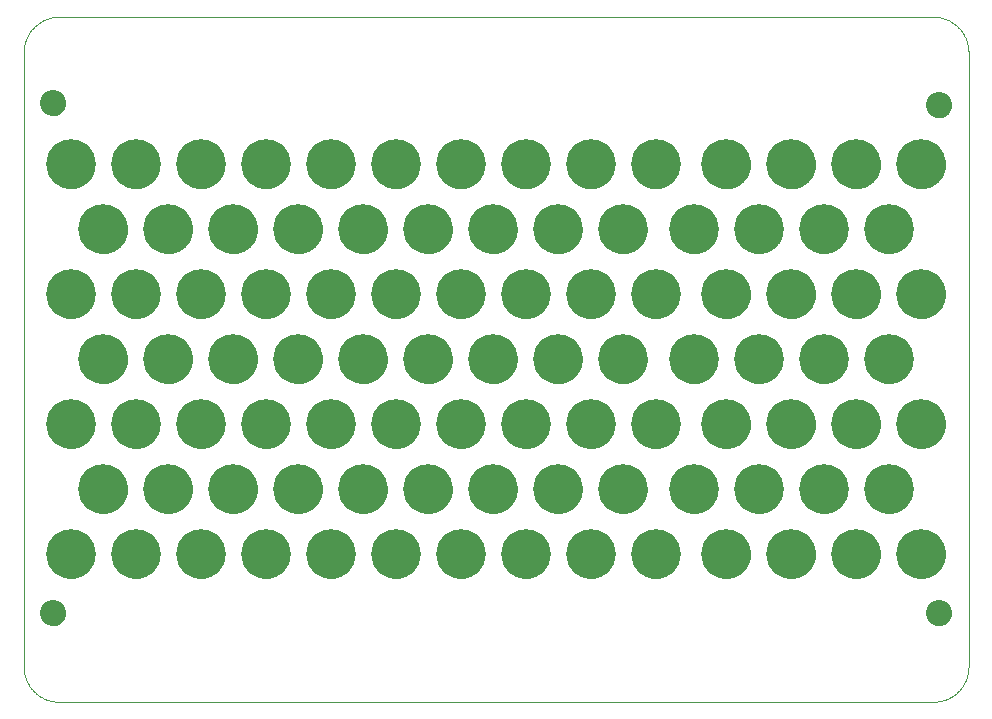
<source format=gts>
G75*
%MOIN*%
%OFA0B0*%
%FSLAX25Y25*%
%IPPOS*%
%LPD*%
%AMOC8*
5,1,8,0,0,1.08239X$1,22.5*
%
%ADD10C,0.00000*%
%ADD11C,0.08674*%
%ADD12C,0.16548*%
D10*
X0012811Y0009515D02*
X0304150Y0009515D01*
X0304435Y0009518D01*
X0304721Y0009529D01*
X0305006Y0009546D01*
X0305290Y0009570D01*
X0305574Y0009601D01*
X0305857Y0009639D01*
X0306138Y0009684D01*
X0306419Y0009735D01*
X0306699Y0009793D01*
X0306977Y0009858D01*
X0307253Y0009930D01*
X0307527Y0010008D01*
X0307800Y0010093D01*
X0308070Y0010185D01*
X0308338Y0010283D01*
X0308604Y0010387D01*
X0308867Y0010498D01*
X0309127Y0010615D01*
X0309385Y0010738D01*
X0309639Y0010868D01*
X0309890Y0011004D01*
X0310138Y0011145D01*
X0310382Y0011293D01*
X0310623Y0011446D01*
X0310859Y0011606D01*
X0311092Y0011771D01*
X0311321Y0011941D01*
X0311546Y0012117D01*
X0311766Y0012299D01*
X0311982Y0012485D01*
X0312193Y0012677D01*
X0312400Y0012874D01*
X0312602Y0013076D01*
X0312799Y0013283D01*
X0312991Y0013494D01*
X0313177Y0013710D01*
X0313359Y0013930D01*
X0313535Y0014155D01*
X0313705Y0014384D01*
X0313870Y0014617D01*
X0314030Y0014853D01*
X0314183Y0015094D01*
X0314331Y0015338D01*
X0314472Y0015586D01*
X0314608Y0015837D01*
X0314738Y0016091D01*
X0314861Y0016349D01*
X0314978Y0016609D01*
X0315089Y0016872D01*
X0315193Y0017138D01*
X0315291Y0017406D01*
X0315383Y0017676D01*
X0315468Y0017949D01*
X0315546Y0018223D01*
X0315618Y0018499D01*
X0315683Y0018777D01*
X0315741Y0019057D01*
X0315792Y0019338D01*
X0315837Y0019619D01*
X0315875Y0019902D01*
X0315906Y0020186D01*
X0315930Y0020470D01*
X0315947Y0020755D01*
X0315958Y0021041D01*
X0315961Y0021326D01*
X0315961Y0226050D01*
X0315958Y0226335D01*
X0315947Y0226621D01*
X0315930Y0226906D01*
X0315906Y0227190D01*
X0315875Y0227474D01*
X0315837Y0227757D01*
X0315792Y0228038D01*
X0315741Y0228319D01*
X0315683Y0228599D01*
X0315618Y0228877D01*
X0315546Y0229153D01*
X0315468Y0229427D01*
X0315383Y0229700D01*
X0315291Y0229970D01*
X0315193Y0230238D01*
X0315089Y0230504D01*
X0314978Y0230767D01*
X0314861Y0231027D01*
X0314738Y0231285D01*
X0314608Y0231539D01*
X0314472Y0231790D01*
X0314331Y0232038D01*
X0314183Y0232282D01*
X0314030Y0232523D01*
X0313870Y0232759D01*
X0313705Y0232992D01*
X0313535Y0233221D01*
X0313359Y0233446D01*
X0313177Y0233666D01*
X0312991Y0233882D01*
X0312799Y0234093D01*
X0312602Y0234300D01*
X0312400Y0234502D01*
X0312193Y0234699D01*
X0311982Y0234891D01*
X0311766Y0235077D01*
X0311546Y0235259D01*
X0311321Y0235435D01*
X0311092Y0235605D01*
X0310859Y0235770D01*
X0310623Y0235930D01*
X0310382Y0236083D01*
X0310138Y0236231D01*
X0309890Y0236372D01*
X0309639Y0236508D01*
X0309385Y0236638D01*
X0309127Y0236761D01*
X0308867Y0236878D01*
X0308604Y0236989D01*
X0308338Y0237093D01*
X0308070Y0237191D01*
X0307800Y0237283D01*
X0307527Y0237368D01*
X0307253Y0237446D01*
X0306977Y0237518D01*
X0306699Y0237583D01*
X0306419Y0237641D01*
X0306138Y0237692D01*
X0305857Y0237737D01*
X0305574Y0237775D01*
X0305290Y0237806D01*
X0305006Y0237830D01*
X0304721Y0237847D01*
X0304435Y0237858D01*
X0304150Y0237861D01*
X0012811Y0237861D01*
X0012526Y0237858D01*
X0012240Y0237847D01*
X0011955Y0237830D01*
X0011671Y0237806D01*
X0011387Y0237775D01*
X0011104Y0237737D01*
X0010823Y0237692D01*
X0010542Y0237641D01*
X0010262Y0237583D01*
X0009984Y0237518D01*
X0009708Y0237446D01*
X0009434Y0237368D01*
X0009161Y0237283D01*
X0008891Y0237191D01*
X0008623Y0237093D01*
X0008357Y0236989D01*
X0008094Y0236878D01*
X0007834Y0236761D01*
X0007576Y0236638D01*
X0007322Y0236508D01*
X0007071Y0236372D01*
X0006823Y0236231D01*
X0006579Y0236083D01*
X0006338Y0235930D01*
X0006102Y0235770D01*
X0005869Y0235605D01*
X0005640Y0235435D01*
X0005415Y0235259D01*
X0005195Y0235077D01*
X0004979Y0234891D01*
X0004768Y0234699D01*
X0004561Y0234502D01*
X0004359Y0234300D01*
X0004162Y0234093D01*
X0003970Y0233882D01*
X0003784Y0233666D01*
X0003602Y0233446D01*
X0003426Y0233221D01*
X0003256Y0232992D01*
X0003091Y0232759D01*
X0002931Y0232523D01*
X0002778Y0232282D01*
X0002630Y0232038D01*
X0002489Y0231790D01*
X0002353Y0231539D01*
X0002223Y0231285D01*
X0002100Y0231027D01*
X0001983Y0230767D01*
X0001872Y0230504D01*
X0001768Y0230238D01*
X0001670Y0229970D01*
X0001578Y0229700D01*
X0001493Y0229427D01*
X0001415Y0229153D01*
X0001343Y0228877D01*
X0001278Y0228599D01*
X0001220Y0228319D01*
X0001169Y0228038D01*
X0001124Y0227757D01*
X0001086Y0227474D01*
X0001055Y0227190D01*
X0001031Y0226906D01*
X0001014Y0226621D01*
X0001003Y0226335D01*
X0001000Y0226050D01*
X0001000Y0021326D01*
X0001003Y0021041D01*
X0001014Y0020755D01*
X0001031Y0020470D01*
X0001055Y0020186D01*
X0001086Y0019902D01*
X0001124Y0019619D01*
X0001169Y0019338D01*
X0001220Y0019057D01*
X0001278Y0018777D01*
X0001343Y0018499D01*
X0001415Y0018223D01*
X0001493Y0017949D01*
X0001578Y0017676D01*
X0001670Y0017406D01*
X0001768Y0017138D01*
X0001872Y0016872D01*
X0001983Y0016609D01*
X0002100Y0016349D01*
X0002223Y0016091D01*
X0002353Y0015837D01*
X0002489Y0015586D01*
X0002630Y0015338D01*
X0002778Y0015094D01*
X0002931Y0014853D01*
X0003091Y0014617D01*
X0003256Y0014384D01*
X0003426Y0014155D01*
X0003602Y0013930D01*
X0003784Y0013710D01*
X0003970Y0013494D01*
X0004162Y0013283D01*
X0004359Y0013076D01*
X0004561Y0012874D01*
X0004768Y0012677D01*
X0004979Y0012485D01*
X0005195Y0012299D01*
X0005415Y0012117D01*
X0005640Y0011941D01*
X0005869Y0011771D01*
X0006102Y0011606D01*
X0006338Y0011446D01*
X0006579Y0011293D01*
X0006823Y0011145D01*
X0007071Y0011004D01*
X0007322Y0010868D01*
X0007576Y0010738D01*
X0007834Y0010615D01*
X0008094Y0010498D01*
X0008357Y0010387D01*
X0008623Y0010283D01*
X0008891Y0010185D01*
X0009161Y0010093D01*
X0009434Y0010008D01*
X0009708Y0009930D01*
X0009984Y0009858D01*
X0010262Y0009793D01*
X0010542Y0009735D01*
X0010823Y0009684D01*
X0011104Y0009639D01*
X0011387Y0009601D01*
X0011671Y0009570D01*
X0011955Y0009546D01*
X0012240Y0009529D01*
X0012526Y0009518D01*
X0012811Y0009515D01*
X0006906Y0039043D02*
X0006908Y0039168D01*
X0006914Y0039293D01*
X0006924Y0039417D01*
X0006938Y0039541D01*
X0006955Y0039665D01*
X0006977Y0039788D01*
X0007003Y0039910D01*
X0007032Y0040032D01*
X0007065Y0040152D01*
X0007103Y0040271D01*
X0007143Y0040390D01*
X0007188Y0040506D01*
X0007236Y0040621D01*
X0007288Y0040735D01*
X0007344Y0040847D01*
X0007403Y0040957D01*
X0007465Y0041065D01*
X0007531Y0041172D01*
X0007600Y0041276D01*
X0007673Y0041377D01*
X0007748Y0041477D01*
X0007827Y0041574D01*
X0007909Y0041668D01*
X0007994Y0041760D01*
X0008081Y0041849D01*
X0008172Y0041935D01*
X0008265Y0042018D01*
X0008361Y0042099D01*
X0008459Y0042176D01*
X0008559Y0042250D01*
X0008662Y0042321D01*
X0008767Y0042388D01*
X0008875Y0042453D01*
X0008984Y0042513D01*
X0009095Y0042571D01*
X0009208Y0042624D01*
X0009322Y0042674D01*
X0009438Y0042721D01*
X0009555Y0042763D01*
X0009674Y0042802D01*
X0009794Y0042838D01*
X0009915Y0042869D01*
X0010037Y0042897D01*
X0010159Y0042920D01*
X0010283Y0042940D01*
X0010407Y0042956D01*
X0010531Y0042968D01*
X0010656Y0042976D01*
X0010781Y0042980D01*
X0010905Y0042980D01*
X0011030Y0042976D01*
X0011155Y0042968D01*
X0011279Y0042956D01*
X0011403Y0042940D01*
X0011527Y0042920D01*
X0011649Y0042897D01*
X0011771Y0042869D01*
X0011892Y0042838D01*
X0012012Y0042802D01*
X0012131Y0042763D01*
X0012248Y0042721D01*
X0012364Y0042674D01*
X0012478Y0042624D01*
X0012591Y0042571D01*
X0012702Y0042513D01*
X0012812Y0042453D01*
X0012919Y0042388D01*
X0013024Y0042321D01*
X0013127Y0042250D01*
X0013227Y0042176D01*
X0013325Y0042099D01*
X0013421Y0042018D01*
X0013514Y0041935D01*
X0013605Y0041849D01*
X0013692Y0041760D01*
X0013777Y0041668D01*
X0013859Y0041574D01*
X0013938Y0041477D01*
X0014013Y0041377D01*
X0014086Y0041276D01*
X0014155Y0041172D01*
X0014221Y0041065D01*
X0014283Y0040957D01*
X0014342Y0040847D01*
X0014398Y0040735D01*
X0014450Y0040621D01*
X0014498Y0040506D01*
X0014543Y0040390D01*
X0014583Y0040271D01*
X0014621Y0040152D01*
X0014654Y0040032D01*
X0014683Y0039910D01*
X0014709Y0039788D01*
X0014731Y0039665D01*
X0014748Y0039541D01*
X0014762Y0039417D01*
X0014772Y0039293D01*
X0014778Y0039168D01*
X0014780Y0039043D01*
X0014778Y0038918D01*
X0014772Y0038793D01*
X0014762Y0038669D01*
X0014748Y0038545D01*
X0014731Y0038421D01*
X0014709Y0038298D01*
X0014683Y0038176D01*
X0014654Y0038054D01*
X0014621Y0037934D01*
X0014583Y0037815D01*
X0014543Y0037696D01*
X0014498Y0037580D01*
X0014450Y0037465D01*
X0014398Y0037351D01*
X0014342Y0037239D01*
X0014283Y0037129D01*
X0014221Y0037021D01*
X0014155Y0036914D01*
X0014086Y0036810D01*
X0014013Y0036709D01*
X0013938Y0036609D01*
X0013859Y0036512D01*
X0013777Y0036418D01*
X0013692Y0036326D01*
X0013605Y0036237D01*
X0013514Y0036151D01*
X0013421Y0036068D01*
X0013325Y0035987D01*
X0013227Y0035910D01*
X0013127Y0035836D01*
X0013024Y0035765D01*
X0012919Y0035698D01*
X0012811Y0035633D01*
X0012702Y0035573D01*
X0012591Y0035515D01*
X0012478Y0035462D01*
X0012364Y0035412D01*
X0012248Y0035365D01*
X0012131Y0035323D01*
X0012012Y0035284D01*
X0011892Y0035248D01*
X0011771Y0035217D01*
X0011649Y0035189D01*
X0011527Y0035166D01*
X0011403Y0035146D01*
X0011279Y0035130D01*
X0011155Y0035118D01*
X0011030Y0035110D01*
X0010905Y0035106D01*
X0010781Y0035106D01*
X0010656Y0035110D01*
X0010531Y0035118D01*
X0010407Y0035130D01*
X0010283Y0035146D01*
X0010159Y0035166D01*
X0010037Y0035189D01*
X0009915Y0035217D01*
X0009794Y0035248D01*
X0009674Y0035284D01*
X0009555Y0035323D01*
X0009438Y0035365D01*
X0009322Y0035412D01*
X0009208Y0035462D01*
X0009095Y0035515D01*
X0008984Y0035573D01*
X0008874Y0035633D01*
X0008767Y0035698D01*
X0008662Y0035765D01*
X0008559Y0035836D01*
X0008459Y0035910D01*
X0008361Y0035987D01*
X0008265Y0036068D01*
X0008172Y0036151D01*
X0008081Y0036237D01*
X0007994Y0036326D01*
X0007909Y0036418D01*
X0007827Y0036512D01*
X0007748Y0036609D01*
X0007673Y0036709D01*
X0007600Y0036810D01*
X0007531Y0036914D01*
X0007465Y0037021D01*
X0007403Y0037129D01*
X0007344Y0037239D01*
X0007288Y0037351D01*
X0007236Y0037465D01*
X0007188Y0037580D01*
X0007143Y0037696D01*
X0007103Y0037815D01*
X0007065Y0037934D01*
X0007032Y0038054D01*
X0007003Y0038176D01*
X0006977Y0038298D01*
X0006955Y0038421D01*
X0006938Y0038545D01*
X0006924Y0038669D01*
X0006914Y0038793D01*
X0006908Y0038918D01*
X0006906Y0039043D01*
X0008874Y0058728D02*
X0008876Y0058921D01*
X0008883Y0059114D01*
X0008895Y0059307D01*
X0008912Y0059500D01*
X0008933Y0059692D01*
X0008959Y0059883D01*
X0008990Y0060074D01*
X0009025Y0060264D01*
X0009065Y0060453D01*
X0009110Y0060641D01*
X0009159Y0060828D01*
X0009213Y0061014D01*
X0009271Y0061198D01*
X0009334Y0061381D01*
X0009402Y0061562D01*
X0009473Y0061741D01*
X0009550Y0061919D01*
X0009630Y0062095D01*
X0009715Y0062268D01*
X0009804Y0062440D01*
X0009897Y0062609D01*
X0009994Y0062776D01*
X0010096Y0062941D01*
X0010201Y0063103D01*
X0010310Y0063262D01*
X0010424Y0063419D01*
X0010541Y0063572D01*
X0010661Y0063723D01*
X0010786Y0063871D01*
X0010914Y0064016D01*
X0011045Y0064157D01*
X0011180Y0064296D01*
X0011319Y0064431D01*
X0011460Y0064562D01*
X0011605Y0064690D01*
X0011753Y0064815D01*
X0011904Y0064935D01*
X0012057Y0065052D01*
X0012214Y0065166D01*
X0012373Y0065275D01*
X0012535Y0065380D01*
X0012700Y0065482D01*
X0012867Y0065579D01*
X0013036Y0065672D01*
X0013208Y0065761D01*
X0013381Y0065846D01*
X0013557Y0065926D01*
X0013735Y0066003D01*
X0013914Y0066074D01*
X0014095Y0066142D01*
X0014278Y0066205D01*
X0014462Y0066263D01*
X0014648Y0066317D01*
X0014835Y0066366D01*
X0015023Y0066411D01*
X0015212Y0066451D01*
X0015402Y0066486D01*
X0015593Y0066517D01*
X0015784Y0066543D01*
X0015976Y0066564D01*
X0016169Y0066581D01*
X0016362Y0066593D01*
X0016555Y0066600D01*
X0016748Y0066602D01*
X0016941Y0066600D01*
X0017134Y0066593D01*
X0017327Y0066581D01*
X0017520Y0066564D01*
X0017712Y0066543D01*
X0017903Y0066517D01*
X0018094Y0066486D01*
X0018284Y0066451D01*
X0018473Y0066411D01*
X0018661Y0066366D01*
X0018848Y0066317D01*
X0019034Y0066263D01*
X0019218Y0066205D01*
X0019401Y0066142D01*
X0019582Y0066074D01*
X0019761Y0066003D01*
X0019939Y0065926D01*
X0020115Y0065846D01*
X0020288Y0065761D01*
X0020460Y0065672D01*
X0020629Y0065579D01*
X0020796Y0065482D01*
X0020961Y0065380D01*
X0021123Y0065275D01*
X0021282Y0065166D01*
X0021439Y0065052D01*
X0021592Y0064935D01*
X0021743Y0064815D01*
X0021891Y0064690D01*
X0022036Y0064562D01*
X0022177Y0064431D01*
X0022316Y0064296D01*
X0022451Y0064157D01*
X0022582Y0064016D01*
X0022710Y0063871D01*
X0022835Y0063723D01*
X0022955Y0063572D01*
X0023072Y0063419D01*
X0023186Y0063262D01*
X0023295Y0063103D01*
X0023400Y0062941D01*
X0023502Y0062776D01*
X0023599Y0062609D01*
X0023692Y0062440D01*
X0023781Y0062268D01*
X0023866Y0062095D01*
X0023946Y0061919D01*
X0024023Y0061741D01*
X0024094Y0061562D01*
X0024162Y0061381D01*
X0024225Y0061198D01*
X0024283Y0061014D01*
X0024337Y0060828D01*
X0024386Y0060641D01*
X0024431Y0060453D01*
X0024471Y0060264D01*
X0024506Y0060074D01*
X0024537Y0059883D01*
X0024563Y0059692D01*
X0024584Y0059500D01*
X0024601Y0059307D01*
X0024613Y0059114D01*
X0024620Y0058921D01*
X0024622Y0058728D01*
X0024620Y0058535D01*
X0024613Y0058342D01*
X0024601Y0058149D01*
X0024584Y0057956D01*
X0024563Y0057764D01*
X0024537Y0057573D01*
X0024506Y0057382D01*
X0024471Y0057192D01*
X0024431Y0057003D01*
X0024386Y0056815D01*
X0024337Y0056628D01*
X0024283Y0056442D01*
X0024225Y0056258D01*
X0024162Y0056075D01*
X0024094Y0055894D01*
X0024023Y0055715D01*
X0023946Y0055537D01*
X0023866Y0055361D01*
X0023781Y0055188D01*
X0023692Y0055016D01*
X0023599Y0054847D01*
X0023502Y0054680D01*
X0023400Y0054515D01*
X0023295Y0054353D01*
X0023186Y0054194D01*
X0023072Y0054037D01*
X0022955Y0053884D01*
X0022835Y0053733D01*
X0022710Y0053585D01*
X0022582Y0053440D01*
X0022451Y0053299D01*
X0022316Y0053160D01*
X0022177Y0053025D01*
X0022036Y0052894D01*
X0021891Y0052766D01*
X0021743Y0052641D01*
X0021592Y0052521D01*
X0021439Y0052404D01*
X0021282Y0052290D01*
X0021123Y0052181D01*
X0020961Y0052076D01*
X0020796Y0051974D01*
X0020629Y0051877D01*
X0020460Y0051784D01*
X0020288Y0051695D01*
X0020115Y0051610D01*
X0019939Y0051530D01*
X0019761Y0051453D01*
X0019582Y0051382D01*
X0019401Y0051314D01*
X0019218Y0051251D01*
X0019034Y0051193D01*
X0018848Y0051139D01*
X0018661Y0051090D01*
X0018473Y0051045D01*
X0018284Y0051005D01*
X0018094Y0050970D01*
X0017903Y0050939D01*
X0017712Y0050913D01*
X0017520Y0050892D01*
X0017327Y0050875D01*
X0017134Y0050863D01*
X0016941Y0050856D01*
X0016748Y0050854D01*
X0016555Y0050856D01*
X0016362Y0050863D01*
X0016169Y0050875D01*
X0015976Y0050892D01*
X0015784Y0050913D01*
X0015593Y0050939D01*
X0015402Y0050970D01*
X0015212Y0051005D01*
X0015023Y0051045D01*
X0014835Y0051090D01*
X0014648Y0051139D01*
X0014462Y0051193D01*
X0014278Y0051251D01*
X0014095Y0051314D01*
X0013914Y0051382D01*
X0013735Y0051453D01*
X0013557Y0051530D01*
X0013381Y0051610D01*
X0013208Y0051695D01*
X0013036Y0051784D01*
X0012867Y0051877D01*
X0012700Y0051974D01*
X0012535Y0052076D01*
X0012373Y0052181D01*
X0012214Y0052290D01*
X0012057Y0052404D01*
X0011904Y0052521D01*
X0011753Y0052641D01*
X0011605Y0052766D01*
X0011460Y0052894D01*
X0011319Y0053025D01*
X0011180Y0053160D01*
X0011045Y0053299D01*
X0010914Y0053440D01*
X0010786Y0053585D01*
X0010661Y0053733D01*
X0010541Y0053884D01*
X0010424Y0054037D01*
X0010310Y0054194D01*
X0010201Y0054353D01*
X0010096Y0054515D01*
X0009994Y0054680D01*
X0009897Y0054847D01*
X0009804Y0055016D01*
X0009715Y0055188D01*
X0009630Y0055361D01*
X0009550Y0055537D01*
X0009473Y0055715D01*
X0009402Y0055894D01*
X0009334Y0056075D01*
X0009271Y0056258D01*
X0009213Y0056442D01*
X0009159Y0056628D01*
X0009110Y0056815D01*
X0009065Y0057003D01*
X0009025Y0057192D01*
X0008990Y0057382D01*
X0008959Y0057573D01*
X0008933Y0057764D01*
X0008912Y0057956D01*
X0008895Y0058149D01*
X0008883Y0058342D01*
X0008876Y0058535D01*
X0008874Y0058728D01*
X0019701Y0080381D02*
X0019703Y0080574D01*
X0019710Y0080767D01*
X0019722Y0080960D01*
X0019739Y0081153D01*
X0019760Y0081345D01*
X0019786Y0081536D01*
X0019817Y0081727D01*
X0019852Y0081917D01*
X0019892Y0082106D01*
X0019937Y0082294D01*
X0019986Y0082481D01*
X0020040Y0082667D01*
X0020098Y0082851D01*
X0020161Y0083034D01*
X0020229Y0083215D01*
X0020300Y0083394D01*
X0020377Y0083572D01*
X0020457Y0083748D01*
X0020542Y0083921D01*
X0020631Y0084093D01*
X0020724Y0084262D01*
X0020821Y0084429D01*
X0020923Y0084594D01*
X0021028Y0084756D01*
X0021137Y0084915D01*
X0021251Y0085072D01*
X0021368Y0085225D01*
X0021488Y0085376D01*
X0021613Y0085524D01*
X0021741Y0085669D01*
X0021872Y0085810D01*
X0022007Y0085949D01*
X0022146Y0086084D01*
X0022287Y0086215D01*
X0022432Y0086343D01*
X0022580Y0086468D01*
X0022731Y0086588D01*
X0022884Y0086705D01*
X0023041Y0086819D01*
X0023200Y0086928D01*
X0023362Y0087033D01*
X0023527Y0087135D01*
X0023694Y0087232D01*
X0023863Y0087325D01*
X0024035Y0087414D01*
X0024208Y0087499D01*
X0024384Y0087579D01*
X0024562Y0087656D01*
X0024741Y0087727D01*
X0024922Y0087795D01*
X0025105Y0087858D01*
X0025289Y0087916D01*
X0025475Y0087970D01*
X0025662Y0088019D01*
X0025850Y0088064D01*
X0026039Y0088104D01*
X0026229Y0088139D01*
X0026420Y0088170D01*
X0026611Y0088196D01*
X0026803Y0088217D01*
X0026996Y0088234D01*
X0027189Y0088246D01*
X0027382Y0088253D01*
X0027575Y0088255D01*
X0027768Y0088253D01*
X0027961Y0088246D01*
X0028154Y0088234D01*
X0028347Y0088217D01*
X0028539Y0088196D01*
X0028730Y0088170D01*
X0028921Y0088139D01*
X0029111Y0088104D01*
X0029300Y0088064D01*
X0029488Y0088019D01*
X0029675Y0087970D01*
X0029861Y0087916D01*
X0030045Y0087858D01*
X0030228Y0087795D01*
X0030409Y0087727D01*
X0030588Y0087656D01*
X0030766Y0087579D01*
X0030942Y0087499D01*
X0031115Y0087414D01*
X0031287Y0087325D01*
X0031456Y0087232D01*
X0031623Y0087135D01*
X0031788Y0087033D01*
X0031950Y0086928D01*
X0032109Y0086819D01*
X0032266Y0086705D01*
X0032419Y0086588D01*
X0032570Y0086468D01*
X0032718Y0086343D01*
X0032863Y0086215D01*
X0033004Y0086084D01*
X0033143Y0085949D01*
X0033278Y0085810D01*
X0033409Y0085669D01*
X0033537Y0085524D01*
X0033662Y0085376D01*
X0033782Y0085225D01*
X0033899Y0085072D01*
X0034013Y0084915D01*
X0034122Y0084756D01*
X0034227Y0084594D01*
X0034329Y0084429D01*
X0034426Y0084262D01*
X0034519Y0084093D01*
X0034608Y0083921D01*
X0034693Y0083748D01*
X0034773Y0083572D01*
X0034850Y0083394D01*
X0034921Y0083215D01*
X0034989Y0083034D01*
X0035052Y0082851D01*
X0035110Y0082667D01*
X0035164Y0082481D01*
X0035213Y0082294D01*
X0035258Y0082106D01*
X0035298Y0081917D01*
X0035333Y0081727D01*
X0035364Y0081536D01*
X0035390Y0081345D01*
X0035411Y0081153D01*
X0035428Y0080960D01*
X0035440Y0080767D01*
X0035447Y0080574D01*
X0035449Y0080381D01*
X0035447Y0080188D01*
X0035440Y0079995D01*
X0035428Y0079802D01*
X0035411Y0079609D01*
X0035390Y0079417D01*
X0035364Y0079226D01*
X0035333Y0079035D01*
X0035298Y0078845D01*
X0035258Y0078656D01*
X0035213Y0078468D01*
X0035164Y0078281D01*
X0035110Y0078095D01*
X0035052Y0077911D01*
X0034989Y0077728D01*
X0034921Y0077547D01*
X0034850Y0077368D01*
X0034773Y0077190D01*
X0034693Y0077014D01*
X0034608Y0076841D01*
X0034519Y0076669D01*
X0034426Y0076500D01*
X0034329Y0076333D01*
X0034227Y0076168D01*
X0034122Y0076006D01*
X0034013Y0075847D01*
X0033899Y0075690D01*
X0033782Y0075537D01*
X0033662Y0075386D01*
X0033537Y0075238D01*
X0033409Y0075093D01*
X0033278Y0074952D01*
X0033143Y0074813D01*
X0033004Y0074678D01*
X0032863Y0074547D01*
X0032718Y0074419D01*
X0032570Y0074294D01*
X0032419Y0074174D01*
X0032266Y0074057D01*
X0032109Y0073943D01*
X0031950Y0073834D01*
X0031788Y0073729D01*
X0031623Y0073627D01*
X0031456Y0073530D01*
X0031287Y0073437D01*
X0031115Y0073348D01*
X0030942Y0073263D01*
X0030766Y0073183D01*
X0030588Y0073106D01*
X0030409Y0073035D01*
X0030228Y0072967D01*
X0030045Y0072904D01*
X0029861Y0072846D01*
X0029675Y0072792D01*
X0029488Y0072743D01*
X0029300Y0072698D01*
X0029111Y0072658D01*
X0028921Y0072623D01*
X0028730Y0072592D01*
X0028539Y0072566D01*
X0028347Y0072545D01*
X0028154Y0072528D01*
X0027961Y0072516D01*
X0027768Y0072509D01*
X0027575Y0072507D01*
X0027382Y0072509D01*
X0027189Y0072516D01*
X0026996Y0072528D01*
X0026803Y0072545D01*
X0026611Y0072566D01*
X0026420Y0072592D01*
X0026229Y0072623D01*
X0026039Y0072658D01*
X0025850Y0072698D01*
X0025662Y0072743D01*
X0025475Y0072792D01*
X0025289Y0072846D01*
X0025105Y0072904D01*
X0024922Y0072967D01*
X0024741Y0073035D01*
X0024562Y0073106D01*
X0024384Y0073183D01*
X0024208Y0073263D01*
X0024035Y0073348D01*
X0023863Y0073437D01*
X0023694Y0073530D01*
X0023527Y0073627D01*
X0023362Y0073729D01*
X0023200Y0073834D01*
X0023041Y0073943D01*
X0022884Y0074057D01*
X0022731Y0074174D01*
X0022580Y0074294D01*
X0022432Y0074419D01*
X0022287Y0074547D01*
X0022146Y0074678D01*
X0022007Y0074813D01*
X0021872Y0074952D01*
X0021741Y0075093D01*
X0021613Y0075238D01*
X0021488Y0075386D01*
X0021368Y0075537D01*
X0021251Y0075690D01*
X0021137Y0075847D01*
X0021028Y0076006D01*
X0020923Y0076168D01*
X0020821Y0076333D01*
X0020724Y0076500D01*
X0020631Y0076669D01*
X0020542Y0076841D01*
X0020457Y0077014D01*
X0020377Y0077190D01*
X0020300Y0077368D01*
X0020229Y0077547D01*
X0020161Y0077728D01*
X0020098Y0077911D01*
X0020040Y0078095D01*
X0019986Y0078281D01*
X0019937Y0078468D01*
X0019892Y0078656D01*
X0019852Y0078845D01*
X0019817Y0079035D01*
X0019786Y0079226D01*
X0019760Y0079417D01*
X0019739Y0079609D01*
X0019722Y0079802D01*
X0019710Y0079995D01*
X0019703Y0080188D01*
X0019701Y0080381D01*
X0008874Y0102035D02*
X0008876Y0102228D01*
X0008883Y0102421D01*
X0008895Y0102614D01*
X0008912Y0102807D01*
X0008933Y0102999D01*
X0008959Y0103190D01*
X0008990Y0103381D01*
X0009025Y0103571D01*
X0009065Y0103760D01*
X0009110Y0103948D01*
X0009159Y0104135D01*
X0009213Y0104321D01*
X0009271Y0104505D01*
X0009334Y0104688D01*
X0009402Y0104869D01*
X0009473Y0105048D01*
X0009550Y0105226D01*
X0009630Y0105402D01*
X0009715Y0105575D01*
X0009804Y0105747D01*
X0009897Y0105916D01*
X0009994Y0106083D01*
X0010096Y0106248D01*
X0010201Y0106410D01*
X0010310Y0106569D01*
X0010424Y0106726D01*
X0010541Y0106879D01*
X0010661Y0107030D01*
X0010786Y0107178D01*
X0010914Y0107323D01*
X0011045Y0107464D01*
X0011180Y0107603D01*
X0011319Y0107738D01*
X0011460Y0107869D01*
X0011605Y0107997D01*
X0011753Y0108122D01*
X0011904Y0108242D01*
X0012057Y0108359D01*
X0012214Y0108473D01*
X0012373Y0108582D01*
X0012535Y0108687D01*
X0012700Y0108789D01*
X0012867Y0108886D01*
X0013036Y0108979D01*
X0013208Y0109068D01*
X0013381Y0109153D01*
X0013557Y0109233D01*
X0013735Y0109310D01*
X0013914Y0109381D01*
X0014095Y0109449D01*
X0014278Y0109512D01*
X0014462Y0109570D01*
X0014648Y0109624D01*
X0014835Y0109673D01*
X0015023Y0109718D01*
X0015212Y0109758D01*
X0015402Y0109793D01*
X0015593Y0109824D01*
X0015784Y0109850D01*
X0015976Y0109871D01*
X0016169Y0109888D01*
X0016362Y0109900D01*
X0016555Y0109907D01*
X0016748Y0109909D01*
X0016941Y0109907D01*
X0017134Y0109900D01*
X0017327Y0109888D01*
X0017520Y0109871D01*
X0017712Y0109850D01*
X0017903Y0109824D01*
X0018094Y0109793D01*
X0018284Y0109758D01*
X0018473Y0109718D01*
X0018661Y0109673D01*
X0018848Y0109624D01*
X0019034Y0109570D01*
X0019218Y0109512D01*
X0019401Y0109449D01*
X0019582Y0109381D01*
X0019761Y0109310D01*
X0019939Y0109233D01*
X0020115Y0109153D01*
X0020288Y0109068D01*
X0020460Y0108979D01*
X0020629Y0108886D01*
X0020796Y0108789D01*
X0020961Y0108687D01*
X0021123Y0108582D01*
X0021282Y0108473D01*
X0021439Y0108359D01*
X0021592Y0108242D01*
X0021743Y0108122D01*
X0021891Y0107997D01*
X0022036Y0107869D01*
X0022177Y0107738D01*
X0022316Y0107603D01*
X0022451Y0107464D01*
X0022582Y0107323D01*
X0022710Y0107178D01*
X0022835Y0107030D01*
X0022955Y0106879D01*
X0023072Y0106726D01*
X0023186Y0106569D01*
X0023295Y0106410D01*
X0023400Y0106248D01*
X0023502Y0106083D01*
X0023599Y0105916D01*
X0023692Y0105747D01*
X0023781Y0105575D01*
X0023866Y0105402D01*
X0023946Y0105226D01*
X0024023Y0105048D01*
X0024094Y0104869D01*
X0024162Y0104688D01*
X0024225Y0104505D01*
X0024283Y0104321D01*
X0024337Y0104135D01*
X0024386Y0103948D01*
X0024431Y0103760D01*
X0024471Y0103571D01*
X0024506Y0103381D01*
X0024537Y0103190D01*
X0024563Y0102999D01*
X0024584Y0102807D01*
X0024601Y0102614D01*
X0024613Y0102421D01*
X0024620Y0102228D01*
X0024622Y0102035D01*
X0024620Y0101842D01*
X0024613Y0101649D01*
X0024601Y0101456D01*
X0024584Y0101263D01*
X0024563Y0101071D01*
X0024537Y0100880D01*
X0024506Y0100689D01*
X0024471Y0100499D01*
X0024431Y0100310D01*
X0024386Y0100122D01*
X0024337Y0099935D01*
X0024283Y0099749D01*
X0024225Y0099565D01*
X0024162Y0099382D01*
X0024094Y0099201D01*
X0024023Y0099022D01*
X0023946Y0098844D01*
X0023866Y0098668D01*
X0023781Y0098495D01*
X0023692Y0098323D01*
X0023599Y0098154D01*
X0023502Y0097987D01*
X0023400Y0097822D01*
X0023295Y0097660D01*
X0023186Y0097501D01*
X0023072Y0097344D01*
X0022955Y0097191D01*
X0022835Y0097040D01*
X0022710Y0096892D01*
X0022582Y0096747D01*
X0022451Y0096606D01*
X0022316Y0096467D01*
X0022177Y0096332D01*
X0022036Y0096201D01*
X0021891Y0096073D01*
X0021743Y0095948D01*
X0021592Y0095828D01*
X0021439Y0095711D01*
X0021282Y0095597D01*
X0021123Y0095488D01*
X0020961Y0095383D01*
X0020796Y0095281D01*
X0020629Y0095184D01*
X0020460Y0095091D01*
X0020288Y0095002D01*
X0020115Y0094917D01*
X0019939Y0094837D01*
X0019761Y0094760D01*
X0019582Y0094689D01*
X0019401Y0094621D01*
X0019218Y0094558D01*
X0019034Y0094500D01*
X0018848Y0094446D01*
X0018661Y0094397D01*
X0018473Y0094352D01*
X0018284Y0094312D01*
X0018094Y0094277D01*
X0017903Y0094246D01*
X0017712Y0094220D01*
X0017520Y0094199D01*
X0017327Y0094182D01*
X0017134Y0094170D01*
X0016941Y0094163D01*
X0016748Y0094161D01*
X0016555Y0094163D01*
X0016362Y0094170D01*
X0016169Y0094182D01*
X0015976Y0094199D01*
X0015784Y0094220D01*
X0015593Y0094246D01*
X0015402Y0094277D01*
X0015212Y0094312D01*
X0015023Y0094352D01*
X0014835Y0094397D01*
X0014648Y0094446D01*
X0014462Y0094500D01*
X0014278Y0094558D01*
X0014095Y0094621D01*
X0013914Y0094689D01*
X0013735Y0094760D01*
X0013557Y0094837D01*
X0013381Y0094917D01*
X0013208Y0095002D01*
X0013036Y0095091D01*
X0012867Y0095184D01*
X0012700Y0095281D01*
X0012535Y0095383D01*
X0012373Y0095488D01*
X0012214Y0095597D01*
X0012057Y0095711D01*
X0011904Y0095828D01*
X0011753Y0095948D01*
X0011605Y0096073D01*
X0011460Y0096201D01*
X0011319Y0096332D01*
X0011180Y0096467D01*
X0011045Y0096606D01*
X0010914Y0096747D01*
X0010786Y0096892D01*
X0010661Y0097040D01*
X0010541Y0097191D01*
X0010424Y0097344D01*
X0010310Y0097501D01*
X0010201Y0097660D01*
X0010096Y0097822D01*
X0009994Y0097987D01*
X0009897Y0098154D01*
X0009804Y0098323D01*
X0009715Y0098495D01*
X0009630Y0098668D01*
X0009550Y0098844D01*
X0009473Y0099022D01*
X0009402Y0099201D01*
X0009334Y0099382D01*
X0009271Y0099565D01*
X0009213Y0099749D01*
X0009159Y0099935D01*
X0009110Y0100122D01*
X0009065Y0100310D01*
X0009025Y0100499D01*
X0008990Y0100689D01*
X0008959Y0100880D01*
X0008933Y0101071D01*
X0008912Y0101263D01*
X0008895Y0101456D01*
X0008883Y0101649D01*
X0008876Y0101842D01*
X0008874Y0102035D01*
X0019701Y0123688D02*
X0019703Y0123881D01*
X0019710Y0124074D01*
X0019722Y0124267D01*
X0019739Y0124460D01*
X0019760Y0124652D01*
X0019786Y0124843D01*
X0019817Y0125034D01*
X0019852Y0125224D01*
X0019892Y0125413D01*
X0019937Y0125601D01*
X0019986Y0125788D01*
X0020040Y0125974D01*
X0020098Y0126158D01*
X0020161Y0126341D01*
X0020229Y0126522D01*
X0020300Y0126701D01*
X0020377Y0126879D01*
X0020457Y0127055D01*
X0020542Y0127228D01*
X0020631Y0127400D01*
X0020724Y0127569D01*
X0020821Y0127736D01*
X0020923Y0127901D01*
X0021028Y0128063D01*
X0021137Y0128222D01*
X0021251Y0128379D01*
X0021368Y0128532D01*
X0021488Y0128683D01*
X0021613Y0128831D01*
X0021741Y0128976D01*
X0021872Y0129117D01*
X0022007Y0129256D01*
X0022146Y0129391D01*
X0022287Y0129522D01*
X0022432Y0129650D01*
X0022580Y0129775D01*
X0022731Y0129895D01*
X0022884Y0130012D01*
X0023041Y0130126D01*
X0023200Y0130235D01*
X0023362Y0130340D01*
X0023527Y0130442D01*
X0023694Y0130539D01*
X0023863Y0130632D01*
X0024035Y0130721D01*
X0024208Y0130806D01*
X0024384Y0130886D01*
X0024562Y0130963D01*
X0024741Y0131034D01*
X0024922Y0131102D01*
X0025105Y0131165D01*
X0025289Y0131223D01*
X0025475Y0131277D01*
X0025662Y0131326D01*
X0025850Y0131371D01*
X0026039Y0131411D01*
X0026229Y0131446D01*
X0026420Y0131477D01*
X0026611Y0131503D01*
X0026803Y0131524D01*
X0026996Y0131541D01*
X0027189Y0131553D01*
X0027382Y0131560D01*
X0027575Y0131562D01*
X0027768Y0131560D01*
X0027961Y0131553D01*
X0028154Y0131541D01*
X0028347Y0131524D01*
X0028539Y0131503D01*
X0028730Y0131477D01*
X0028921Y0131446D01*
X0029111Y0131411D01*
X0029300Y0131371D01*
X0029488Y0131326D01*
X0029675Y0131277D01*
X0029861Y0131223D01*
X0030045Y0131165D01*
X0030228Y0131102D01*
X0030409Y0131034D01*
X0030588Y0130963D01*
X0030766Y0130886D01*
X0030942Y0130806D01*
X0031115Y0130721D01*
X0031287Y0130632D01*
X0031456Y0130539D01*
X0031623Y0130442D01*
X0031788Y0130340D01*
X0031950Y0130235D01*
X0032109Y0130126D01*
X0032266Y0130012D01*
X0032419Y0129895D01*
X0032570Y0129775D01*
X0032718Y0129650D01*
X0032863Y0129522D01*
X0033004Y0129391D01*
X0033143Y0129256D01*
X0033278Y0129117D01*
X0033409Y0128976D01*
X0033537Y0128831D01*
X0033662Y0128683D01*
X0033782Y0128532D01*
X0033899Y0128379D01*
X0034013Y0128222D01*
X0034122Y0128063D01*
X0034227Y0127901D01*
X0034329Y0127736D01*
X0034426Y0127569D01*
X0034519Y0127400D01*
X0034608Y0127228D01*
X0034693Y0127055D01*
X0034773Y0126879D01*
X0034850Y0126701D01*
X0034921Y0126522D01*
X0034989Y0126341D01*
X0035052Y0126158D01*
X0035110Y0125974D01*
X0035164Y0125788D01*
X0035213Y0125601D01*
X0035258Y0125413D01*
X0035298Y0125224D01*
X0035333Y0125034D01*
X0035364Y0124843D01*
X0035390Y0124652D01*
X0035411Y0124460D01*
X0035428Y0124267D01*
X0035440Y0124074D01*
X0035447Y0123881D01*
X0035449Y0123688D01*
X0035447Y0123495D01*
X0035440Y0123302D01*
X0035428Y0123109D01*
X0035411Y0122916D01*
X0035390Y0122724D01*
X0035364Y0122533D01*
X0035333Y0122342D01*
X0035298Y0122152D01*
X0035258Y0121963D01*
X0035213Y0121775D01*
X0035164Y0121588D01*
X0035110Y0121402D01*
X0035052Y0121218D01*
X0034989Y0121035D01*
X0034921Y0120854D01*
X0034850Y0120675D01*
X0034773Y0120497D01*
X0034693Y0120321D01*
X0034608Y0120148D01*
X0034519Y0119976D01*
X0034426Y0119807D01*
X0034329Y0119640D01*
X0034227Y0119475D01*
X0034122Y0119313D01*
X0034013Y0119154D01*
X0033899Y0118997D01*
X0033782Y0118844D01*
X0033662Y0118693D01*
X0033537Y0118545D01*
X0033409Y0118400D01*
X0033278Y0118259D01*
X0033143Y0118120D01*
X0033004Y0117985D01*
X0032863Y0117854D01*
X0032718Y0117726D01*
X0032570Y0117601D01*
X0032419Y0117481D01*
X0032266Y0117364D01*
X0032109Y0117250D01*
X0031950Y0117141D01*
X0031788Y0117036D01*
X0031623Y0116934D01*
X0031456Y0116837D01*
X0031287Y0116744D01*
X0031115Y0116655D01*
X0030942Y0116570D01*
X0030766Y0116490D01*
X0030588Y0116413D01*
X0030409Y0116342D01*
X0030228Y0116274D01*
X0030045Y0116211D01*
X0029861Y0116153D01*
X0029675Y0116099D01*
X0029488Y0116050D01*
X0029300Y0116005D01*
X0029111Y0115965D01*
X0028921Y0115930D01*
X0028730Y0115899D01*
X0028539Y0115873D01*
X0028347Y0115852D01*
X0028154Y0115835D01*
X0027961Y0115823D01*
X0027768Y0115816D01*
X0027575Y0115814D01*
X0027382Y0115816D01*
X0027189Y0115823D01*
X0026996Y0115835D01*
X0026803Y0115852D01*
X0026611Y0115873D01*
X0026420Y0115899D01*
X0026229Y0115930D01*
X0026039Y0115965D01*
X0025850Y0116005D01*
X0025662Y0116050D01*
X0025475Y0116099D01*
X0025289Y0116153D01*
X0025105Y0116211D01*
X0024922Y0116274D01*
X0024741Y0116342D01*
X0024562Y0116413D01*
X0024384Y0116490D01*
X0024208Y0116570D01*
X0024035Y0116655D01*
X0023863Y0116744D01*
X0023694Y0116837D01*
X0023527Y0116934D01*
X0023362Y0117036D01*
X0023200Y0117141D01*
X0023041Y0117250D01*
X0022884Y0117364D01*
X0022731Y0117481D01*
X0022580Y0117601D01*
X0022432Y0117726D01*
X0022287Y0117854D01*
X0022146Y0117985D01*
X0022007Y0118120D01*
X0021872Y0118259D01*
X0021741Y0118400D01*
X0021613Y0118545D01*
X0021488Y0118693D01*
X0021368Y0118844D01*
X0021251Y0118997D01*
X0021137Y0119154D01*
X0021028Y0119313D01*
X0020923Y0119475D01*
X0020821Y0119640D01*
X0020724Y0119807D01*
X0020631Y0119976D01*
X0020542Y0120148D01*
X0020457Y0120321D01*
X0020377Y0120497D01*
X0020300Y0120675D01*
X0020229Y0120854D01*
X0020161Y0121035D01*
X0020098Y0121218D01*
X0020040Y0121402D01*
X0019986Y0121588D01*
X0019937Y0121775D01*
X0019892Y0121963D01*
X0019852Y0122152D01*
X0019817Y0122342D01*
X0019786Y0122533D01*
X0019760Y0122724D01*
X0019739Y0122916D01*
X0019722Y0123109D01*
X0019710Y0123302D01*
X0019703Y0123495D01*
X0019701Y0123688D01*
X0008874Y0145342D02*
X0008876Y0145535D01*
X0008883Y0145728D01*
X0008895Y0145921D01*
X0008912Y0146114D01*
X0008933Y0146306D01*
X0008959Y0146497D01*
X0008990Y0146688D01*
X0009025Y0146878D01*
X0009065Y0147067D01*
X0009110Y0147255D01*
X0009159Y0147442D01*
X0009213Y0147628D01*
X0009271Y0147812D01*
X0009334Y0147995D01*
X0009402Y0148176D01*
X0009473Y0148355D01*
X0009550Y0148533D01*
X0009630Y0148709D01*
X0009715Y0148882D01*
X0009804Y0149054D01*
X0009897Y0149223D01*
X0009994Y0149390D01*
X0010096Y0149555D01*
X0010201Y0149717D01*
X0010310Y0149876D01*
X0010424Y0150033D01*
X0010541Y0150186D01*
X0010661Y0150337D01*
X0010786Y0150485D01*
X0010914Y0150630D01*
X0011045Y0150771D01*
X0011180Y0150910D01*
X0011319Y0151045D01*
X0011460Y0151176D01*
X0011605Y0151304D01*
X0011753Y0151429D01*
X0011904Y0151549D01*
X0012057Y0151666D01*
X0012214Y0151780D01*
X0012373Y0151889D01*
X0012535Y0151994D01*
X0012700Y0152096D01*
X0012867Y0152193D01*
X0013036Y0152286D01*
X0013208Y0152375D01*
X0013381Y0152460D01*
X0013557Y0152540D01*
X0013735Y0152617D01*
X0013914Y0152688D01*
X0014095Y0152756D01*
X0014278Y0152819D01*
X0014462Y0152877D01*
X0014648Y0152931D01*
X0014835Y0152980D01*
X0015023Y0153025D01*
X0015212Y0153065D01*
X0015402Y0153100D01*
X0015593Y0153131D01*
X0015784Y0153157D01*
X0015976Y0153178D01*
X0016169Y0153195D01*
X0016362Y0153207D01*
X0016555Y0153214D01*
X0016748Y0153216D01*
X0016941Y0153214D01*
X0017134Y0153207D01*
X0017327Y0153195D01*
X0017520Y0153178D01*
X0017712Y0153157D01*
X0017903Y0153131D01*
X0018094Y0153100D01*
X0018284Y0153065D01*
X0018473Y0153025D01*
X0018661Y0152980D01*
X0018848Y0152931D01*
X0019034Y0152877D01*
X0019218Y0152819D01*
X0019401Y0152756D01*
X0019582Y0152688D01*
X0019761Y0152617D01*
X0019939Y0152540D01*
X0020115Y0152460D01*
X0020288Y0152375D01*
X0020460Y0152286D01*
X0020629Y0152193D01*
X0020796Y0152096D01*
X0020961Y0151994D01*
X0021123Y0151889D01*
X0021282Y0151780D01*
X0021439Y0151666D01*
X0021592Y0151549D01*
X0021743Y0151429D01*
X0021891Y0151304D01*
X0022036Y0151176D01*
X0022177Y0151045D01*
X0022316Y0150910D01*
X0022451Y0150771D01*
X0022582Y0150630D01*
X0022710Y0150485D01*
X0022835Y0150337D01*
X0022955Y0150186D01*
X0023072Y0150033D01*
X0023186Y0149876D01*
X0023295Y0149717D01*
X0023400Y0149555D01*
X0023502Y0149390D01*
X0023599Y0149223D01*
X0023692Y0149054D01*
X0023781Y0148882D01*
X0023866Y0148709D01*
X0023946Y0148533D01*
X0024023Y0148355D01*
X0024094Y0148176D01*
X0024162Y0147995D01*
X0024225Y0147812D01*
X0024283Y0147628D01*
X0024337Y0147442D01*
X0024386Y0147255D01*
X0024431Y0147067D01*
X0024471Y0146878D01*
X0024506Y0146688D01*
X0024537Y0146497D01*
X0024563Y0146306D01*
X0024584Y0146114D01*
X0024601Y0145921D01*
X0024613Y0145728D01*
X0024620Y0145535D01*
X0024622Y0145342D01*
X0024620Y0145149D01*
X0024613Y0144956D01*
X0024601Y0144763D01*
X0024584Y0144570D01*
X0024563Y0144378D01*
X0024537Y0144187D01*
X0024506Y0143996D01*
X0024471Y0143806D01*
X0024431Y0143617D01*
X0024386Y0143429D01*
X0024337Y0143242D01*
X0024283Y0143056D01*
X0024225Y0142872D01*
X0024162Y0142689D01*
X0024094Y0142508D01*
X0024023Y0142329D01*
X0023946Y0142151D01*
X0023866Y0141975D01*
X0023781Y0141802D01*
X0023692Y0141630D01*
X0023599Y0141461D01*
X0023502Y0141294D01*
X0023400Y0141129D01*
X0023295Y0140967D01*
X0023186Y0140808D01*
X0023072Y0140651D01*
X0022955Y0140498D01*
X0022835Y0140347D01*
X0022710Y0140199D01*
X0022582Y0140054D01*
X0022451Y0139913D01*
X0022316Y0139774D01*
X0022177Y0139639D01*
X0022036Y0139508D01*
X0021891Y0139380D01*
X0021743Y0139255D01*
X0021592Y0139135D01*
X0021439Y0139018D01*
X0021282Y0138904D01*
X0021123Y0138795D01*
X0020961Y0138690D01*
X0020796Y0138588D01*
X0020629Y0138491D01*
X0020460Y0138398D01*
X0020288Y0138309D01*
X0020115Y0138224D01*
X0019939Y0138144D01*
X0019761Y0138067D01*
X0019582Y0137996D01*
X0019401Y0137928D01*
X0019218Y0137865D01*
X0019034Y0137807D01*
X0018848Y0137753D01*
X0018661Y0137704D01*
X0018473Y0137659D01*
X0018284Y0137619D01*
X0018094Y0137584D01*
X0017903Y0137553D01*
X0017712Y0137527D01*
X0017520Y0137506D01*
X0017327Y0137489D01*
X0017134Y0137477D01*
X0016941Y0137470D01*
X0016748Y0137468D01*
X0016555Y0137470D01*
X0016362Y0137477D01*
X0016169Y0137489D01*
X0015976Y0137506D01*
X0015784Y0137527D01*
X0015593Y0137553D01*
X0015402Y0137584D01*
X0015212Y0137619D01*
X0015023Y0137659D01*
X0014835Y0137704D01*
X0014648Y0137753D01*
X0014462Y0137807D01*
X0014278Y0137865D01*
X0014095Y0137928D01*
X0013914Y0137996D01*
X0013735Y0138067D01*
X0013557Y0138144D01*
X0013381Y0138224D01*
X0013208Y0138309D01*
X0013036Y0138398D01*
X0012867Y0138491D01*
X0012700Y0138588D01*
X0012535Y0138690D01*
X0012373Y0138795D01*
X0012214Y0138904D01*
X0012057Y0139018D01*
X0011904Y0139135D01*
X0011753Y0139255D01*
X0011605Y0139380D01*
X0011460Y0139508D01*
X0011319Y0139639D01*
X0011180Y0139774D01*
X0011045Y0139913D01*
X0010914Y0140054D01*
X0010786Y0140199D01*
X0010661Y0140347D01*
X0010541Y0140498D01*
X0010424Y0140651D01*
X0010310Y0140808D01*
X0010201Y0140967D01*
X0010096Y0141129D01*
X0009994Y0141294D01*
X0009897Y0141461D01*
X0009804Y0141630D01*
X0009715Y0141802D01*
X0009630Y0141975D01*
X0009550Y0142151D01*
X0009473Y0142329D01*
X0009402Y0142508D01*
X0009334Y0142689D01*
X0009271Y0142872D01*
X0009213Y0143056D01*
X0009159Y0143242D01*
X0009110Y0143429D01*
X0009065Y0143617D01*
X0009025Y0143806D01*
X0008990Y0143996D01*
X0008959Y0144187D01*
X0008933Y0144378D01*
X0008912Y0144570D01*
X0008895Y0144763D01*
X0008883Y0144956D01*
X0008876Y0145149D01*
X0008874Y0145342D01*
X0019701Y0166995D02*
X0019703Y0167188D01*
X0019710Y0167381D01*
X0019722Y0167574D01*
X0019739Y0167767D01*
X0019760Y0167959D01*
X0019786Y0168150D01*
X0019817Y0168341D01*
X0019852Y0168531D01*
X0019892Y0168720D01*
X0019937Y0168908D01*
X0019986Y0169095D01*
X0020040Y0169281D01*
X0020098Y0169465D01*
X0020161Y0169648D01*
X0020229Y0169829D01*
X0020300Y0170008D01*
X0020377Y0170186D01*
X0020457Y0170362D01*
X0020542Y0170535D01*
X0020631Y0170707D01*
X0020724Y0170876D01*
X0020821Y0171043D01*
X0020923Y0171208D01*
X0021028Y0171370D01*
X0021137Y0171529D01*
X0021251Y0171686D01*
X0021368Y0171839D01*
X0021488Y0171990D01*
X0021613Y0172138D01*
X0021741Y0172283D01*
X0021872Y0172424D01*
X0022007Y0172563D01*
X0022146Y0172698D01*
X0022287Y0172829D01*
X0022432Y0172957D01*
X0022580Y0173082D01*
X0022731Y0173202D01*
X0022884Y0173319D01*
X0023041Y0173433D01*
X0023200Y0173542D01*
X0023362Y0173647D01*
X0023527Y0173749D01*
X0023694Y0173846D01*
X0023863Y0173939D01*
X0024035Y0174028D01*
X0024208Y0174113D01*
X0024384Y0174193D01*
X0024562Y0174270D01*
X0024741Y0174341D01*
X0024922Y0174409D01*
X0025105Y0174472D01*
X0025289Y0174530D01*
X0025475Y0174584D01*
X0025662Y0174633D01*
X0025850Y0174678D01*
X0026039Y0174718D01*
X0026229Y0174753D01*
X0026420Y0174784D01*
X0026611Y0174810D01*
X0026803Y0174831D01*
X0026996Y0174848D01*
X0027189Y0174860D01*
X0027382Y0174867D01*
X0027575Y0174869D01*
X0027768Y0174867D01*
X0027961Y0174860D01*
X0028154Y0174848D01*
X0028347Y0174831D01*
X0028539Y0174810D01*
X0028730Y0174784D01*
X0028921Y0174753D01*
X0029111Y0174718D01*
X0029300Y0174678D01*
X0029488Y0174633D01*
X0029675Y0174584D01*
X0029861Y0174530D01*
X0030045Y0174472D01*
X0030228Y0174409D01*
X0030409Y0174341D01*
X0030588Y0174270D01*
X0030766Y0174193D01*
X0030942Y0174113D01*
X0031115Y0174028D01*
X0031287Y0173939D01*
X0031456Y0173846D01*
X0031623Y0173749D01*
X0031788Y0173647D01*
X0031950Y0173542D01*
X0032109Y0173433D01*
X0032266Y0173319D01*
X0032419Y0173202D01*
X0032570Y0173082D01*
X0032718Y0172957D01*
X0032863Y0172829D01*
X0033004Y0172698D01*
X0033143Y0172563D01*
X0033278Y0172424D01*
X0033409Y0172283D01*
X0033537Y0172138D01*
X0033662Y0171990D01*
X0033782Y0171839D01*
X0033899Y0171686D01*
X0034013Y0171529D01*
X0034122Y0171370D01*
X0034227Y0171208D01*
X0034329Y0171043D01*
X0034426Y0170876D01*
X0034519Y0170707D01*
X0034608Y0170535D01*
X0034693Y0170362D01*
X0034773Y0170186D01*
X0034850Y0170008D01*
X0034921Y0169829D01*
X0034989Y0169648D01*
X0035052Y0169465D01*
X0035110Y0169281D01*
X0035164Y0169095D01*
X0035213Y0168908D01*
X0035258Y0168720D01*
X0035298Y0168531D01*
X0035333Y0168341D01*
X0035364Y0168150D01*
X0035390Y0167959D01*
X0035411Y0167767D01*
X0035428Y0167574D01*
X0035440Y0167381D01*
X0035447Y0167188D01*
X0035449Y0166995D01*
X0035447Y0166802D01*
X0035440Y0166609D01*
X0035428Y0166416D01*
X0035411Y0166223D01*
X0035390Y0166031D01*
X0035364Y0165840D01*
X0035333Y0165649D01*
X0035298Y0165459D01*
X0035258Y0165270D01*
X0035213Y0165082D01*
X0035164Y0164895D01*
X0035110Y0164709D01*
X0035052Y0164525D01*
X0034989Y0164342D01*
X0034921Y0164161D01*
X0034850Y0163982D01*
X0034773Y0163804D01*
X0034693Y0163628D01*
X0034608Y0163455D01*
X0034519Y0163283D01*
X0034426Y0163114D01*
X0034329Y0162947D01*
X0034227Y0162782D01*
X0034122Y0162620D01*
X0034013Y0162461D01*
X0033899Y0162304D01*
X0033782Y0162151D01*
X0033662Y0162000D01*
X0033537Y0161852D01*
X0033409Y0161707D01*
X0033278Y0161566D01*
X0033143Y0161427D01*
X0033004Y0161292D01*
X0032863Y0161161D01*
X0032718Y0161033D01*
X0032570Y0160908D01*
X0032419Y0160788D01*
X0032266Y0160671D01*
X0032109Y0160557D01*
X0031950Y0160448D01*
X0031788Y0160343D01*
X0031623Y0160241D01*
X0031456Y0160144D01*
X0031287Y0160051D01*
X0031115Y0159962D01*
X0030942Y0159877D01*
X0030766Y0159797D01*
X0030588Y0159720D01*
X0030409Y0159649D01*
X0030228Y0159581D01*
X0030045Y0159518D01*
X0029861Y0159460D01*
X0029675Y0159406D01*
X0029488Y0159357D01*
X0029300Y0159312D01*
X0029111Y0159272D01*
X0028921Y0159237D01*
X0028730Y0159206D01*
X0028539Y0159180D01*
X0028347Y0159159D01*
X0028154Y0159142D01*
X0027961Y0159130D01*
X0027768Y0159123D01*
X0027575Y0159121D01*
X0027382Y0159123D01*
X0027189Y0159130D01*
X0026996Y0159142D01*
X0026803Y0159159D01*
X0026611Y0159180D01*
X0026420Y0159206D01*
X0026229Y0159237D01*
X0026039Y0159272D01*
X0025850Y0159312D01*
X0025662Y0159357D01*
X0025475Y0159406D01*
X0025289Y0159460D01*
X0025105Y0159518D01*
X0024922Y0159581D01*
X0024741Y0159649D01*
X0024562Y0159720D01*
X0024384Y0159797D01*
X0024208Y0159877D01*
X0024035Y0159962D01*
X0023863Y0160051D01*
X0023694Y0160144D01*
X0023527Y0160241D01*
X0023362Y0160343D01*
X0023200Y0160448D01*
X0023041Y0160557D01*
X0022884Y0160671D01*
X0022731Y0160788D01*
X0022580Y0160908D01*
X0022432Y0161033D01*
X0022287Y0161161D01*
X0022146Y0161292D01*
X0022007Y0161427D01*
X0021872Y0161566D01*
X0021741Y0161707D01*
X0021613Y0161852D01*
X0021488Y0162000D01*
X0021368Y0162151D01*
X0021251Y0162304D01*
X0021137Y0162461D01*
X0021028Y0162620D01*
X0020923Y0162782D01*
X0020821Y0162947D01*
X0020724Y0163114D01*
X0020631Y0163283D01*
X0020542Y0163455D01*
X0020457Y0163628D01*
X0020377Y0163804D01*
X0020300Y0163982D01*
X0020229Y0164161D01*
X0020161Y0164342D01*
X0020098Y0164525D01*
X0020040Y0164709D01*
X0019986Y0164895D01*
X0019937Y0165082D01*
X0019892Y0165270D01*
X0019852Y0165459D01*
X0019817Y0165649D01*
X0019786Y0165840D01*
X0019760Y0166031D01*
X0019739Y0166223D01*
X0019722Y0166416D01*
X0019710Y0166609D01*
X0019703Y0166802D01*
X0019701Y0166995D01*
X0030528Y0145342D02*
X0030530Y0145535D01*
X0030537Y0145728D01*
X0030549Y0145921D01*
X0030566Y0146114D01*
X0030587Y0146306D01*
X0030613Y0146497D01*
X0030644Y0146688D01*
X0030679Y0146878D01*
X0030719Y0147067D01*
X0030764Y0147255D01*
X0030813Y0147442D01*
X0030867Y0147628D01*
X0030925Y0147812D01*
X0030988Y0147995D01*
X0031056Y0148176D01*
X0031127Y0148355D01*
X0031204Y0148533D01*
X0031284Y0148709D01*
X0031369Y0148882D01*
X0031458Y0149054D01*
X0031551Y0149223D01*
X0031648Y0149390D01*
X0031750Y0149555D01*
X0031855Y0149717D01*
X0031964Y0149876D01*
X0032078Y0150033D01*
X0032195Y0150186D01*
X0032315Y0150337D01*
X0032440Y0150485D01*
X0032568Y0150630D01*
X0032699Y0150771D01*
X0032834Y0150910D01*
X0032973Y0151045D01*
X0033114Y0151176D01*
X0033259Y0151304D01*
X0033407Y0151429D01*
X0033558Y0151549D01*
X0033711Y0151666D01*
X0033868Y0151780D01*
X0034027Y0151889D01*
X0034189Y0151994D01*
X0034354Y0152096D01*
X0034521Y0152193D01*
X0034690Y0152286D01*
X0034862Y0152375D01*
X0035035Y0152460D01*
X0035211Y0152540D01*
X0035389Y0152617D01*
X0035568Y0152688D01*
X0035749Y0152756D01*
X0035932Y0152819D01*
X0036116Y0152877D01*
X0036302Y0152931D01*
X0036489Y0152980D01*
X0036677Y0153025D01*
X0036866Y0153065D01*
X0037056Y0153100D01*
X0037247Y0153131D01*
X0037438Y0153157D01*
X0037630Y0153178D01*
X0037823Y0153195D01*
X0038016Y0153207D01*
X0038209Y0153214D01*
X0038402Y0153216D01*
X0038595Y0153214D01*
X0038788Y0153207D01*
X0038981Y0153195D01*
X0039174Y0153178D01*
X0039366Y0153157D01*
X0039557Y0153131D01*
X0039748Y0153100D01*
X0039938Y0153065D01*
X0040127Y0153025D01*
X0040315Y0152980D01*
X0040502Y0152931D01*
X0040688Y0152877D01*
X0040872Y0152819D01*
X0041055Y0152756D01*
X0041236Y0152688D01*
X0041415Y0152617D01*
X0041593Y0152540D01*
X0041769Y0152460D01*
X0041942Y0152375D01*
X0042114Y0152286D01*
X0042283Y0152193D01*
X0042450Y0152096D01*
X0042615Y0151994D01*
X0042777Y0151889D01*
X0042936Y0151780D01*
X0043093Y0151666D01*
X0043246Y0151549D01*
X0043397Y0151429D01*
X0043545Y0151304D01*
X0043690Y0151176D01*
X0043831Y0151045D01*
X0043970Y0150910D01*
X0044105Y0150771D01*
X0044236Y0150630D01*
X0044364Y0150485D01*
X0044489Y0150337D01*
X0044609Y0150186D01*
X0044726Y0150033D01*
X0044840Y0149876D01*
X0044949Y0149717D01*
X0045054Y0149555D01*
X0045156Y0149390D01*
X0045253Y0149223D01*
X0045346Y0149054D01*
X0045435Y0148882D01*
X0045520Y0148709D01*
X0045600Y0148533D01*
X0045677Y0148355D01*
X0045748Y0148176D01*
X0045816Y0147995D01*
X0045879Y0147812D01*
X0045937Y0147628D01*
X0045991Y0147442D01*
X0046040Y0147255D01*
X0046085Y0147067D01*
X0046125Y0146878D01*
X0046160Y0146688D01*
X0046191Y0146497D01*
X0046217Y0146306D01*
X0046238Y0146114D01*
X0046255Y0145921D01*
X0046267Y0145728D01*
X0046274Y0145535D01*
X0046276Y0145342D01*
X0046274Y0145149D01*
X0046267Y0144956D01*
X0046255Y0144763D01*
X0046238Y0144570D01*
X0046217Y0144378D01*
X0046191Y0144187D01*
X0046160Y0143996D01*
X0046125Y0143806D01*
X0046085Y0143617D01*
X0046040Y0143429D01*
X0045991Y0143242D01*
X0045937Y0143056D01*
X0045879Y0142872D01*
X0045816Y0142689D01*
X0045748Y0142508D01*
X0045677Y0142329D01*
X0045600Y0142151D01*
X0045520Y0141975D01*
X0045435Y0141802D01*
X0045346Y0141630D01*
X0045253Y0141461D01*
X0045156Y0141294D01*
X0045054Y0141129D01*
X0044949Y0140967D01*
X0044840Y0140808D01*
X0044726Y0140651D01*
X0044609Y0140498D01*
X0044489Y0140347D01*
X0044364Y0140199D01*
X0044236Y0140054D01*
X0044105Y0139913D01*
X0043970Y0139774D01*
X0043831Y0139639D01*
X0043690Y0139508D01*
X0043545Y0139380D01*
X0043397Y0139255D01*
X0043246Y0139135D01*
X0043093Y0139018D01*
X0042936Y0138904D01*
X0042777Y0138795D01*
X0042615Y0138690D01*
X0042450Y0138588D01*
X0042283Y0138491D01*
X0042114Y0138398D01*
X0041942Y0138309D01*
X0041769Y0138224D01*
X0041593Y0138144D01*
X0041415Y0138067D01*
X0041236Y0137996D01*
X0041055Y0137928D01*
X0040872Y0137865D01*
X0040688Y0137807D01*
X0040502Y0137753D01*
X0040315Y0137704D01*
X0040127Y0137659D01*
X0039938Y0137619D01*
X0039748Y0137584D01*
X0039557Y0137553D01*
X0039366Y0137527D01*
X0039174Y0137506D01*
X0038981Y0137489D01*
X0038788Y0137477D01*
X0038595Y0137470D01*
X0038402Y0137468D01*
X0038209Y0137470D01*
X0038016Y0137477D01*
X0037823Y0137489D01*
X0037630Y0137506D01*
X0037438Y0137527D01*
X0037247Y0137553D01*
X0037056Y0137584D01*
X0036866Y0137619D01*
X0036677Y0137659D01*
X0036489Y0137704D01*
X0036302Y0137753D01*
X0036116Y0137807D01*
X0035932Y0137865D01*
X0035749Y0137928D01*
X0035568Y0137996D01*
X0035389Y0138067D01*
X0035211Y0138144D01*
X0035035Y0138224D01*
X0034862Y0138309D01*
X0034690Y0138398D01*
X0034521Y0138491D01*
X0034354Y0138588D01*
X0034189Y0138690D01*
X0034027Y0138795D01*
X0033868Y0138904D01*
X0033711Y0139018D01*
X0033558Y0139135D01*
X0033407Y0139255D01*
X0033259Y0139380D01*
X0033114Y0139508D01*
X0032973Y0139639D01*
X0032834Y0139774D01*
X0032699Y0139913D01*
X0032568Y0140054D01*
X0032440Y0140199D01*
X0032315Y0140347D01*
X0032195Y0140498D01*
X0032078Y0140651D01*
X0031964Y0140808D01*
X0031855Y0140967D01*
X0031750Y0141129D01*
X0031648Y0141294D01*
X0031551Y0141461D01*
X0031458Y0141630D01*
X0031369Y0141802D01*
X0031284Y0141975D01*
X0031204Y0142151D01*
X0031127Y0142329D01*
X0031056Y0142508D01*
X0030988Y0142689D01*
X0030925Y0142872D01*
X0030867Y0143056D01*
X0030813Y0143242D01*
X0030764Y0143429D01*
X0030719Y0143617D01*
X0030679Y0143806D01*
X0030644Y0143996D01*
X0030613Y0144187D01*
X0030587Y0144378D01*
X0030566Y0144570D01*
X0030549Y0144763D01*
X0030537Y0144956D01*
X0030530Y0145149D01*
X0030528Y0145342D01*
X0041354Y0166995D02*
X0041356Y0167188D01*
X0041363Y0167381D01*
X0041375Y0167574D01*
X0041392Y0167767D01*
X0041413Y0167959D01*
X0041439Y0168150D01*
X0041470Y0168341D01*
X0041505Y0168531D01*
X0041545Y0168720D01*
X0041590Y0168908D01*
X0041639Y0169095D01*
X0041693Y0169281D01*
X0041751Y0169465D01*
X0041814Y0169648D01*
X0041882Y0169829D01*
X0041953Y0170008D01*
X0042030Y0170186D01*
X0042110Y0170362D01*
X0042195Y0170535D01*
X0042284Y0170707D01*
X0042377Y0170876D01*
X0042474Y0171043D01*
X0042576Y0171208D01*
X0042681Y0171370D01*
X0042790Y0171529D01*
X0042904Y0171686D01*
X0043021Y0171839D01*
X0043141Y0171990D01*
X0043266Y0172138D01*
X0043394Y0172283D01*
X0043525Y0172424D01*
X0043660Y0172563D01*
X0043799Y0172698D01*
X0043940Y0172829D01*
X0044085Y0172957D01*
X0044233Y0173082D01*
X0044384Y0173202D01*
X0044537Y0173319D01*
X0044694Y0173433D01*
X0044853Y0173542D01*
X0045015Y0173647D01*
X0045180Y0173749D01*
X0045347Y0173846D01*
X0045516Y0173939D01*
X0045688Y0174028D01*
X0045861Y0174113D01*
X0046037Y0174193D01*
X0046215Y0174270D01*
X0046394Y0174341D01*
X0046575Y0174409D01*
X0046758Y0174472D01*
X0046942Y0174530D01*
X0047128Y0174584D01*
X0047315Y0174633D01*
X0047503Y0174678D01*
X0047692Y0174718D01*
X0047882Y0174753D01*
X0048073Y0174784D01*
X0048264Y0174810D01*
X0048456Y0174831D01*
X0048649Y0174848D01*
X0048842Y0174860D01*
X0049035Y0174867D01*
X0049228Y0174869D01*
X0049421Y0174867D01*
X0049614Y0174860D01*
X0049807Y0174848D01*
X0050000Y0174831D01*
X0050192Y0174810D01*
X0050383Y0174784D01*
X0050574Y0174753D01*
X0050764Y0174718D01*
X0050953Y0174678D01*
X0051141Y0174633D01*
X0051328Y0174584D01*
X0051514Y0174530D01*
X0051698Y0174472D01*
X0051881Y0174409D01*
X0052062Y0174341D01*
X0052241Y0174270D01*
X0052419Y0174193D01*
X0052595Y0174113D01*
X0052768Y0174028D01*
X0052940Y0173939D01*
X0053109Y0173846D01*
X0053276Y0173749D01*
X0053441Y0173647D01*
X0053603Y0173542D01*
X0053762Y0173433D01*
X0053919Y0173319D01*
X0054072Y0173202D01*
X0054223Y0173082D01*
X0054371Y0172957D01*
X0054516Y0172829D01*
X0054657Y0172698D01*
X0054796Y0172563D01*
X0054931Y0172424D01*
X0055062Y0172283D01*
X0055190Y0172138D01*
X0055315Y0171990D01*
X0055435Y0171839D01*
X0055552Y0171686D01*
X0055666Y0171529D01*
X0055775Y0171370D01*
X0055880Y0171208D01*
X0055982Y0171043D01*
X0056079Y0170876D01*
X0056172Y0170707D01*
X0056261Y0170535D01*
X0056346Y0170362D01*
X0056426Y0170186D01*
X0056503Y0170008D01*
X0056574Y0169829D01*
X0056642Y0169648D01*
X0056705Y0169465D01*
X0056763Y0169281D01*
X0056817Y0169095D01*
X0056866Y0168908D01*
X0056911Y0168720D01*
X0056951Y0168531D01*
X0056986Y0168341D01*
X0057017Y0168150D01*
X0057043Y0167959D01*
X0057064Y0167767D01*
X0057081Y0167574D01*
X0057093Y0167381D01*
X0057100Y0167188D01*
X0057102Y0166995D01*
X0057100Y0166802D01*
X0057093Y0166609D01*
X0057081Y0166416D01*
X0057064Y0166223D01*
X0057043Y0166031D01*
X0057017Y0165840D01*
X0056986Y0165649D01*
X0056951Y0165459D01*
X0056911Y0165270D01*
X0056866Y0165082D01*
X0056817Y0164895D01*
X0056763Y0164709D01*
X0056705Y0164525D01*
X0056642Y0164342D01*
X0056574Y0164161D01*
X0056503Y0163982D01*
X0056426Y0163804D01*
X0056346Y0163628D01*
X0056261Y0163455D01*
X0056172Y0163283D01*
X0056079Y0163114D01*
X0055982Y0162947D01*
X0055880Y0162782D01*
X0055775Y0162620D01*
X0055666Y0162461D01*
X0055552Y0162304D01*
X0055435Y0162151D01*
X0055315Y0162000D01*
X0055190Y0161852D01*
X0055062Y0161707D01*
X0054931Y0161566D01*
X0054796Y0161427D01*
X0054657Y0161292D01*
X0054516Y0161161D01*
X0054371Y0161033D01*
X0054223Y0160908D01*
X0054072Y0160788D01*
X0053919Y0160671D01*
X0053762Y0160557D01*
X0053603Y0160448D01*
X0053441Y0160343D01*
X0053276Y0160241D01*
X0053109Y0160144D01*
X0052940Y0160051D01*
X0052768Y0159962D01*
X0052595Y0159877D01*
X0052419Y0159797D01*
X0052241Y0159720D01*
X0052062Y0159649D01*
X0051881Y0159581D01*
X0051698Y0159518D01*
X0051514Y0159460D01*
X0051328Y0159406D01*
X0051141Y0159357D01*
X0050953Y0159312D01*
X0050764Y0159272D01*
X0050574Y0159237D01*
X0050383Y0159206D01*
X0050192Y0159180D01*
X0050000Y0159159D01*
X0049807Y0159142D01*
X0049614Y0159130D01*
X0049421Y0159123D01*
X0049228Y0159121D01*
X0049035Y0159123D01*
X0048842Y0159130D01*
X0048649Y0159142D01*
X0048456Y0159159D01*
X0048264Y0159180D01*
X0048073Y0159206D01*
X0047882Y0159237D01*
X0047692Y0159272D01*
X0047503Y0159312D01*
X0047315Y0159357D01*
X0047128Y0159406D01*
X0046942Y0159460D01*
X0046758Y0159518D01*
X0046575Y0159581D01*
X0046394Y0159649D01*
X0046215Y0159720D01*
X0046037Y0159797D01*
X0045861Y0159877D01*
X0045688Y0159962D01*
X0045516Y0160051D01*
X0045347Y0160144D01*
X0045180Y0160241D01*
X0045015Y0160343D01*
X0044853Y0160448D01*
X0044694Y0160557D01*
X0044537Y0160671D01*
X0044384Y0160788D01*
X0044233Y0160908D01*
X0044085Y0161033D01*
X0043940Y0161161D01*
X0043799Y0161292D01*
X0043660Y0161427D01*
X0043525Y0161566D01*
X0043394Y0161707D01*
X0043266Y0161852D01*
X0043141Y0162000D01*
X0043021Y0162151D01*
X0042904Y0162304D01*
X0042790Y0162461D01*
X0042681Y0162620D01*
X0042576Y0162782D01*
X0042474Y0162947D01*
X0042377Y0163114D01*
X0042284Y0163283D01*
X0042195Y0163455D01*
X0042110Y0163628D01*
X0042030Y0163804D01*
X0041953Y0163982D01*
X0041882Y0164161D01*
X0041814Y0164342D01*
X0041751Y0164525D01*
X0041693Y0164709D01*
X0041639Y0164895D01*
X0041590Y0165082D01*
X0041545Y0165270D01*
X0041505Y0165459D01*
X0041470Y0165649D01*
X0041439Y0165840D01*
X0041413Y0166031D01*
X0041392Y0166223D01*
X0041375Y0166416D01*
X0041363Y0166609D01*
X0041356Y0166802D01*
X0041354Y0166995D01*
X0052181Y0145342D02*
X0052183Y0145535D01*
X0052190Y0145728D01*
X0052202Y0145921D01*
X0052219Y0146114D01*
X0052240Y0146306D01*
X0052266Y0146497D01*
X0052297Y0146688D01*
X0052332Y0146878D01*
X0052372Y0147067D01*
X0052417Y0147255D01*
X0052466Y0147442D01*
X0052520Y0147628D01*
X0052578Y0147812D01*
X0052641Y0147995D01*
X0052709Y0148176D01*
X0052780Y0148355D01*
X0052857Y0148533D01*
X0052937Y0148709D01*
X0053022Y0148882D01*
X0053111Y0149054D01*
X0053204Y0149223D01*
X0053301Y0149390D01*
X0053403Y0149555D01*
X0053508Y0149717D01*
X0053617Y0149876D01*
X0053731Y0150033D01*
X0053848Y0150186D01*
X0053968Y0150337D01*
X0054093Y0150485D01*
X0054221Y0150630D01*
X0054352Y0150771D01*
X0054487Y0150910D01*
X0054626Y0151045D01*
X0054767Y0151176D01*
X0054912Y0151304D01*
X0055060Y0151429D01*
X0055211Y0151549D01*
X0055364Y0151666D01*
X0055521Y0151780D01*
X0055680Y0151889D01*
X0055842Y0151994D01*
X0056007Y0152096D01*
X0056174Y0152193D01*
X0056343Y0152286D01*
X0056515Y0152375D01*
X0056688Y0152460D01*
X0056864Y0152540D01*
X0057042Y0152617D01*
X0057221Y0152688D01*
X0057402Y0152756D01*
X0057585Y0152819D01*
X0057769Y0152877D01*
X0057955Y0152931D01*
X0058142Y0152980D01*
X0058330Y0153025D01*
X0058519Y0153065D01*
X0058709Y0153100D01*
X0058900Y0153131D01*
X0059091Y0153157D01*
X0059283Y0153178D01*
X0059476Y0153195D01*
X0059669Y0153207D01*
X0059862Y0153214D01*
X0060055Y0153216D01*
X0060248Y0153214D01*
X0060441Y0153207D01*
X0060634Y0153195D01*
X0060827Y0153178D01*
X0061019Y0153157D01*
X0061210Y0153131D01*
X0061401Y0153100D01*
X0061591Y0153065D01*
X0061780Y0153025D01*
X0061968Y0152980D01*
X0062155Y0152931D01*
X0062341Y0152877D01*
X0062525Y0152819D01*
X0062708Y0152756D01*
X0062889Y0152688D01*
X0063068Y0152617D01*
X0063246Y0152540D01*
X0063422Y0152460D01*
X0063595Y0152375D01*
X0063767Y0152286D01*
X0063936Y0152193D01*
X0064103Y0152096D01*
X0064268Y0151994D01*
X0064430Y0151889D01*
X0064589Y0151780D01*
X0064746Y0151666D01*
X0064899Y0151549D01*
X0065050Y0151429D01*
X0065198Y0151304D01*
X0065343Y0151176D01*
X0065484Y0151045D01*
X0065623Y0150910D01*
X0065758Y0150771D01*
X0065889Y0150630D01*
X0066017Y0150485D01*
X0066142Y0150337D01*
X0066262Y0150186D01*
X0066379Y0150033D01*
X0066493Y0149876D01*
X0066602Y0149717D01*
X0066707Y0149555D01*
X0066809Y0149390D01*
X0066906Y0149223D01*
X0066999Y0149054D01*
X0067088Y0148882D01*
X0067173Y0148709D01*
X0067253Y0148533D01*
X0067330Y0148355D01*
X0067401Y0148176D01*
X0067469Y0147995D01*
X0067532Y0147812D01*
X0067590Y0147628D01*
X0067644Y0147442D01*
X0067693Y0147255D01*
X0067738Y0147067D01*
X0067778Y0146878D01*
X0067813Y0146688D01*
X0067844Y0146497D01*
X0067870Y0146306D01*
X0067891Y0146114D01*
X0067908Y0145921D01*
X0067920Y0145728D01*
X0067927Y0145535D01*
X0067929Y0145342D01*
X0067927Y0145149D01*
X0067920Y0144956D01*
X0067908Y0144763D01*
X0067891Y0144570D01*
X0067870Y0144378D01*
X0067844Y0144187D01*
X0067813Y0143996D01*
X0067778Y0143806D01*
X0067738Y0143617D01*
X0067693Y0143429D01*
X0067644Y0143242D01*
X0067590Y0143056D01*
X0067532Y0142872D01*
X0067469Y0142689D01*
X0067401Y0142508D01*
X0067330Y0142329D01*
X0067253Y0142151D01*
X0067173Y0141975D01*
X0067088Y0141802D01*
X0066999Y0141630D01*
X0066906Y0141461D01*
X0066809Y0141294D01*
X0066707Y0141129D01*
X0066602Y0140967D01*
X0066493Y0140808D01*
X0066379Y0140651D01*
X0066262Y0140498D01*
X0066142Y0140347D01*
X0066017Y0140199D01*
X0065889Y0140054D01*
X0065758Y0139913D01*
X0065623Y0139774D01*
X0065484Y0139639D01*
X0065343Y0139508D01*
X0065198Y0139380D01*
X0065050Y0139255D01*
X0064899Y0139135D01*
X0064746Y0139018D01*
X0064589Y0138904D01*
X0064430Y0138795D01*
X0064268Y0138690D01*
X0064103Y0138588D01*
X0063936Y0138491D01*
X0063767Y0138398D01*
X0063595Y0138309D01*
X0063422Y0138224D01*
X0063246Y0138144D01*
X0063068Y0138067D01*
X0062889Y0137996D01*
X0062708Y0137928D01*
X0062525Y0137865D01*
X0062341Y0137807D01*
X0062155Y0137753D01*
X0061968Y0137704D01*
X0061780Y0137659D01*
X0061591Y0137619D01*
X0061401Y0137584D01*
X0061210Y0137553D01*
X0061019Y0137527D01*
X0060827Y0137506D01*
X0060634Y0137489D01*
X0060441Y0137477D01*
X0060248Y0137470D01*
X0060055Y0137468D01*
X0059862Y0137470D01*
X0059669Y0137477D01*
X0059476Y0137489D01*
X0059283Y0137506D01*
X0059091Y0137527D01*
X0058900Y0137553D01*
X0058709Y0137584D01*
X0058519Y0137619D01*
X0058330Y0137659D01*
X0058142Y0137704D01*
X0057955Y0137753D01*
X0057769Y0137807D01*
X0057585Y0137865D01*
X0057402Y0137928D01*
X0057221Y0137996D01*
X0057042Y0138067D01*
X0056864Y0138144D01*
X0056688Y0138224D01*
X0056515Y0138309D01*
X0056343Y0138398D01*
X0056174Y0138491D01*
X0056007Y0138588D01*
X0055842Y0138690D01*
X0055680Y0138795D01*
X0055521Y0138904D01*
X0055364Y0139018D01*
X0055211Y0139135D01*
X0055060Y0139255D01*
X0054912Y0139380D01*
X0054767Y0139508D01*
X0054626Y0139639D01*
X0054487Y0139774D01*
X0054352Y0139913D01*
X0054221Y0140054D01*
X0054093Y0140199D01*
X0053968Y0140347D01*
X0053848Y0140498D01*
X0053731Y0140651D01*
X0053617Y0140808D01*
X0053508Y0140967D01*
X0053403Y0141129D01*
X0053301Y0141294D01*
X0053204Y0141461D01*
X0053111Y0141630D01*
X0053022Y0141802D01*
X0052937Y0141975D01*
X0052857Y0142151D01*
X0052780Y0142329D01*
X0052709Y0142508D01*
X0052641Y0142689D01*
X0052578Y0142872D01*
X0052520Y0143056D01*
X0052466Y0143242D01*
X0052417Y0143429D01*
X0052372Y0143617D01*
X0052332Y0143806D01*
X0052297Y0143996D01*
X0052266Y0144187D01*
X0052240Y0144378D01*
X0052219Y0144570D01*
X0052202Y0144763D01*
X0052190Y0144956D01*
X0052183Y0145149D01*
X0052181Y0145342D01*
X0063008Y0166995D02*
X0063010Y0167188D01*
X0063017Y0167381D01*
X0063029Y0167574D01*
X0063046Y0167767D01*
X0063067Y0167959D01*
X0063093Y0168150D01*
X0063124Y0168341D01*
X0063159Y0168531D01*
X0063199Y0168720D01*
X0063244Y0168908D01*
X0063293Y0169095D01*
X0063347Y0169281D01*
X0063405Y0169465D01*
X0063468Y0169648D01*
X0063536Y0169829D01*
X0063607Y0170008D01*
X0063684Y0170186D01*
X0063764Y0170362D01*
X0063849Y0170535D01*
X0063938Y0170707D01*
X0064031Y0170876D01*
X0064128Y0171043D01*
X0064230Y0171208D01*
X0064335Y0171370D01*
X0064444Y0171529D01*
X0064558Y0171686D01*
X0064675Y0171839D01*
X0064795Y0171990D01*
X0064920Y0172138D01*
X0065048Y0172283D01*
X0065179Y0172424D01*
X0065314Y0172563D01*
X0065453Y0172698D01*
X0065594Y0172829D01*
X0065739Y0172957D01*
X0065887Y0173082D01*
X0066038Y0173202D01*
X0066191Y0173319D01*
X0066348Y0173433D01*
X0066507Y0173542D01*
X0066669Y0173647D01*
X0066834Y0173749D01*
X0067001Y0173846D01*
X0067170Y0173939D01*
X0067342Y0174028D01*
X0067515Y0174113D01*
X0067691Y0174193D01*
X0067869Y0174270D01*
X0068048Y0174341D01*
X0068229Y0174409D01*
X0068412Y0174472D01*
X0068596Y0174530D01*
X0068782Y0174584D01*
X0068969Y0174633D01*
X0069157Y0174678D01*
X0069346Y0174718D01*
X0069536Y0174753D01*
X0069727Y0174784D01*
X0069918Y0174810D01*
X0070110Y0174831D01*
X0070303Y0174848D01*
X0070496Y0174860D01*
X0070689Y0174867D01*
X0070882Y0174869D01*
X0071075Y0174867D01*
X0071268Y0174860D01*
X0071461Y0174848D01*
X0071654Y0174831D01*
X0071846Y0174810D01*
X0072037Y0174784D01*
X0072228Y0174753D01*
X0072418Y0174718D01*
X0072607Y0174678D01*
X0072795Y0174633D01*
X0072982Y0174584D01*
X0073168Y0174530D01*
X0073352Y0174472D01*
X0073535Y0174409D01*
X0073716Y0174341D01*
X0073895Y0174270D01*
X0074073Y0174193D01*
X0074249Y0174113D01*
X0074422Y0174028D01*
X0074594Y0173939D01*
X0074763Y0173846D01*
X0074930Y0173749D01*
X0075095Y0173647D01*
X0075257Y0173542D01*
X0075416Y0173433D01*
X0075573Y0173319D01*
X0075726Y0173202D01*
X0075877Y0173082D01*
X0076025Y0172957D01*
X0076170Y0172829D01*
X0076311Y0172698D01*
X0076450Y0172563D01*
X0076585Y0172424D01*
X0076716Y0172283D01*
X0076844Y0172138D01*
X0076969Y0171990D01*
X0077089Y0171839D01*
X0077206Y0171686D01*
X0077320Y0171529D01*
X0077429Y0171370D01*
X0077534Y0171208D01*
X0077636Y0171043D01*
X0077733Y0170876D01*
X0077826Y0170707D01*
X0077915Y0170535D01*
X0078000Y0170362D01*
X0078080Y0170186D01*
X0078157Y0170008D01*
X0078228Y0169829D01*
X0078296Y0169648D01*
X0078359Y0169465D01*
X0078417Y0169281D01*
X0078471Y0169095D01*
X0078520Y0168908D01*
X0078565Y0168720D01*
X0078605Y0168531D01*
X0078640Y0168341D01*
X0078671Y0168150D01*
X0078697Y0167959D01*
X0078718Y0167767D01*
X0078735Y0167574D01*
X0078747Y0167381D01*
X0078754Y0167188D01*
X0078756Y0166995D01*
X0078754Y0166802D01*
X0078747Y0166609D01*
X0078735Y0166416D01*
X0078718Y0166223D01*
X0078697Y0166031D01*
X0078671Y0165840D01*
X0078640Y0165649D01*
X0078605Y0165459D01*
X0078565Y0165270D01*
X0078520Y0165082D01*
X0078471Y0164895D01*
X0078417Y0164709D01*
X0078359Y0164525D01*
X0078296Y0164342D01*
X0078228Y0164161D01*
X0078157Y0163982D01*
X0078080Y0163804D01*
X0078000Y0163628D01*
X0077915Y0163455D01*
X0077826Y0163283D01*
X0077733Y0163114D01*
X0077636Y0162947D01*
X0077534Y0162782D01*
X0077429Y0162620D01*
X0077320Y0162461D01*
X0077206Y0162304D01*
X0077089Y0162151D01*
X0076969Y0162000D01*
X0076844Y0161852D01*
X0076716Y0161707D01*
X0076585Y0161566D01*
X0076450Y0161427D01*
X0076311Y0161292D01*
X0076170Y0161161D01*
X0076025Y0161033D01*
X0075877Y0160908D01*
X0075726Y0160788D01*
X0075573Y0160671D01*
X0075416Y0160557D01*
X0075257Y0160448D01*
X0075095Y0160343D01*
X0074930Y0160241D01*
X0074763Y0160144D01*
X0074594Y0160051D01*
X0074422Y0159962D01*
X0074249Y0159877D01*
X0074073Y0159797D01*
X0073895Y0159720D01*
X0073716Y0159649D01*
X0073535Y0159581D01*
X0073352Y0159518D01*
X0073168Y0159460D01*
X0072982Y0159406D01*
X0072795Y0159357D01*
X0072607Y0159312D01*
X0072418Y0159272D01*
X0072228Y0159237D01*
X0072037Y0159206D01*
X0071846Y0159180D01*
X0071654Y0159159D01*
X0071461Y0159142D01*
X0071268Y0159130D01*
X0071075Y0159123D01*
X0070882Y0159121D01*
X0070689Y0159123D01*
X0070496Y0159130D01*
X0070303Y0159142D01*
X0070110Y0159159D01*
X0069918Y0159180D01*
X0069727Y0159206D01*
X0069536Y0159237D01*
X0069346Y0159272D01*
X0069157Y0159312D01*
X0068969Y0159357D01*
X0068782Y0159406D01*
X0068596Y0159460D01*
X0068412Y0159518D01*
X0068229Y0159581D01*
X0068048Y0159649D01*
X0067869Y0159720D01*
X0067691Y0159797D01*
X0067515Y0159877D01*
X0067342Y0159962D01*
X0067170Y0160051D01*
X0067001Y0160144D01*
X0066834Y0160241D01*
X0066669Y0160343D01*
X0066507Y0160448D01*
X0066348Y0160557D01*
X0066191Y0160671D01*
X0066038Y0160788D01*
X0065887Y0160908D01*
X0065739Y0161033D01*
X0065594Y0161161D01*
X0065453Y0161292D01*
X0065314Y0161427D01*
X0065179Y0161566D01*
X0065048Y0161707D01*
X0064920Y0161852D01*
X0064795Y0162000D01*
X0064675Y0162151D01*
X0064558Y0162304D01*
X0064444Y0162461D01*
X0064335Y0162620D01*
X0064230Y0162782D01*
X0064128Y0162947D01*
X0064031Y0163114D01*
X0063938Y0163283D01*
X0063849Y0163455D01*
X0063764Y0163628D01*
X0063684Y0163804D01*
X0063607Y0163982D01*
X0063536Y0164161D01*
X0063468Y0164342D01*
X0063405Y0164525D01*
X0063347Y0164709D01*
X0063293Y0164895D01*
X0063244Y0165082D01*
X0063199Y0165270D01*
X0063159Y0165459D01*
X0063124Y0165649D01*
X0063093Y0165840D01*
X0063067Y0166031D01*
X0063046Y0166223D01*
X0063029Y0166416D01*
X0063017Y0166609D01*
X0063010Y0166802D01*
X0063008Y0166995D01*
X0073835Y0145342D02*
X0073837Y0145535D01*
X0073844Y0145728D01*
X0073856Y0145921D01*
X0073873Y0146114D01*
X0073894Y0146306D01*
X0073920Y0146497D01*
X0073951Y0146688D01*
X0073986Y0146878D01*
X0074026Y0147067D01*
X0074071Y0147255D01*
X0074120Y0147442D01*
X0074174Y0147628D01*
X0074232Y0147812D01*
X0074295Y0147995D01*
X0074363Y0148176D01*
X0074434Y0148355D01*
X0074511Y0148533D01*
X0074591Y0148709D01*
X0074676Y0148882D01*
X0074765Y0149054D01*
X0074858Y0149223D01*
X0074955Y0149390D01*
X0075057Y0149555D01*
X0075162Y0149717D01*
X0075271Y0149876D01*
X0075385Y0150033D01*
X0075502Y0150186D01*
X0075622Y0150337D01*
X0075747Y0150485D01*
X0075875Y0150630D01*
X0076006Y0150771D01*
X0076141Y0150910D01*
X0076280Y0151045D01*
X0076421Y0151176D01*
X0076566Y0151304D01*
X0076714Y0151429D01*
X0076865Y0151549D01*
X0077018Y0151666D01*
X0077175Y0151780D01*
X0077334Y0151889D01*
X0077496Y0151994D01*
X0077661Y0152096D01*
X0077828Y0152193D01*
X0077997Y0152286D01*
X0078169Y0152375D01*
X0078342Y0152460D01*
X0078518Y0152540D01*
X0078696Y0152617D01*
X0078875Y0152688D01*
X0079056Y0152756D01*
X0079239Y0152819D01*
X0079423Y0152877D01*
X0079609Y0152931D01*
X0079796Y0152980D01*
X0079984Y0153025D01*
X0080173Y0153065D01*
X0080363Y0153100D01*
X0080554Y0153131D01*
X0080745Y0153157D01*
X0080937Y0153178D01*
X0081130Y0153195D01*
X0081323Y0153207D01*
X0081516Y0153214D01*
X0081709Y0153216D01*
X0081902Y0153214D01*
X0082095Y0153207D01*
X0082288Y0153195D01*
X0082481Y0153178D01*
X0082673Y0153157D01*
X0082864Y0153131D01*
X0083055Y0153100D01*
X0083245Y0153065D01*
X0083434Y0153025D01*
X0083622Y0152980D01*
X0083809Y0152931D01*
X0083995Y0152877D01*
X0084179Y0152819D01*
X0084362Y0152756D01*
X0084543Y0152688D01*
X0084722Y0152617D01*
X0084900Y0152540D01*
X0085076Y0152460D01*
X0085249Y0152375D01*
X0085421Y0152286D01*
X0085590Y0152193D01*
X0085757Y0152096D01*
X0085922Y0151994D01*
X0086084Y0151889D01*
X0086243Y0151780D01*
X0086400Y0151666D01*
X0086553Y0151549D01*
X0086704Y0151429D01*
X0086852Y0151304D01*
X0086997Y0151176D01*
X0087138Y0151045D01*
X0087277Y0150910D01*
X0087412Y0150771D01*
X0087543Y0150630D01*
X0087671Y0150485D01*
X0087796Y0150337D01*
X0087916Y0150186D01*
X0088033Y0150033D01*
X0088147Y0149876D01*
X0088256Y0149717D01*
X0088361Y0149555D01*
X0088463Y0149390D01*
X0088560Y0149223D01*
X0088653Y0149054D01*
X0088742Y0148882D01*
X0088827Y0148709D01*
X0088907Y0148533D01*
X0088984Y0148355D01*
X0089055Y0148176D01*
X0089123Y0147995D01*
X0089186Y0147812D01*
X0089244Y0147628D01*
X0089298Y0147442D01*
X0089347Y0147255D01*
X0089392Y0147067D01*
X0089432Y0146878D01*
X0089467Y0146688D01*
X0089498Y0146497D01*
X0089524Y0146306D01*
X0089545Y0146114D01*
X0089562Y0145921D01*
X0089574Y0145728D01*
X0089581Y0145535D01*
X0089583Y0145342D01*
X0089581Y0145149D01*
X0089574Y0144956D01*
X0089562Y0144763D01*
X0089545Y0144570D01*
X0089524Y0144378D01*
X0089498Y0144187D01*
X0089467Y0143996D01*
X0089432Y0143806D01*
X0089392Y0143617D01*
X0089347Y0143429D01*
X0089298Y0143242D01*
X0089244Y0143056D01*
X0089186Y0142872D01*
X0089123Y0142689D01*
X0089055Y0142508D01*
X0088984Y0142329D01*
X0088907Y0142151D01*
X0088827Y0141975D01*
X0088742Y0141802D01*
X0088653Y0141630D01*
X0088560Y0141461D01*
X0088463Y0141294D01*
X0088361Y0141129D01*
X0088256Y0140967D01*
X0088147Y0140808D01*
X0088033Y0140651D01*
X0087916Y0140498D01*
X0087796Y0140347D01*
X0087671Y0140199D01*
X0087543Y0140054D01*
X0087412Y0139913D01*
X0087277Y0139774D01*
X0087138Y0139639D01*
X0086997Y0139508D01*
X0086852Y0139380D01*
X0086704Y0139255D01*
X0086553Y0139135D01*
X0086400Y0139018D01*
X0086243Y0138904D01*
X0086084Y0138795D01*
X0085922Y0138690D01*
X0085757Y0138588D01*
X0085590Y0138491D01*
X0085421Y0138398D01*
X0085249Y0138309D01*
X0085076Y0138224D01*
X0084900Y0138144D01*
X0084722Y0138067D01*
X0084543Y0137996D01*
X0084362Y0137928D01*
X0084179Y0137865D01*
X0083995Y0137807D01*
X0083809Y0137753D01*
X0083622Y0137704D01*
X0083434Y0137659D01*
X0083245Y0137619D01*
X0083055Y0137584D01*
X0082864Y0137553D01*
X0082673Y0137527D01*
X0082481Y0137506D01*
X0082288Y0137489D01*
X0082095Y0137477D01*
X0081902Y0137470D01*
X0081709Y0137468D01*
X0081516Y0137470D01*
X0081323Y0137477D01*
X0081130Y0137489D01*
X0080937Y0137506D01*
X0080745Y0137527D01*
X0080554Y0137553D01*
X0080363Y0137584D01*
X0080173Y0137619D01*
X0079984Y0137659D01*
X0079796Y0137704D01*
X0079609Y0137753D01*
X0079423Y0137807D01*
X0079239Y0137865D01*
X0079056Y0137928D01*
X0078875Y0137996D01*
X0078696Y0138067D01*
X0078518Y0138144D01*
X0078342Y0138224D01*
X0078169Y0138309D01*
X0077997Y0138398D01*
X0077828Y0138491D01*
X0077661Y0138588D01*
X0077496Y0138690D01*
X0077334Y0138795D01*
X0077175Y0138904D01*
X0077018Y0139018D01*
X0076865Y0139135D01*
X0076714Y0139255D01*
X0076566Y0139380D01*
X0076421Y0139508D01*
X0076280Y0139639D01*
X0076141Y0139774D01*
X0076006Y0139913D01*
X0075875Y0140054D01*
X0075747Y0140199D01*
X0075622Y0140347D01*
X0075502Y0140498D01*
X0075385Y0140651D01*
X0075271Y0140808D01*
X0075162Y0140967D01*
X0075057Y0141129D01*
X0074955Y0141294D01*
X0074858Y0141461D01*
X0074765Y0141630D01*
X0074676Y0141802D01*
X0074591Y0141975D01*
X0074511Y0142151D01*
X0074434Y0142329D01*
X0074363Y0142508D01*
X0074295Y0142689D01*
X0074232Y0142872D01*
X0074174Y0143056D01*
X0074120Y0143242D01*
X0074071Y0143429D01*
X0074026Y0143617D01*
X0073986Y0143806D01*
X0073951Y0143996D01*
X0073920Y0144187D01*
X0073894Y0144378D01*
X0073873Y0144570D01*
X0073856Y0144763D01*
X0073844Y0144956D01*
X0073837Y0145149D01*
X0073835Y0145342D01*
X0084661Y0166995D02*
X0084663Y0167188D01*
X0084670Y0167381D01*
X0084682Y0167574D01*
X0084699Y0167767D01*
X0084720Y0167959D01*
X0084746Y0168150D01*
X0084777Y0168341D01*
X0084812Y0168531D01*
X0084852Y0168720D01*
X0084897Y0168908D01*
X0084946Y0169095D01*
X0085000Y0169281D01*
X0085058Y0169465D01*
X0085121Y0169648D01*
X0085189Y0169829D01*
X0085260Y0170008D01*
X0085337Y0170186D01*
X0085417Y0170362D01*
X0085502Y0170535D01*
X0085591Y0170707D01*
X0085684Y0170876D01*
X0085781Y0171043D01*
X0085883Y0171208D01*
X0085988Y0171370D01*
X0086097Y0171529D01*
X0086211Y0171686D01*
X0086328Y0171839D01*
X0086448Y0171990D01*
X0086573Y0172138D01*
X0086701Y0172283D01*
X0086832Y0172424D01*
X0086967Y0172563D01*
X0087106Y0172698D01*
X0087247Y0172829D01*
X0087392Y0172957D01*
X0087540Y0173082D01*
X0087691Y0173202D01*
X0087844Y0173319D01*
X0088001Y0173433D01*
X0088160Y0173542D01*
X0088322Y0173647D01*
X0088487Y0173749D01*
X0088654Y0173846D01*
X0088823Y0173939D01*
X0088995Y0174028D01*
X0089168Y0174113D01*
X0089344Y0174193D01*
X0089522Y0174270D01*
X0089701Y0174341D01*
X0089882Y0174409D01*
X0090065Y0174472D01*
X0090249Y0174530D01*
X0090435Y0174584D01*
X0090622Y0174633D01*
X0090810Y0174678D01*
X0090999Y0174718D01*
X0091189Y0174753D01*
X0091380Y0174784D01*
X0091571Y0174810D01*
X0091763Y0174831D01*
X0091956Y0174848D01*
X0092149Y0174860D01*
X0092342Y0174867D01*
X0092535Y0174869D01*
X0092728Y0174867D01*
X0092921Y0174860D01*
X0093114Y0174848D01*
X0093307Y0174831D01*
X0093499Y0174810D01*
X0093690Y0174784D01*
X0093881Y0174753D01*
X0094071Y0174718D01*
X0094260Y0174678D01*
X0094448Y0174633D01*
X0094635Y0174584D01*
X0094821Y0174530D01*
X0095005Y0174472D01*
X0095188Y0174409D01*
X0095369Y0174341D01*
X0095548Y0174270D01*
X0095726Y0174193D01*
X0095902Y0174113D01*
X0096075Y0174028D01*
X0096247Y0173939D01*
X0096416Y0173846D01*
X0096583Y0173749D01*
X0096748Y0173647D01*
X0096910Y0173542D01*
X0097069Y0173433D01*
X0097226Y0173319D01*
X0097379Y0173202D01*
X0097530Y0173082D01*
X0097678Y0172957D01*
X0097823Y0172829D01*
X0097964Y0172698D01*
X0098103Y0172563D01*
X0098238Y0172424D01*
X0098369Y0172283D01*
X0098497Y0172138D01*
X0098622Y0171990D01*
X0098742Y0171839D01*
X0098859Y0171686D01*
X0098973Y0171529D01*
X0099082Y0171370D01*
X0099187Y0171208D01*
X0099289Y0171043D01*
X0099386Y0170876D01*
X0099479Y0170707D01*
X0099568Y0170535D01*
X0099653Y0170362D01*
X0099733Y0170186D01*
X0099810Y0170008D01*
X0099881Y0169829D01*
X0099949Y0169648D01*
X0100012Y0169465D01*
X0100070Y0169281D01*
X0100124Y0169095D01*
X0100173Y0168908D01*
X0100218Y0168720D01*
X0100258Y0168531D01*
X0100293Y0168341D01*
X0100324Y0168150D01*
X0100350Y0167959D01*
X0100371Y0167767D01*
X0100388Y0167574D01*
X0100400Y0167381D01*
X0100407Y0167188D01*
X0100409Y0166995D01*
X0100407Y0166802D01*
X0100400Y0166609D01*
X0100388Y0166416D01*
X0100371Y0166223D01*
X0100350Y0166031D01*
X0100324Y0165840D01*
X0100293Y0165649D01*
X0100258Y0165459D01*
X0100218Y0165270D01*
X0100173Y0165082D01*
X0100124Y0164895D01*
X0100070Y0164709D01*
X0100012Y0164525D01*
X0099949Y0164342D01*
X0099881Y0164161D01*
X0099810Y0163982D01*
X0099733Y0163804D01*
X0099653Y0163628D01*
X0099568Y0163455D01*
X0099479Y0163283D01*
X0099386Y0163114D01*
X0099289Y0162947D01*
X0099187Y0162782D01*
X0099082Y0162620D01*
X0098973Y0162461D01*
X0098859Y0162304D01*
X0098742Y0162151D01*
X0098622Y0162000D01*
X0098497Y0161852D01*
X0098369Y0161707D01*
X0098238Y0161566D01*
X0098103Y0161427D01*
X0097964Y0161292D01*
X0097823Y0161161D01*
X0097678Y0161033D01*
X0097530Y0160908D01*
X0097379Y0160788D01*
X0097226Y0160671D01*
X0097069Y0160557D01*
X0096910Y0160448D01*
X0096748Y0160343D01*
X0096583Y0160241D01*
X0096416Y0160144D01*
X0096247Y0160051D01*
X0096075Y0159962D01*
X0095902Y0159877D01*
X0095726Y0159797D01*
X0095548Y0159720D01*
X0095369Y0159649D01*
X0095188Y0159581D01*
X0095005Y0159518D01*
X0094821Y0159460D01*
X0094635Y0159406D01*
X0094448Y0159357D01*
X0094260Y0159312D01*
X0094071Y0159272D01*
X0093881Y0159237D01*
X0093690Y0159206D01*
X0093499Y0159180D01*
X0093307Y0159159D01*
X0093114Y0159142D01*
X0092921Y0159130D01*
X0092728Y0159123D01*
X0092535Y0159121D01*
X0092342Y0159123D01*
X0092149Y0159130D01*
X0091956Y0159142D01*
X0091763Y0159159D01*
X0091571Y0159180D01*
X0091380Y0159206D01*
X0091189Y0159237D01*
X0090999Y0159272D01*
X0090810Y0159312D01*
X0090622Y0159357D01*
X0090435Y0159406D01*
X0090249Y0159460D01*
X0090065Y0159518D01*
X0089882Y0159581D01*
X0089701Y0159649D01*
X0089522Y0159720D01*
X0089344Y0159797D01*
X0089168Y0159877D01*
X0088995Y0159962D01*
X0088823Y0160051D01*
X0088654Y0160144D01*
X0088487Y0160241D01*
X0088322Y0160343D01*
X0088160Y0160448D01*
X0088001Y0160557D01*
X0087844Y0160671D01*
X0087691Y0160788D01*
X0087540Y0160908D01*
X0087392Y0161033D01*
X0087247Y0161161D01*
X0087106Y0161292D01*
X0086967Y0161427D01*
X0086832Y0161566D01*
X0086701Y0161707D01*
X0086573Y0161852D01*
X0086448Y0162000D01*
X0086328Y0162151D01*
X0086211Y0162304D01*
X0086097Y0162461D01*
X0085988Y0162620D01*
X0085883Y0162782D01*
X0085781Y0162947D01*
X0085684Y0163114D01*
X0085591Y0163283D01*
X0085502Y0163455D01*
X0085417Y0163628D01*
X0085337Y0163804D01*
X0085260Y0163982D01*
X0085189Y0164161D01*
X0085121Y0164342D01*
X0085058Y0164525D01*
X0085000Y0164709D01*
X0084946Y0164895D01*
X0084897Y0165082D01*
X0084852Y0165270D01*
X0084812Y0165459D01*
X0084777Y0165649D01*
X0084746Y0165840D01*
X0084720Y0166031D01*
X0084699Y0166223D01*
X0084682Y0166416D01*
X0084670Y0166609D01*
X0084663Y0166802D01*
X0084661Y0166995D01*
X0095488Y0145342D02*
X0095490Y0145535D01*
X0095497Y0145728D01*
X0095509Y0145921D01*
X0095526Y0146114D01*
X0095547Y0146306D01*
X0095573Y0146497D01*
X0095604Y0146688D01*
X0095639Y0146878D01*
X0095679Y0147067D01*
X0095724Y0147255D01*
X0095773Y0147442D01*
X0095827Y0147628D01*
X0095885Y0147812D01*
X0095948Y0147995D01*
X0096016Y0148176D01*
X0096087Y0148355D01*
X0096164Y0148533D01*
X0096244Y0148709D01*
X0096329Y0148882D01*
X0096418Y0149054D01*
X0096511Y0149223D01*
X0096608Y0149390D01*
X0096710Y0149555D01*
X0096815Y0149717D01*
X0096924Y0149876D01*
X0097038Y0150033D01*
X0097155Y0150186D01*
X0097275Y0150337D01*
X0097400Y0150485D01*
X0097528Y0150630D01*
X0097659Y0150771D01*
X0097794Y0150910D01*
X0097933Y0151045D01*
X0098074Y0151176D01*
X0098219Y0151304D01*
X0098367Y0151429D01*
X0098518Y0151549D01*
X0098671Y0151666D01*
X0098828Y0151780D01*
X0098987Y0151889D01*
X0099149Y0151994D01*
X0099314Y0152096D01*
X0099481Y0152193D01*
X0099650Y0152286D01*
X0099822Y0152375D01*
X0099995Y0152460D01*
X0100171Y0152540D01*
X0100349Y0152617D01*
X0100528Y0152688D01*
X0100709Y0152756D01*
X0100892Y0152819D01*
X0101076Y0152877D01*
X0101262Y0152931D01*
X0101449Y0152980D01*
X0101637Y0153025D01*
X0101826Y0153065D01*
X0102016Y0153100D01*
X0102207Y0153131D01*
X0102398Y0153157D01*
X0102590Y0153178D01*
X0102783Y0153195D01*
X0102976Y0153207D01*
X0103169Y0153214D01*
X0103362Y0153216D01*
X0103555Y0153214D01*
X0103748Y0153207D01*
X0103941Y0153195D01*
X0104134Y0153178D01*
X0104326Y0153157D01*
X0104517Y0153131D01*
X0104708Y0153100D01*
X0104898Y0153065D01*
X0105087Y0153025D01*
X0105275Y0152980D01*
X0105462Y0152931D01*
X0105648Y0152877D01*
X0105832Y0152819D01*
X0106015Y0152756D01*
X0106196Y0152688D01*
X0106375Y0152617D01*
X0106553Y0152540D01*
X0106729Y0152460D01*
X0106902Y0152375D01*
X0107074Y0152286D01*
X0107243Y0152193D01*
X0107410Y0152096D01*
X0107575Y0151994D01*
X0107737Y0151889D01*
X0107896Y0151780D01*
X0108053Y0151666D01*
X0108206Y0151549D01*
X0108357Y0151429D01*
X0108505Y0151304D01*
X0108650Y0151176D01*
X0108791Y0151045D01*
X0108930Y0150910D01*
X0109065Y0150771D01*
X0109196Y0150630D01*
X0109324Y0150485D01*
X0109449Y0150337D01*
X0109569Y0150186D01*
X0109686Y0150033D01*
X0109800Y0149876D01*
X0109909Y0149717D01*
X0110014Y0149555D01*
X0110116Y0149390D01*
X0110213Y0149223D01*
X0110306Y0149054D01*
X0110395Y0148882D01*
X0110480Y0148709D01*
X0110560Y0148533D01*
X0110637Y0148355D01*
X0110708Y0148176D01*
X0110776Y0147995D01*
X0110839Y0147812D01*
X0110897Y0147628D01*
X0110951Y0147442D01*
X0111000Y0147255D01*
X0111045Y0147067D01*
X0111085Y0146878D01*
X0111120Y0146688D01*
X0111151Y0146497D01*
X0111177Y0146306D01*
X0111198Y0146114D01*
X0111215Y0145921D01*
X0111227Y0145728D01*
X0111234Y0145535D01*
X0111236Y0145342D01*
X0111234Y0145149D01*
X0111227Y0144956D01*
X0111215Y0144763D01*
X0111198Y0144570D01*
X0111177Y0144378D01*
X0111151Y0144187D01*
X0111120Y0143996D01*
X0111085Y0143806D01*
X0111045Y0143617D01*
X0111000Y0143429D01*
X0110951Y0143242D01*
X0110897Y0143056D01*
X0110839Y0142872D01*
X0110776Y0142689D01*
X0110708Y0142508D01*
X0110637Y0142329D01*
X0110560Y0142151D01*
X0110480Y0141975D01*
X0110395Y0141802D01*
X0110306Y0141630D01*
X0110213Y0141461D01*
X0110116Y0141294D01*
X0110014Y0141129D01*
X0109909Y0140967D01*
X0109800Y0140808D01*
X0109686Y0140651D01*
X0109569Y0140498D01*
X0109449Y0140347D01*
X0109324Y0140199D01*
X0109196Y0140054D01*
X0109065Y0139913D01*
X0108930Y0139774D01*
X0108791Y0139639D01*
X0108650Y0139508D01*
X0108505Y0139380D01*
X0108357Y0139255D01*
X0108206Y0139135D01*
X0108053Y0139018D01*
X0107896Y0138904D01*
X0107737Y0138795D01*
X0107575Y0138690D01*
X0107410Y0138588D01*
X0107243Y0138491D01*
X0107074Y0138398D01*
X0106902Y0138309D01*
X0106729Y0138224D01*
X0106553Y0138144D01*
X0106375Y0138067D01*
X0106196Y0137996D01*
X0106015Y0137928D01*
X0105832Y0137865D01*
X0105648Y0137807D01*
X0105462Y0137753D01*
X0105275Y0137704D01*
X0105087Y0137659D01*
X0104898Y0137619D01*
X0104708Y0137584D01*
X0104517Y0137553D01*
X0104326Y0137527D01*
X0104134Y0137506D01*
X0103941Y0137489D01*
X0103748Y0137477D01*
X0103555Y0137470D01*
X0103362Y0137468D01*
X0103169Y0137470D01*
X0102976Y0137477D01*
X0102783Y0137489D01*
X0102590Y0137506D01*
X0102398Y0137527D01*
X0102207Y0137553D01*
X0102016Y0137584D01*
X0101826Y0137619D01*
X0101637Y0137659D01*
X0101449Y0137704D01*
X0101262Y0137753D01*
X0101076Y0137807D01*
X0100892Y0137865D01*
X0100709Y0137928D01*
X0100528Y0137996D01*
X0100349Y0138067D01*
X0100171Y0138144D01*
X0099995Y0138224D01*
X0099822Y0138309D01*
X0099650Y0138398D01*
X0099481Y0138491D01*
X0099314Y0138588D01*
X0099149Y0138690D01*
X0098987Y0138795D01*
X0098828Y0138904D01*
X0098671Y0139018D01*
X0098518Y0139135D01*
X0098367Y0139255D01*
X0098219Y0139380D01*
X0098074Y0139508D01*
X0097933Y0139639D01*
X0097794Y0139774D01*
X0097659Y0139913D01*
X0097528Y0140054D01*
X0097400Y0140199D01*
X0097275Y0140347D01*
X0097155Y0140498D01*
X0097038Y0140651D01*
X0096924Y0140808D01*
X0096815Y0140967D01*
X0096710Y0141129D01*
X0096608Y0141294D01*
X0096511Y0141461D01*
X0096418Y0141630D01*
X0096329Y0141802D01*
X0096244Y0141975D01*
X0096164Y0142151D01*
X0096087Y0142329D01*
X0096016Y0142508D01*
X0095948Y0142689D01*
X0095885Y0142872D01*
X0095827Y0143056D01*
X0095773Y0143242D01*
X0095724Y0143429D01*
X0095679Y0143617D01*
X0095639Y0143806D01*
X0095604Y0143996D01*
X0095573Y0144187D01*
X0095547Y0144378D01*
X0095526Y0144570D01*
X0095509Y0144763D01*
X0095497Y0144956D01*
X0095490Y0145149D01*
X0095488Y0145342D01*
X0106315Y0166995D02*
X0106317Y0167188D01*
X0106324Y0167381D01*
X0106336Y0167574D01*
X0106353Y0167767D01*
X0106374Y0167959D01*
X0106400Y0168150D01*
X0106431Y0168341D01*
X0106466Y0168531D01*
X0106506Y0168720D01*
X0106551Y0168908D01*
X0106600Y0169095D01*
X0106654Y0169281D01*
X0106712Y0169465D01*
X0106775Y0169648D01*
X0106843Y0169829D01*
X0106914Y0170008D01*
X0106991Y0170186D01*
X0107071Y0170362D01*
X0107156Y0170535D01*
X0107245Y0170707D01*
X0107338Y0170876D01*
X0107435Y0171043D01*
X0107537Y0171208D01*
X0107642Y0171370D01*
X0107751Y0171529D01*
X0107865Y0171686D01*
X0107982Y0171839D01*
X0108102Y0171990D01*
X0108227Y0172138D01*
X0108355Y0172283D01*
X0108486Y0172424D01*
X0108621Y0172563D01*
X0108760Y0172698D01*
X0108901Y0172829D01*
X0109046Y0172957D01*
X0109194Y0173082D01*
X0109345Y0173202D01*
X0109498Y0173319D01*
X0109655Y0173433D01*
X0109814Y0173542D01*
X0109976Y0173647D01*
X0110141Y0173749D01*
X0110308Y0173846D01*
X0110477Y0173939D01*
X0110649Y0174028D01*
X0110822Y0174113D01*
X0110998Y0174193D01*
X0111176Y0174270D01*
X0111355Y0174341D01*
X0111536Y0174409D01*
X0111719Y0174472D01*
X0111903Y0174530D01*
X0112089Y0174584D01*
X0112276Y0174633D01*
X0112464Y0174678D01*
X0112653Y0174718D01*
X0112843Y0174753D01*
X0113034Y0174784D01*
X0113225Y0174810D01*
X0113417Y0174831D01*
X0113610Y0174848D01*
X0113803Y0174860D01*
X0113996Y0174867D01*
X0114189Y0174869D01*
X0114382Y0174867D01*
X0114575Y0174860D01*
X0114768Y0174848D01*
X0114961Y0174831D01*
X0115153Y0174810D01*
X0115344Y0174784D01*
X0115535Y0174753D01*
X0115725Y0174718D01*
X0115914Y0174678D01*
X0116102Y0174633D01*
X0116289Y0174584D01*
X0116475Y0174530D01*
X0116659Y0174472D01*
X0116842Y0174409D01*
X0117023Y0174341D01*
X0117202Y0174270D01*
X0117380Y0174193D01*
X0117556Y0174113D01*
X0117729Y0174028D01*
X0117901Y0173939D01*
X0118070Y0173846D01*
X0118237Y0173749D01*
X0118402Y0173647D01*
X0118564Y0173542D01*
X0118723Y0173433D01*
X0118880Y0173319D01*
X0119033Y0173202D01*
X0119184Y0173082D01*
X0119332Y0172957D01*
X0119477Y0172829D01*
X0119618Y0172698D01*
X0119757Y0172563D01*
X0119892Y0172424D01*
X0120023Y0172283D01*
X0120151Y0172138D01*
X0120276Y0171990D01*
X0120396Y0171839D01*
X0120513Y0171686D01*
X0120627Y0171529D01*
X0120736Y0171370D01*
X0120841Y0171208D01*
X0120943Y0171043D01*
X0121040Y0170876D01*
X0121133Y0170707D01*
X0121222Y0170535D01*
X0121307Y0170362D01*
X0121387Y0170186D01*
X0121464Y0170008D01*
X0121535Y0169829D01*
X0121603Y0169648D01*
X0121666Y0169465D01*
X0121724Y0169281D01*
X0121778Y0169095D01*
X0121827Y0168908D01*
X0121872Y0168720D01*
X0121912Y0168531D01*
X0121947Y0168341D01*
X0121978Y0168150D01*
X0122004Y0167959D01*
X0122025Y0167767D01*
X0122042Y0167574D01*
X0122054Y0167381D01*
X0122061Y0167188D01*
X0122063Y0166995D01*
X0122061Y0166802D01*
X0122054Y0166609D01*
X0122042Y0166416D01*
X0122025Y0166223D01*
X0122004Y0166031D01*
X0121978Y0165840D01*
X0121947Y0165649D01*
X0121912Y0165459D01*
X0121872Y0165270D01*
X0121827Y0165082D01*
X0121778Y0164895D01*
X0121724Y0164709D01*
X0121666Y0164525D01*
X0121603Y0164342D01*
X0121535Y0164161D01*
X0121464Y0163982D01*
X0121387Y0163804D01*
X0121307Y0163628D01*
X0121222Y0163455D01*
X0121133Y0163283D01*
X0121040Y0163114D01*
X0120943Y0162947D01*
X0120841Y0162782D01*
X0120736Y0162620D01*
X0120627Y0162461D01*
X0120513Y0162304D01*
X0120396Y0162151D01*
X0120276Y0162000D01*
X0120151Y0161852D01*
X0120023Y0161707D01*
X0119892Y0161566D01*
X0119757Y0161427D01*
X0119618Y0161292D01*
X0119477Y0161161D01*
X0119332Y0161033D01*
X0119184Y0160908D01*
X0119033Y0160788D01*
X0118880Y0160671D01*
X0118723Y0160557D01*
X0118564Y0160448D01*
X0118402Y0160343D01*
X0118237Y0160241D01*
X0118070Y0160144D01*
X0117901Y0160051D01*
X0117729Y0159962D01*
X0117556Y0159877D01*
X0117380Y0159797D01*
X0117202Y0159720D01*
X0117023Y0159649D01*
X0116842Y0159581D01*
X0116659Y0159518D01*
X0116475Y0159460D01*
X0116289Y0159406D01*
X0116102Y0159357D01*
X0115914Y0159312D01*
X0115725Y0159272D01*
X0115535Y0159237D01*
X0115344Y0159206D01*
X0115153Y0159180D01*
X0114961Y0159159D01*
X0114768Y0159142D01*
X0114575Y0159130D01*
X0114382Y0159123D01*
X0114189Y0159121D01*
X0113996Y0159123D01*
X0113803Y0159130D01*
X0113610Y0159142D01*
X0113417Y0159159D01*
X0113225Y0159180D01*
X0113034Y0159206D01*
X0112843Y0159237D01*
X0112653Y0159272D01*
X0112464Y0159312D01*
X0112276Y0159357D01*
X0112089Y0159406D01*
X0111903Y0159460D01*
X0111719Y0159518D01*
X0111536Y0159581D01*
X0111355Y0159649D01*
X0111176Y0159720D01*
X0110998Y0159797D01*
X0110822Y0159877D01*
X0110649Y0159962D01*
X0110477Y0160051D01*
X0110308Y0160144D01*
X0110141Y0160241D01*
X0109976Y0160343D01*
X0109814Y0160448D01*
X0109655Y0160557D01*
X0109498Y0160671D01*
X0109345Y0160788D01*
X0109194Y0160908D01*
X0109046Y0161033D01*
X0108901Y0161161D01*
X0108760Y0161292D01*
X0108621Y0161427D01*
X0108486Y0161566D01*
X0108355Y0161707D01*
X0108227Y0161852D01*
X0108102Y0162000D01*
X0107982Y0162151D01*
X0107865Y0162304D01*
X0107751Y0162461D01*
X0107642Y0162620D01*
X0107537Y0162782D01*
X0107435Y0162947D01*
X0107338Y0163114D01*
X0107245Y0163283D01*
X0107156Y0163455D01*
X0107071Y0163628D01*
X0106991Y0163804D01*
X0106914Y0163982D01*
X0106843Y0164161D01*
X0106775Y0164342D01*
X0106712Y0164525D01*
X0106654Y0164709D01*
X0106600Y0164895D01*
X0106551Y0165082D01*
X0106506Y0165270D01*
X0106466Y0165459D01*
X0106431Y0165649D01*
X0106400Y0165840D01*
X0106374Y0166031D01*
X0106353Y0166223D01*
X0106336Y0166416D01*
X0106324Y0166609D01*
X0106317Y0166802D01*
X0106315Y0166995D01*
X0117142Y0145342D02*
X0117144Y0145535D01*
X0117151Y0145728D01*
X0117163Y0145921D01*
X0117180Y0146114D01*
X0117201Y0146306D01*
X0117227Y0146497D01*
X0117258Y0146688D01*
X0117293Y0146878D01*
X0117333Y0147067D01*
X0117378Y0147255D01*
X0117427Y0147442D01*
X0117481Y0147628D01*
X0117539Y0147812D01*
X0117602Y0147995D01*
X0117670Y0148176D01*
X0117741Y0148355D01*
X0117818Y0148533D01*
X0117898Y0148709D01*
X0117983Y0148882D01*
X0118072Y0149054D01*
X0118165Y0149223D01*
X0118262Y0149390D01*
X0118364Y0149555D01*
X0118469Y0149717D01*
X0118578Y0149876D01*
X0118692Y0150033D01*
X0118809Y0150186D01*
X0118929Y0150337D01*
X0119054Y0150485D01*
X0119182Y0150630D01*
X0119313Y0150771D01*
X0119448Y0150910D01*
X0119587Y0151045D01*
X0119728Y0151176D01*
X0119873Y0151304D01*
X0120021Y0151429D01*
X0120172Y0151549D01*
X0120325Y0151666D01*
X0120482Y0151780D01*
X0120641Y0151889D01*
X0120803Y0151994D01*
X0120968Y0152096D01*
X0121135Y0152193D01*
X0121304Y0152286D01*
X0121476Y0152375D01*
X0121649Y0152460D01*
X0121825Y0152540D01*
X0122003Y0152617D01*
X0122182Y0152688D01*
X0122363Y0152756D01*
X0122546Y0152819D01*
X0122730Y0152877D01*
X0122916Y0152931D01*
X0123103Y0152980D01*
X0123291Y0153025D01*
X0123480Y0153065D01*
X0123670Y0153100D01*
X0123861Y0153131D01*
X0124052Y0153157D01*
X0124244Y0153178D01*
X0124437Y0153195D01*
X0124630Y0153207D01*
X0124823Y0153214D01*
X0125016Y0153216D01*
X0125209Y0153214D01*
X0125402Y0153207D01*
X0125595Y0153195D01*
X0125788Y0153178D01*
X0125980Y0153157D01*
X0126171Y0153131D01*
X0126362Y0153100D01*
X0126552Y0153065D01*
X0126741Y0153025D01*
X0126929Y0152980D01*
X0127116Y0152931D01*
X0127302Y0152877D01*
X0127486Y0152819D01*
X0127669Y0152756D01*
X0127850Y0152688D01*
X0128029Y0152617D01*
X0128207Y0152540D01*
X0128383Y0152460D01*
X0128556Y0152375D01*
X0128728Y0152286D01*
X0128897Y0152193D01*
X0129064Y0152096D01*
X0129229Y0151994D01*
X0129391Y0151889D01*
X0129550Y0151780D01*
X0129707Y0151666D01*
X0129860Y0151549D01*
X0130011Y0151429D01*
X0130159Y0151304D01*
X0130304Y0151176D01*
X0130445Y0151045D01*
X0130584Y0150910D01*
X0130719Y0150771D01*
X0130850Y0150630D01*
X0130978Y0150485D01*
X0131103Y0150337D01*
X0131223Y0150186D01*
X0131340Y0150033D01*
X0131454Y0149876D01*
X0131563Y0149717D01*
X0131668Y0149555D01*
X0131770Y0149390D01*
X0131867Y0149223D01*
X0131960Y0149054D01*
X0132049Y0148882D01*
X0132134Y0148709D01*
X0132214Y0148533D01*
X0132291Y0148355D01*
X0132362Y0148176D01*
X0132430Y0147995D01*
X0132493Y0147812D01*
X0132551Y0147628D01*
X0132605Y0147442D01*
X0132654Y0147255D01*
X0132699Y0147067D01*
X0132739Y0146878D01*
X0132774Y0146688D01*
X0132805Y0146497D01*
X0132831Y0146306D01*
X0132852Y0146114D01*
X0132869Y0145921D01*
X0132881Y0145728D01*
X0132888Y0145535D01*
X0132890Y0145342D01*
X0132888Y0145149D01*
X0132881Y0144956D01*
X0132869Y0144763D01*
X0132852Y0144570D01*
X0132831Y0144378D01*
X0132805Y0144187D01*
X0132774Y0143996D01*
X0132739Y0143806D01*
X0132699Y0143617D01*
X0132654Y0143429D01*
X0132605Y0143242D01*
X0132551Y0143056D01*
X0132493Y0142872D01*
X0132430Y0142689D01*
X0132362Y0142508D01*
X0132291Y0142329D01*
X0132214Y0142151D01*
X0132134Y0141975D01*
X0132049Y0141802D01*
X0131960Y0141630D01*
X0131867Y0141461D01*
X0131770Y0141294D01*
X0131668Y0141129D01*
X0131563Y0140967D01*
X0131454Y0140808D01*
X0131340Y0140651D01*
X0131223Y0140498D01*
X0131103Y0140347D01*
X0130978Y0140199D01*
X0130850Y0140054D01*
X0130719Y0139913D01*
X0130584Y0139774D01*
X0130445Y0139639D01*
X0130304Y0139508D01*
X0130159Y0139380D01*
X0130011Y0139255D01*
X0129860Y0139135D01*
X0129707Y0139018D01*
X0129550Y0138904D01*
X0129391Y0138795D01*
X0129229Y0138690D01*
X0129064Y0138588D01*
X0128897Y0138491D01*
X0128728Y0138398D01*
X0128556Y0138309D01*
X0128383Y0138224D01*
X0128207Y0138144D01*
X0128029Y0138067D01*
X0127850Y0137996D01*
X0127669Y0137928D01*
X0127486Y0137865D01*
X0127302Y0137807D01*
X0127116Y0137753D01*
X0126929Y0137704D01*
X0126741Y0137659D01*
X0126552Y0137619D01*
X0126362Y0137584D01*
X0126171Y0137553D01*
X0125980Y0137527D01*
X0125788Y0137506D01*
X0125595Y0137489D01*
X0125402Y0137477D01*
X0125209Y0137470D01*
X0125016Y0137468D01*
X0124823Y0137470D01*
X0124630Y0137477D01*
X0124437Y0137489D01*
X0124244Y0137506D01*
X0124052Y0137527D01*
X0123861Y0137553D01*
X0123670Y0137584D01*
X0123480Y0137619D01*
X0123291Y0137659D01*
X0123103Y0137704D01*
X0122916Y0137753D01*
X0122730Y0137807D01*
X0122546Y0137865D01*
X0122363Y0137928D01*
X0122182Y0137996D01*
X0122003Y0138067D01*
X0121825Y0138144D01*
X0121649Y0138224D01*
X0121476Y0138309D01*
X0121304Y0138398D01*
X0121135Y0138491D01*
X0120968Y0138588D01*
X0120803Y0138690D01*
X0120641Y0138795D01*
X0120482Y0138904D01*
X0120325Y0139018D01*
X0120172Y0139135D01*
X0120021Y0139255D01*
X0119873Y0139380D01*
X0119728Y0139508D01*
X0119587Y0139639D01*
X0119448Y0139774D01*
X0119313Y0139913D01*
X0119182Y0140054D01*
X0119054Y0140199D01*
X0118929Y0140347D01*
X0118809Y0140498D01*
X0118692Y0140651D01*
X0118578Y0140808D01*
X0118469Y0140967D01*
X0118364Y0141129D01*
X0118262Y0141294D01*
X0118165Y0141461D01*
X0118072Y0141630D01*
X0117983Y0141802D01*
X0117898Y0141975D01*
X0117818Y0142151D01*
X0117741Y0142329D01*
X0117670Y0142508D01*
X0117602Y0142689D01*
X0117539Y0142872D01*
X0117481Y0143056D01*
X0117427Y0143242D01*
X0117378Y0143429D01*
X0117333Y0143617D01*
X0117293Y0143806D01*
X0117258Y0143996D01*
X0117227Y0144187D01*
X0117201Y0144378D01*
X0117180Y0144570D01*
X0117163Y0144763D01*
X0117151Y0144956D01*
X0117144Y0145149D01*
X0117142Y0145342D01*
X0127969Y0166995D02*
X0127971Y0167188D01*
X0127978Y0167381D01*
X0127990Y0167574D01*
X0128007Y0167767D01*
X0128028Y0167959D01*
X0128054Y0168150D01*
X0128085Y0168341D01*
X0128120Y0168531D01*
X0128160Y0168720D01*
X0128205Y0168908D01*
X0128254Y0169095D01*
X0128308Y0169281D01*
X0128366Y0169465D01*
X0128429Y0169648D01*
X0128497Y0169829D01*
X0128568Y0170008D01*
X0128645Y0170186D01*
X0128725Y0170362D01*
X0128810Y0170535D01*
X0128899Y0170707D01*
X0128992Y0170876D01*
X0129089Y0171043D01*
X0129191Y0171208D01*
X0129296Y0171370D01*
X0129405Y0171529D01*
X0129519Y0171686D01*
X0129636Y0171839D01*
X0129756Y0171990D01*
X0129881Y0172138D01*
X0130009Y0172283D01*
X0130140Y0172424D01*
X0130275Y0172563D01*
X0130414Y0172698D01*
X0130555Y0172829D01*
X0130700Y0172957D01*
X0130848Y0173082D01*
X0130999Y0173202D01*
X0131152Y0173319D01*
X0131309Y0173433D01*
X0131468Y0173542D01*
X0131630Y0173647D01*
X0131795Y0173749D01*
X0131962Y0173846D01*
X0132131Y0173939D01*
X0132303Y0174028D01*
X0132476Y0174113D01*
X0132652Y0174193D01*
X0132830Y0174270D01*
X0133009Y0174341D01*
X0133190Y0174409D01*
X0133373Y0174472D01*
X0133557Y0174530D01*
X0133743Y0174584D01*
X0133930Y0174633D01*
X0134118Y0174678D01*
X0134307Y0174718D01*
X0134497Y0174753D01*
X0134688Y0174784D01*
X0134879Y0174810D01*
X0135071Y0174831D01*
X0135264Y0174848D01*
X0135457Y0174860D01*
X0135650Y0174867D01*
X0135843Y0174869D01*
X0136036Y0174867D01*
X0136229Y0174860D01*
X0136422Y0174848D01*
X0136615Y0174831D01*
X0136807Y0174810D01*
X0136998Y0174784D01*
X0137189Y0174753D01*
X0137379Y0174718D01*
X0137568Y0174678D01*
X0137756Y0174633D01*
X0137943Y0174584D01*
X0138129Y0174530D01*
X0138313Y0174472D01*
X0138496Y0174409D01*
X0138677Y0174341D01*
X0138856Y0174270D01*
X0139034Y0174193D01*
X0139210Y0174113D01*
X0139383Y0174028D01*
X0139555Y0173939D01*
X0139724Y0173846D01*
X0139891Y0173749D01*
X0140056Y0173647D01*
X0140218Y0173542D01*
X0140377Y0173433D01*
X0140534Y0173319D01*
X0140687Y0173202D01*
X0140838Y0173082D01*
X0140986Y0172957D01*
X0141131Y0172829D01*
X0141272Y0172698D01*
X0141411Y0172563D01*
X0141546Y0172424D01*
X0141677Y0172283D01*
X0141805Y0172138D01*
X0141930Y0171990D01*
X0142050Y0171839D01*
X0142167Y0171686D01*
X0142281Y0171529D01*
X0142390Y0171370D01*
X0142495Y0171208D01*
X0142597Y0171043D01*
X0142694Y0170876D01*
X0142787Y0170707D01*
X0142876Y0170535D01*
X0142961Y0170362D01*
X0143041Y0170186D01*
X0143118Y0170008D01*
X0143189Y0169829D01*
X0143257Y0169648D01*
X0143320Y0169465D01*
X0143378Y0169281D01*
X0143432Y0169095D01*
X0143481Y0168908D01*
X0143526Y0168720D01*
X0143566Y0168531D01*
X0143601Y0168341D01*
X0143632Y0168150D01*
X0143658Y0167959D01*
X0143679Y0167767D01*
X0143696Y0167574D01*
X0143708Y0167381D01*
X0143715Y0167188D01*
X0143717Y0166995D01*
X0143715Y0166802D01*
X0143708Y0166609D01*
X0143696Y0166416D01*
X0143679Y0166223D01*
X0143658Y0166031D01*
X0143632Y0165840D01*
X0143601Y0165649D01*
X0143566Y0165459D01*
X0143526Y0165270D01*
X0143481Y0165082D01*
X0143432Y0164895D01*
X0143378Y0164709D01*
X0143320Y0164525D01*
X0143257Y0164342D01*
X0143189Y0164161D01*
X0143118Y0163982D01*
X0143041Y0163804D01*
X0142961Y0163628D01*
X0142876Y0163455D01*
X0142787Y0163283D01*
X0142694Y0163114D01*
X0142597Y0162947D01*
X0142495Y0162782D01*
X0142390Y0162620D01*
X0142281Y0162461D01*
X0142167Y0162304D01*
X0142050Y0162151D01*
X0141930Y0162000D01*
X0141805Y0161852D01*
X0141677Y0161707D01*
X0141546Y0161566D01*
X0141411Y0161427D01*
X0141272Y0161292D01*
X0141131Y0161161D01*
X0140986Y0161033D01*
X0140838Y0160908D01*
X0140687Y0160788D01*
X0140534Y0160671D01*
X0140377Y0160557D01*
X0140218Y0160448D01*
X0140056Y0160343D01*
X0139891Y0160241D01*
X0139724Y0160144D01*
X0139555Y0160051D01*
X0139383Y0159962D01*
X0139210Y0159877D01*
X0139034Y0159797D01*
X0138856Y0159720D01*
X0138677Y0159649D01*
X0138496Y0159581D01*
X0138313Y0159518D01*
X0138129Y0159460D01*
X0137943Y0159406D01*
X0137756Y0159357D01*
X0137568Y0159312D01*
X0137379Y0159272D01*
X0137189Y0159237D01*
X0136998Y0159206D01*
X0136807Y0159180D01*
X0136615Y0159159D01*
X0136422Y0159142D01*
X0136229Y0159130D01*
X0136036Y0159123D01*
X0135843Y0159121D01*
X0135650Y0159123D01*
X0135457Y0159130D01*
X0135264Y0159142D01*
X0135071Y0159159D01*
X0134879Y0159180D01*
X0134688Y0159206D01*
X0134497Y0159237D01*
X0134307Y0159272D01*
X0134118Y0159312D01*
X0133930Y0159357D01*
X0133743Y0159406D01*
X0133557Y0159460D01*
X0133373Y0159518D01*
X0133190Y0159581D01*
X0133009Y0159649D01*
X0132830Y0159720D01*
X0132652Y0159797D01*
X0132476Y0159877D01*
X0132303Y0159962D01*
X0132131Y0160051D01*
X0131962Y0160144D01*
X0131795Y0160241D01*
X0131630Y0160343D01*
X0131468Y0160448D01*
X0131309Y0160557D01*
X0131152Y0160671D01*
X0130999Y0160788D01*
X0130848Y0160908D01*
X0130700Y0161033D01*
X0130555Y0161161D01*
X0130414Y0161292D01*
X0130275Y0161427D01*
X0130140Y0161566D01*
X0130009Y0161707D01*
X0129881Y0161852D01*
X0129756Y0162000D01*
X0129636Y0162151D01*
X0129519Y0162304D01*
X0129405Y0162461D01*
X0129296Y0162620D01*
X0129191Y0162782D01*
X0129089Y0162947D01*
X0128992Y0163114D01*
X0128899Y0163283D01*
X0128810Y0163455D01*
X0128725Y0163628D01*
X0128645Y0163804D01*
X0128568Y0163982D01*
X0128497Y0164161D01*
X0128429Y0164342D01*
X0128366Y0164525D01*
X0128308Y0164709D01*
X0128254Y0164895D01*
X0128205Y0165082D01*
X0128160Y0165270D01*
X0128120Y0165459D01*
X0128085Y0165649D01*
X0128054Y0165840D01*
X0128028Y0166031D01*
X0128007Y0166223D01*
X0127990Y0166416D01*
X0127978Y0166609D01*
X0127971Y0166802D01*
X0127969Y0166995D01*
X0138795Y0145342D02*
X0138797Y0145535D01*
X0138804Y0145728D01*
X0138816Y0145921D01*
X0138833Y0146114D01*
X0138854Y0146306D01*
X0138880Y0146497D01*
X0138911Y0146688D01*
X0138946Y0146878D01*
X0138986Y0147067D01*
X0139031Y0147255D01*
X0139080Y0147442D01*
X0139134Y0147628D01*
X0139192Y0147812D01*
X0139255Y0147995D01*
X0139323Y0148176D01*
X0139394Y0148355D01*
X0139471Y0148533D01*
X0139551Y0148709D01*
X0139636Y0148882D01*
X0139725Y0149054D01*
X0139818Y0149223D01*
X0139915Y0149390D01*
X0140017Y0149555D01*
X0140122Y0149717D01*
X0140231Y0149876D01*
X0140345Y0150033D01*
X0140462Y0150186D01*
X0140582Y0150337D01*
X0140707Y0150485D01*
X0140835Y0150630D01*
X0140966Y0150771D01*
X0141101Y0150910D01*
X0141240Y0151045D01*
X0141381Y0151176D01*
X0141526Y0151304D01*
X0141674Y0151429D01*
X0141825Y0151549D01*
X0141978Y0151666D01*
X0142135Y0151780D01*
X0142294Y0151889D01*
X0142456Y0151994D01*
X0142621Y0152096D01*
X0142788Y0152193D01*
X0142957Y0152286D01*
X0143129Y0152375D01*
X0143302Y0152460D01*
X0143478Y0152540D01*
X0143656Y0152617D01*
X0143835Y0152688D01*
X0144016Y0152756D01*
X0144199Y0152819D01*
X0144383Y0152877D01*
X0144569Y0152931D01*
X0144756Y0152980D01*
X0144944Y0153025D01*
X0145133Y0153065D01*
X0145323Y0153100D01*
X0145514Y0153131D01*
X0145705Y0153157D01*
X0145897Y0153178D01*
X0146090Y0153195D01*
X0146283Y0153207D01*
X0146476Y0153214D01*
X0146669Y0153216D01*
X0146862Y0153214D01*
X0147055Y0153207D01*
X0147248Y0153195D01*
X0147441Y0153178D01*
X0147633Y0153157D01*
X0147824Y0153131D01*
X0148015Y0153100D01*
X0148205Y0153065D01*
X0148394Y0153025D01*
X0148582Y0152980D01*
X0148769Y0152931D01*
X0148955Y0152877D01*
X0149139Y0152819D01*
X0149322Y0152756D01*
X0149503Y0152688D01*
X0149682Y0152617D01*
X0149860Y0152540D01*
X0150036Y0152460D01*
X0150209Y0152375D01*
X0150381Y0152286D01*
X0150550Y0152193D01*
X0150717Y0152096D01*
X0150882Y0151994D01*
X0151044Y0151889D01*
X0151203Y0151780D01*
X0151360Y0151666D01*
X0151513Y0151549D01*
X0151664Y0151429D01*
X0151812Y0151304D01*
X0151957Y0151176D01*
X0152098Y0151045D01*
X0152237Y0150910D01*
X0152372Y0150771D01*
X0152503Y0150630D01*
X0152631Y0150485D01*
X0152756Y0150337D01*
X0152876Y0150186D01*
X0152993Y0150033D01*
X0153107Y0149876D01*
X0153216Y0149717D01*
X0153321Y0149555D01*
X0153423Y0149390D01*
X0153520Y0149223D01*
X0153613Y0149054D01*
X0153702Y0148882D01*
X0153787Y0148709D01*
X0153867Y0148533D01*
X0153944Y0148355D01*
X0154015Y0148176D01*
X0154083Y0147995D01*
X0154146Y0147812D01*
X0154204Y0147628D01*
X0154258Y0147442D01*
X0154307Y0147255D01*
X0154352Y0147067D01*
X0154392Y0146878D01*
X0154427Y0146688D01*
X0154458Y0146497D01*
X0154484Y0146306D01*
X0154505Y0146114D01*
X0154522Y0145921D01*
X0154534Y0145728D01*
X0154541Y0145535D01*
X0154543Y0145342D01*
X0154541Y0145149D01*
X0154534Y0144956D01*
X0154522Y0144763D01*
X0154505Y0144570D01*
X0154484Y0144378D01*
X0154458Y0144187D01*
X0154427Y0143996D01*
X0154392Y0143806D01*
X0154352Y0143617D01*
X0154307Y0143429D01*
X0154258Y0143242D01*
X0154204Y0143056D01*
X0154146Y0142872D01*
X0154083Y0142689D01*
X0154015Y0142508D01*
X0153944Y0142329D01*
X0153867Y0142151D01*
X0153787Y0141975D01*
X0153702Y0141802D01*
X0153613Y0141630D01*
X0153520Y0141461D01*
X0153423Y0141294D01*
X0153321Y0141129D01*
X0153216Y0140967D01*
X0153107Y0140808D01*
X0152993Y0140651D01*
X0152876Y0140498D01*
X0152756Y0140347D01*
X0152631Y0140199D01*
X0152503Y0140054D01*
X0152372Y0139913D01*
X0152237Y0139774D01*
X0152098Y0139639D01*
X0151957Y0139508D01*
X0151812Y0139380D01*
X0151664Y0139255D01*
X0151513Y0139135D01*
X0151360Y0139018D01*
X0151203Y0138904D01*
X0151044Y0138795D01*
X0150882Y0138690D01*
X0150717Y0138588D01*
X0150550Y0138491D01*
X0150381Y0138398D01*
X0150209Y0138309D01*
X0150036Y0138224D01*
X0149860Y0138144D01*
X0149682Y0138067D01*
X0149503Y0137996D01*
X0149322Y0137928D01*
X0149139Y0137865D01*
X0148955Y0137807D01*
X0148769Y0137753D01*
X0148582Y0137704D01*
X0148394Y0137659D01*
X0148205Y0137619D01*
X0148015Y0137584D01*
X0147824Y0137553D01*
X0147633Y0137527D01*
X0147441Y0137506D01*
X0147248Y0137489D01*
X0147055Y0137477D01*
X0146862Y0137470D01*
X0146669Y0137468D01*
X0146476Y0137470D01*
X0146283Y0137477D01*
X0146090Y0137489D01*
X0145897Y0137506D01*
X0145705Y0137527D01*
X0145514Y0137553D01*
X0145323Y0137584D01*
X0145133Y0137619D01*
X0144944Y0137659D01*
X0144756Y0137704D01*
X0144569Y0137753D01*
X0144383Y0137807D01*
X0144199Y0137865D01*
X0144016Y0137928D01*
X0143835Y0137996D01*
X0143656Y0138067D01*
X0143478Y0138144D01*
X0143302Y0138224D01*
X0143129Y0138309D01*
X0142957Y0138398D01*
X0142788Y0138491D01*
X0142621Y0138588D01*
X0142456Y0138690D01*
X0142294Y0138795D01*
X0142135Y0138904D01*
X0141978Y0139018D01*
X0141825Y0139135D01*
X0141674Y0139255D01*
X0141526Y0139380D01*
X0141381Y0139508D01*
X0141240Y0139639D01*
X0141101Y0139774D01*
X0140966Y0139913D01*
X0140835Y0140054D01*
X0140707Y0140199D01*
X0140582Y0140347D01*
X0140462Y0140498D01*
X0140345Y0140651D01*
X0140231Y0140808D01*
X0140122Y0140967D01*
X0140017Y0141129D01*
X0139915Y0141294D01*
X0139818Y0141461D01*
X0139725Y0141630D01*
X0139636Y0141802D01*
X0139551Y0141975D01*
X0139471Y0142151D01*
X0139394Y0142329D01*
X0139323Y0142508D01*
X0139255Y0142689D01*
X0139192Y0142872D01*
X0139134Y0143056D01*
X0139080Y0143242D01*
X0139031Y0143429D01*
X0138986Y0143617D01*
X0138946Y0143806D01*
X0138911Y0143996D01*
X0138880Y0144187D01*
X0138854Y0144378D01*
X0138833Y0144570D01*
X0138816Y0144763D01*
X0138804Y0144956D01*
X0138797Y0145149D01*
X0138795Y0145342D01*
X0149622Y0166995D02*
X0149624Y0167188D01*
X0149631Y0167381D01*
X0149643Y0167574D01*
X0149660Y0167767D01*
X0149681Y0167959D01*
X0149707Y0168150D01*
X0149738Y0168341D01*
X0149773Y0168531D01*
X0149813Y0168720D01*
X0149858Y0168908D01*
X0149907Y0169095D01*
X0149961Y0169281D01*
X0150019Y0169465D01*
X0150082Y0169648D01*
X0150150Y0169829D01*
X0150221Y0170008D01*
X0150298Y0170186D01*
X0150378Y0170362D01*
X0150463Y0170535D01*
X0150552Y0170707D01*
X0150645Y0170876D01*
X0150742Y0171043D01*
X0150844Y0171208D01*
X0150949Y0171370D01*
X0151058Y0171529D01*
X0151172Y0171686D01*
X0151289Y0171839D01*
X0151409Y0171990D01*
X0151534Y0172138D01*
X0151662Y0172283D01*
X0151793Y0172424D01*
X0151928Y0172563D01*
X0152067Y0172698D01*
X0152208Y0172829D01*
X0152353Y0172957D01*
X0152501Y0173082D01*
X0152652Y0173202D01*
X0152805Y0173319D01*
X0152962Y0173433D01*
X0153121Y0173542D01*
X0153283Y0173647D01*
X0153448Y0173749D01*
X0153615Y0173846D01*
X0153784Y0173939D01*
X0153956Y0174028D01*
X0154129Y0174113D01*
X0154305Y0174193D01*
X0154483Y0174270D01*
X0154662Y0174341D01*
X0154843Y0174409D01*
X0155026Y0174472D01*
X0155210Y0174530D01*
X0155396Y0174584D01*
X0155583Y0174633D01*
X0155771Y0174678D01*
X0155960Y0174718D01*
X0156150Y0174753D01*
X0156341Y0174784D01*
X0156532Y0174810D01*
X0156724Y0174831D01*
X0156917Y0174848D01*
X0157110Y0174860D01*
X0157303Y0174867D01*
X0157496Y0174869D01*
X0157689Y0174867D01*
X0157882Y0174860D01*
X0158075Y0174848D01*
X0158268Y0174831D01*
X0158460Y0174810D01*
X0158651Y0174784D01*
X0158842Y0174753D01*
X0159032Y0174718D01*
X0159221Y0174678D01*
X0159409Y0174633D01*
X0159596Y0174584D01*
X0159782Y0174530D01*
X0159966Y0174472D01*
X0160149Y0174409D01*
X0160330Y0174341D01*
X0160509Y0174270D01*
X0160687Y0174193D01*
X0160863Y0174113D01*
X0161036Y0174028D01*
X0161208Y0173939D01*
X0161377Y0173846D01*
X0161544Y0173749D01*
X0161709Y0173647D01*
X0161871Y0173542D01*
X0162030Y0173433D01*
X0162187Y0173319D01*
X0162340Y0173202D01*
X0162491Y0173082D01*
X0162639Y0172957D01*
X0162784Y0172829D01*
X0162925Y0172698D01*
X0163064Y0172563D01*
X0163199Y0172424D01*
X0163330Y0172283D01*
X0163458Y0172138D01*
X0163583Y0171990D01*
X0163703Y0171839D01*
X0163820Y0171686D01*
X0163934Y0171529D01*
X0164043Y0171370D01*
X0164148Y0171208D01*
X0164250Y0171043D01*
X0164347Y0170876D01*
X0164440Y0170707D01*
X0164529Y0170535D01*
X0164614Y0170362D01*
X0164694Y0170186D01*
X0164771Y0170008D01*
X0164842Y0169829D01*
X0164910Y0169648D01*
X0164973Y0169465D01*
X0165031Y0169281D01*
X0165085Y0169095D01*
X0165134Y0168908D01*
X0165179Y0168720D01*
X0165219Y0168531D01*
X0165254Y0168341D01*
X0165285Y0168150D01*
X0165311Y0167959D01*
X0165332Y0167767D01*
X0165349Y0167574D01*
X0165361Y0167381D01*
X0165368Y0167188D01*
X0165370Y0166995D01*
X0165368Y0166802D01*
X0165361Y0166609D01*
X0165349Y0166416D01*
X0165332Y0166223D01*
X0165311Y0166031D01*
X0165285Y0165840D01*
X0165254Y0165649D01*
X0165219Y0165459D01*
X0165179Y0165270D01*
X0165134Y0165082D01*
X0165085Y0164895D01*
X0165031Y0164709D01*
X0164973Y0164525D01*
X0164910Y0164342D01*
X0164842Y0164161D01*
X0164771Y0163982D01*
X0164694Y0163804D01*
X0164614Y0163628D01*
X0164529Y0163455D01*
X0164440Y0163283D01*
X0164347Y0163114D01*
X0164250Y0162947D01*
X0164148Y0162782D01*
X0164043Y0162620D01*
X0163934Y0162461D01*
X0163820Y0162304D01*
X0163703Y0162151D01*
X0163583Y0162000D01*
X0163458Y0161852D01*
X0163330Y0161707D01*
X0163199Y0161566D01*
X0163064Y0161427D01*
X0162925Y0161292D01*
X0162784Y0161161D01*
X0162639Y0161033D01*
X0162491Y0160908D01*
X0162340Y0160788D01*
X0162187Y0160671D01*
X0162030Y0160557D01*
X0161871Y0160448D01*
X0161709Y0160343D01*
X0161544Y0160241D01*
X0161377Y0160144D01*
X0161208Y0160051D01*
X0161036Y0159962D01*
X0160863Y0159877D01*
X0160687Y0159797D01*
X0160509Y0159720D01*
X0160330Y0159649D01*
X0160149Y0159581D01*
X0159966Y0159518D01*
X0159782Y0159460D01*
X0159596Y0159406D01*
X0159409Y0159357D01*
X0159221Y0159312D01*
X0159032Y0159272D01*
X0158842Y0159237D01*
X0158651Y0159206D01*
X0158460Y0159180D01*
X0158268Y0159159D01*
X0158075Y0159142D01*
X0157882Y0159130D01*
X0157689Y0159123D01*
X0157496Y0159121D01*
X0157303Y0159123D01*
X0157110Y0159130D01*
X0156917Y0159142D01*
X0156724Y0159159D01*
X0156532Y0159180D01*
X0156341Y0159206D01*
X0156150Y0159237D01*
X0155960Y0159272D01*
X0155771Y0159312D01*
X0155583Y0159357D01*
X0155396Y0159406D01*
X0155210Y0159460D01*
X0155026Y0159518D01*
X0154843Y0159581D01*
X0154662Y0159649D01*
X0154483Y0159720D01*
X0154305Y0159797D01*
X0154129Y0159877D01*
X0153956Y0159962D01*
X0153784Y0160051D01*
X0153615Y0160144D01*
X0153448Y0160241D01*
X0153283Y0160343D01*
X0153121Y0160448D01*
X0152962Y0160557D01*
X0152805Y0160671D01*
X0152652Y0160788D01*
X0152501Y0160908D01*
X0152353Y0161033D01*
X0152208Y0161161D01*
X0152067Y0161292D01*
X0151928Y0161427D01*
X0151793Y0161566D01*
X0151662Y0161707D01*
X0151534Y0161852D01*
X0151409Y0162000D01*
X0151289Y0162151D01*
X0151172Y0162304D01*
X0151058Y0162461D01*
X0150949Y0162620D01*
X0150844Y0162782D01*
X0150742Y0162947D01*
X0150645Y0163114D01*
X0150552Y0163283D01*
X0150463Y0163455D01*
X0150378Y0163628D01*
X0150298Y0163804D01*
X0150221Y0163982D01*
X0150150Y0164161D01*
X0150082Y0164342D01*
X0150019Y0164525D01*
X0149961Y0164709D01*
X0149907Y0164895D01*
X0149858Y0165082D01*
X0149813Y0165270D01*
X0149773Y0165459D01*
X0149738Y0165649D01*
X0149707Y0165840D01*
X0149681Y0166031D01*
X0149660Y0166223D01*
X0149643Y0166416D01*
X0149631Y0166609D01*
X0149624Y0166802D01*
X0149622Y0166995D01*
X0160449Y0145342D02*
X0160451Y0145535D01*
X0160458Y0145728D01*
X0160470Y0145921D01*
X0160487Y0146114D01*
X0160508Y0146306D01*
X0160534Y0146497D01*
X0160565Y0146688D01*
X0160600Y0146878D01*
X0160640Y0147067D01*
X0160685Y0147255D01*
X0160734Y0147442D01*
X0160788Y0147628D01*
X0160846Y0147812D01*
X0160909Y0147995D01*
X0160977Y0148176D01*
X0161048Y0148355D01*
X0161125Y0148533D01*
X0161205Y0148709D01*
X0161290Y0148882D01*
X0161379Y0149054D01*
X0161472Y0149223D01*
X0161569Y0149390D01*
X0161671Y0149555D01*
X0161776Y0149717D01*
X0161885Y0149876D01*
X0161999Y0150033D01*
X0162116Y0150186D01*
X0162236Y0150337D01*
X0162361Y0150485D01*
X0162489Y0150630D01*
X0162620Y0150771D01*
X0162755Y0150910D01*
X0162894Y0151045D01*
X0163035Y0151176D01*
X0163180Y0151304D01*
X0163328Y0151429D01*
X0163479Y0151549D01*
X0163632Y0151666D01*
X0163789Y0151780D01*
X0163948Y0151889D01*
X0164110Y0151994D01*
X0164275Y0152096D01*
X0164442Y0152193D01*
X0164611Y0152286D01*
X0164783Y0152375D01*
X0164956Y0152460D01*
X0165132Y0152540D01*
X0165310Y0152617D01*
X0165489Y0152688D01*
X0165670Y0152756D01*
X0165853Y0152819D01*
X0166037Y0152877D01*
X0166223Y0152931D01*
X0166410Y0152980D01*
X0166598Y0153025D01*
X0166787Y0153065D01*
X0166977Y0153100D01*
X0167168Y0153131D01*
X0167359Y0153157D01*
X0167551Y0153178D01*
X0167744Y0153195D01*
X0167937Y0153207D01*
X0168130Y0153214D01*
X0168323Y0153216D01*
X0168516Y0153214D01*
X0168709Y0153207D01*
X0168902Y0153195D01*
X0169095Y0153178D01*
X0169287Y0153157D01*
X0169478Y0153131D01*
X0169669Y0153100D01*
X0169859Y0153065D01*
X0170048Y0153025D01*
X0170236Y0152980D01*
X0170423Y0152931D01*
X0170609Y0152877D01*
X0170793Y0152819D01*
X0170976Y0152756D01*
X0171157Y0152688D01*
X0171336Y0152617D01*
X0171514Y0152540D01*
X0171690Y0152460D01*
X0171863Y0152375D01*
X0172035Y0152286D01*
X0172204Y0152193D01*
X0172371Y0152096D01*
X0172536Y0151994D01*
X0172698Y0151889D01*
X0172857Y0151780D01*
X0173014Y0151666D01*
X0173167Y0151549D01*
X0173318Y0151429D01*
X0173466Y0151304D01*
X0173611Y0151176D01*
X0173752Y0151045D01*
X0173891Y0150910D01*
X0174026Y0150771D01*
X0174157Y0150630D01*
X0174285Y0150485D01*
X0174410Y0150337D01*
X0174530Y0150186D01*
X0174647Y0150033D01*
X0174761Y0149876D01*
X0174870Y0149717D01*
X0174975Y0149555D01*
X0175077Y0149390D01*
X0175174Y0149223D01*
X0175267Y0149054D01*
X0175356Y0148882D01*
X0175441Y0148709D01*
X0175521Y0148533D01*
X0175598Y0148355D01*
X0175669Y0148176D01*
X0175737Y0147995D01*
X0175800Y0147812D01*
X0175858Y0147628D01*
X0175912Y0147442D01*
X0175961Y0147255D01*
X0176006Y0147067D01*
X0176046Y0146878D01*
X0176081Y0146688D01*
X0176112Y0146497D01*
X0176138Y0146306D01*
X0176159Y0146114D01*
X0176176Y0145921D01*
X0176188Y0145728D01*
X0176195Y0145535D01*
X0176197Y0145342D01*
X0176195Y0145149D01*
X0176188Y0144956D01*
X0176176Y0144763D01*
X0176159Y0144570D01*
X0176138Y0144378D01*
X0176112Y0144187D01*
X0176081Y0143996D01*
X0176046Y0143806D01*
X0176006Y0143617D01*
X0175961Y0143429D01*
X0175912Y0143242D01*
X0175858Y0143056D01*
X0175800Y0142872D01*
X0175737Y0142689D01*
X0175669Y0142508D01*
X0175598Y0142329D01*
X0175521Y0142151D01*
X0175441Y0141975D01*
X0175356Y0141802D01*
X0175267Y0141630D01*
X0175174Y0141461D01*
X0175077Y0141294D01*
X0174975Y0141129D01*
X0174870Y0140967D01*
X0174761Y0140808D01*
X0174647Y0140651D01*
X0174530Y0140498D01*
X0174410Y0140347D01*
X0174285Y0140199D01*
X0174157Y0140054D01*
X0174026Y0139913D01*
X0173891Y0139774D01*
X0173752Y0139639D01*
X0173611Y0139508D01*
X0173466Y0139380D01*
X0173318Y0139255D01*
X0173167Y0139135D01*
X0173014Y0139018D01*
X0172857Y0138904D01*
X0172698Y0138795D01*
X0172536Y0138690D01*
X0172371Y0138588D01*
X0172204Y0138491D01*
X0172035Y0138398D01*
X0171863Y0138309D01*
X0171690Y0138224D01*
X0171514Y0138144D01*
X0171336Y0138067D01*
X0171157Y0137996D01*
X0170976Y0137928D01*
X0170793Y0137865D01*
X0170609Y0137807D01*
X0170423Y0137753D01*
X0170236Y0137704D01*
X0170048Y0137659D01*
X0169859Y0137619D01*
X0169669Y0137584D01*
X0169478Y0137553D01*
X0169287Y0137527D01*
X0169095Y0137506D01*
X0168902Y0137489D01*
X0168709Y0137477D01*
X0168516Y0137470D01*
X0168323Y0137468D01*
X0168130Y0137470D01*
X0167937Y0137477D01*
X0167744Y0137489D01*
X0167551Y0137506D01*
X0167359Y0137527D01*
X0167168Y0137553D01*
X0166977Y0137584D01*
X0166787Y0137619D01*
X0166598Y0137659D01*
X0166410Y0137704D01*
X0166223Y0137753D01*
X0166037Y0137807D01*
X0165853Y0137865D01*
X0165670Y0137928D01*
X0165489Y0137996D01*
X0165310Y0138067D01*
X0165132Y0138144D01*
X0164956Y0138224D01*
X0164783Y0138309D01*
X0164611Y0138398D01*
X0164442Y0138491D01*
X0164275Y0138588D01*
X0164110Y0138690D01*
X0163948Y0138795D01*
X0163789Y0138904D01*
X0163632Y0139018D01*
X0163479Y0139135D01*
X0163328Y0139255D01*
X0163180Y0139380D01*
X0163035Y0139508D01*
X0162894Y0139639D01*
X0162755Y0139774D01*
X0162620Y0139913D01*
X0162489Y0140054D01*
X0162361Y0140199D01*
X0162236Y0140347D01*
X0162116Y0140498D01*
X0161999Y0140651D01*
X0161885Y0140808D01*
X0161776Y0140967D01*
X0161671Y0141129D01*
X0161569Y0141294D01*
X0161472Y0141461D01*
X0161379Y0141630D01*
X0161290Y0141802D01*
X0161205Y0141975D01*
X0161125Y0142151D01*
X0161048Y0142329D01*
X0160977Y0142508D01*
X0160909Y0142689D01*
X0160846Y0142872D01*
X0160788Y0143056D01*
X0160734Y0143242D01*
X0160685Y0143429D01*
X0160640Y0143617D01*
X0160600Y0143806D01*
X0160565Y0143996D01*
X0160534Y0144187D01*
X0160508Y0144378D01*
X0160487Y0144570D01*
X0160470Y0144763D01*
X0160458Y0144956D01*
X0160451Y0145149D01*
X0160449Y0145342D01*
X0171276Y0166995D02*
X0171278Y0167188D01*
X0171285Y0167381D01*
X0171297Y0167574D01*
X0171314Y0167767D01*
X0171335Y0167959D01*
X0171361Y0168150D01*
X0171392Y0168341D01*
X0171427Y0168531D01*
X0171467Y0168720D01*
X0171512Y0168908D01*
X0171561Y0169095D01*
X0171615Y0169281D01*
X0171673Y0169465D01*
X0171736Y0169648D01*
X0171804Y0169829D01*
X0171875Y0170008D01*
X0171952Y0170186D01*
X0172032Y0170362D01*
X0172117Y0170535D01*
X0172206Y0170707D01*
X0172299Y0170876D01*
X0172396Y0171043D01*
X0172498Y0171208D01*
X0172603Y0171370D01*
X0172712Y0171529D01*
X0172826Y0171686D01*
X0172943Y0171839D01*
X0173063Y0171990D01*
X0173188Y0172138D01*
X0173316Y0172283D01*
X0173447Y0172424D01*
X0173582Y0172563D01*
X0173721Y0172698D01*
X0173862Y0172829D01*
X0174007Y0172957D01*
X0174155Y0173082D01*
X0174306Y0173202D01*
X0174459Y0173319D01*
X0174616Y0173433D01*
X0174775Y0173542D01*
X0174937Y0173647D01*
X0175102Y0173749D01*
X0175269Y0173846D01*
X0175438Y0173939D01*
X0175610Y0174028D01*
X0175783Y0174113D01*
X0175959Y0174193D01*
X0176137Y0174270D01*
X0176316Y0174341D01*
X0176497Y0174409D01*
X0176680Y0174472D01*
X0176864Y0174530D01*
X0177050Y0174584D01*
X0177237Y0174633D01*
X0177425Y0174678D01*
X0177614Y0174718D01*
X0177804Y0174753D01*
X0177995Y0174784D01*
X0178186Y0174810D01*
X0178378Y0174831D01*
X0178571Y0174848D01*
X0178764Y0174860D01*
X0178957Y0174867D01*
X0179150Y0174869D01*
X0179343Y0174867D01*
X0179536Y0174860D01*
X0179729Y0174848D01*
X0179922Y0174831D01*
X0180114Y0174810D01*
X0180305Y0174784D01*
X0180496Y0174753D01*
X0180686Y0174718D01*
X0180875Y0174678D01*
X0181063Y0174633D01*
X0181250Y0174584D01*
X0181436Y0174530D01*
X0181620Y0174472D01*
X0181803Y0174409D01*
X0181984Y0174341D01*
X0182163Y0174270D01*
X0182341Y0174193D01*
X0182517Y0174113D01*
X0182690Y0174028D01*
X0182862Y0173939D01*
X0183031Y0173846D01*
X0183198Y0173749D01*
X0183363Y0173647D01*
X0183525Y0173542D01*
X0183684Y0173433D01*
X0183841Y0173319D01*
X0183994Y0173202D01*
X0184145Y0173082D01*
X0184293Y0172957D01*
X0184438Y0172829D01*
X0184579Y0172698D01*
X0184718Y0172563D01*
X0184853Y0172424D01*
X0184984Y0172283D01*
X0185112Y0172138D01*
X0185237Y0171990D01*
X0185357Y0171839D01*
X0185474Y0171686D01*
X0185588Y0171529D01*
X0185697Y0171370D01*
X0185802Y0171208D01*
X0185904Y0171043D01*
X0186001Y0170876D01*
X0186094Y0170707D01*
X0186183Y0170535D01*
X0186268Y0170362D01*
X0186348Y0170186D01*
X0186425Y0170008D01*
X0186496Y0169829D01*
X0186564Y0169648D01*
X0186627Y0169465D01*
X0186685Y0169281D01*
X0186739Y0169095D01*
X0186788Y0168908D01*
X0186833Y0168720D01*
X0186873Y0168531D01*
X0186908Y0168341D01*
X0186939Y0168150D01*
X0186965Y0167959D01*
X0186986Y0167767D01*
X0187003Y0167574D01*
X0187015Y0167381D01*
X0187022Y0167188D01*
X0187024Y0166995D01*
X0187022Y0166802D01*
X0187015Y0166609D01*
X0187003Y0166416D01*
X0186986Y0166223D01*
X0186965Y0166031D01*
X0186939Y0165840D01*
X0186908Y0165649D01*
X0186873Y0165459D01*
X0186833Y0165270D01*
X0186788Y0165082D01*
X0186739Y0164895D01*
X0186685Y0164709D01*
X0186627Y0164525D01*
X0186564Y0164342D01*
X0186496Y0164161D01*
X0186425Y0163982D01*
X0186348Y0163804D01*
X0186268Y0163628D01*
X0186183Y0163455D01*
X0186094Y0163283D01*
X0186001Y0163114D01*
X0185904Y0162947D01*
X0185802Y0162782D01*
X0185697Y0162620D01*
X0185588Y0162461D01*
X0185474Y0162304D01*
X0185357Y0162151D01*
X0185237Y0162000D01*
X0185112Y0161852D01*
X0184984Y0161707D01*
X0184853Y0161566D01*
X0184718Y0161427D01*
X0184579Y0161292D01*
X0184438Y0161161D01*
X0184293Y0161033D01*
X0184145Y0160908D01*
X0183994Y0160788D01*
X0183841Y0160671D01*
X0183684Y0160557D01*
X0183525Y0160448D01*
X0183363Y0160343D01*
X0183198Y0160241D01*
X0183031Y0160144D01*
X0182862Y0160051D01*
X0182690Y0159962D01*
X0182517Y0159877D01*
X0182341Y0159797D01*
X0182163Y0159720D01*
X0181984Y0159649D01*
X0181803Y0159581D01*
X0181620Y0159518D01*
X0181436Y0159460D01*
X0181250Y0159406D01*
X0181063Y0159357D01*
X0180875Y0159312D01*
X0180686Y0159272D01*
X0180496Y0159237D01*
X0180305Y0159206D01*
X0180114Y0159180D01*
X0179922Y0159159D01*
X0179729Y0159142D01*
X0179536Y0159130D01*
X0179343Y0159123D01*
X0179150Y0159121D01*
X0178957Y0159123D01*
X0178764Y0159130D01*
X0178571Y0159142D01*
X0178378Y0159159D01*
X0178186Y0159180D01*
X0177995Y0159206D01*
X0177804Y0159237D01*
X0177614Y0159272D01*
X0177425Y0159312D01*
X0177237Y0159357D01*
X0177050Y0159406D01*
X0176864Y0159460D01*
X0176680Y0159518D01*
X0176497Y0159581D01*
X0176316Y0159649D01*
X0176137Y0159720D01*
X0175959Y0159797D01*
X0175783Y0159877D01*
X0175610Y0159962D01*
X0175438Y0160051D01*
X0175269Y0160144D01*
X0175102Y0160241D01*
X0174937Y0160343D01*
X0174775Y0160448D01*
X0174616Y0160557D01*
X0174459Y0160671D01*
X0174306Y0160788D01*
X0174155Y0160908D01*
X0174007Y0161033D01*
X0173862Y0161161D01*
X0173721Y0161292D01*
X0173582Y0161427D01*
X0173447Y0161566D01*
X0173316Y0161707D01*
X0173188Y0161852D01*
X0173063Y0162000D01*
X0172943Y0162151D01*
X0172826Y0162304D01*
X0172712Y0162461D01*
X0172603Y0162620D01*
X0172498Y0162782D01*
X0172396Y0162947D01*
X0172299Y0163114D01*
X0172206Y0163283D01*
X0172117Y0163455D01*
X0172032Y0163628D01*
X0171952Y0163804D01*
X0171875Y0163982D01*
X0171804Y0164161D01*
X0171736Y0164342D01*
X0171673Y0164525D01*
X0171615Y0164709D01*
X0171561Y0164895D01*
X0171512Y0165082D01*
X0171467Y0165270D01*
X0171427Y0165459D01*
X0171392Y0165649D01*
X0171361Y0165840D01*
X0171335Y0166031D01*
X0171314Y0166223D01*
X0171297Y0166416D01*
X0171285Y0166609D01*
X0171278Y0166802D01*
X0171276Y0166995D01*
X0182102Y0145342D02*
X0182104Y0145535D01*
X0182111Y0145728D01*
X0182123Y0145921D01*
X0182140Y0146114D01*
X0182161Y0146306D01*
X0182187Y0146497D01*
X0182218Y0146688D01*
X0182253Y0146878D01*
X0182293Y0147067D01*
X0182338Y0147255D01*
X0182387Y0147442D01*
X0182441Y0147628D01*
X0182499Y0147812D01*
X0182562Y0147995D01*
X0182630Y0148176D01*
X0182701Y0148355D01*
X0182778Y0148533D01*
X0182858Y0148709D01*
X0182943Y0148882D01*
X0183032Y0149054D01*
X0183125Y0149223D01*
X0183222Y0149390D01*
X0183324Y0149555D01*
X0183429Y0149717D01*
X0183538Y0149876D01*
X0183652Y0150033D01*
X0183769Y0150186D01*
X0183889Y0150337D01*
X0184014Y0150485D01*
X0184142Y0150630D01*
X0184273Y0150771D01*
X0184408Y0150910D01*
X0184547Y0151045D01*
X0184688Y0151176D01*
X0184833Y0151304D01*
X0184981Y0151429D01*
X0185132Y0151549D01*
X0185285Y0151666D01*
X0185442Y0151780D01*
X0185601Y0151889D01*
X0185763Y0151994D01*
X0185928Y0152096D01*
X0186095Y0152193D01*
X0186264Y0152286D01*
X0186436Y0152375D01*
X0186609Y0152460D01*
X0186785Y0152540D01*
X0186963Y0152617D01*
X0187142Y0152688D01*
X0187323Y0152756D01*
X0187506Y0152819D01*
X0187690Y0152877D01*
X0187876Y0152931D01*
X0188063Y0152980D01*
X0188251Y0153025D01*
X0188440Y0153065D01*
X0188630Y0153100D01*
X0188821Y0153131D01*
X0189012Y0153157D01*
X0189204Y0153178D01*
X0189397Y0153195D01*
X0189590Y0153207D01*
X0189783Y0153214D01*
X0189976Y0153216D01*
X0190169Y0153214D01*
X0190362Y0153207D01*
X0190555Y0153195D01*
X0190748Y0153178D01*
X0190940Y0153157D01*
X0191131Y0153131D01*
X0191322Y0153100D01*
X0191512Y0153065D01*
X0191701Y0153025D01*
X0191889Y0152980D01*
X0192076Y0152931D01*
X0192262Y0152877D01*
X0192446Y0152819D01*
X0192629Y0152756D01*
X0192810Y0152688D01*
X0192989Y0152617D01*
X0193167Y0152540D01*
X0193343Y0152460D01*
X0193516Y0152375D01*
X0193688Y0152286D01*
X0193857Y0152193D01*
X0194024Y0152096D01*
X0194189Y0151994D01*
X0194351Y0151889D01*
X0194510Y0151780D01*
X0194667Y0151666D01*
X0194820Y0151549D01*
X0194971Y0151429D01*
X0195119Y0151304D01*
X0195264Y0151176D01*
X0195405Y0151045D01*
X0195544Y0150910D01*
X0195679Y0150771D01*
X0195810Y0150630D01*
X0195938Y0150485D01*
X0196063Y0150337D01*
X0196183Y0150186D01*
X0196300Y0150033D01*
X0196414Y0149876D01*
X0196523Y0149717D01*
X0196628Y0149555D01*
X0196730Y0149390D01*
X0196827Y0149223D01*
X0196920Y0149054D01*
X0197009Y0148882D01*
X0197094Y0148709D01*
X0197174Y0148533D01*
X0197251Y0148355D01*
X0197322Y0148176D01*
X0197390Y0147995D01*
X0197453Y0147812D01*
X0197511Y0147628D01*
X0197565Y0147442D01*
X0197614Y0147255D01*
X0197659Y0147067D01*
X0197699Y0146878D01*
X0197734Y0146688D01*
X0197765Y0146497D01*
X0197791Y0146306D01*
X0197812Y0146114D01*
X0197829Y0145921D01*
X0197841Y0145728D01*
X0197848Y0145535D01*
X0197850Y0145342D01*
X0197848Y0145149D01*
X0197841Y0144956D01*
X0197829Y0144763D01*
X0197812Y0144570D01*
X0197791Y0144378D01*
X0197765Y0144187D01*
X0197734Y0143996D01*
X0197699Y0143806D01*
X0197659Y0143617D01*
X0197614Y0143429D01*
X0197565Y0143242D01*
X0197511Y0143056D01*
X0197453Y0142872D01*
X0197390Y0142689D01*
X0197322Y0142508D01*
X0197251Y0142329D01*
X0197174Y0142151D01*
X0197094Y0141975D01*
X0197009Y0141802D01*
X0196920Y0141630D01*
X0196827Y0141461D01*
X0196730Y0141294D01*
X0196628Y0141129D01*
X0196523Y0140967D01*
X0196414Y0140808D01*
X0196300Y0140651D01*
X0196183Y0140498D01*
X0196063Y0140347D01*
X0195938Y0140199D01*
X0195810Y0140054D01*
X0195679Y0139913D01*
X0195544Y0139774D01*
X0195405Y0139639D01*
X0195264Y0139508D01*
X0195119Y0139380D01*
X0194971Y0139255D01*
X0194820Y0139135D01*
X0194667Y0139018D01*
X0194510Y0138904D01*
X0194351Y0138795D01*
X0194189Y0138690D01*
X0194024Y0138588D01*
X0193857Y0138491D01*
X0193688Y0138398D01*
X0193516Y0138309D01*
X0193343Y0138224D01*
X0193167Y0138144D01*
X0192989Y0138067D01*
X0192810Y0137996D01*
X0192629Y0137928D01*
X0192446Y0137865D01*
X0192262Y0137807D01*
X0192076Y0137753D01*
X0191889Y0137704D01*
X0191701Y0137659D01*
X0191512Y0137619D01*
X0191322Y0137584D01*
X0191131Y0137553D01*
X0190940Y0137527D01*
X0190748Y0137506D01*
X0190555Y0137489D01*
X0190362Y0137477D01*
X0190169Y0137470D01*
X0189976Y0137468D01*
X0189783Y0137470D01*
X0189590Y0137477D01*
X0189397Y0137489D01*
X0189204Y0137506D01*
X0189012Y0137527D01*
X0188821Y0137553D01*
X0188630Y0137584D01*
X0188440Y0137619D01*
X0188251Y0137659D01*
X0188063Y0137704D01*
X0187876Y0137753D01*
X0187690Y0137807D01*
X0187506Y0137865D01*
X0187323Y0137928D01*
X0187142Y0137996D01*
X0186963Y0138067D01*
X0186785Y0138144D01*
X0186609Y0138224D01*
X0186436Y0138309D01*
X0186264Y0138398D01*
X0186095Y0138491D01*
X0185928Y0138588D01*
X0185763Y0138690D01*
X0185601Y0138795D01*
X0185442Y0138904D01*
X0185285Y0139018D01*
X0185132Y0139135D01*
X0184981Y0139255D01*
X0184833Y0139380D01*
X0184688Y0139508D01*
X0184547Y0139639D01*
X0184408Y0139774D01*
X0184273Y0139913D01*
X0184142Y0140054D01*
X0184014Y0140199D01*
X0183889Y0140347D01*
X0183769Y0140498D01*
X0183652Y0140651D01*
X0183538Y0140808D01*
X0183429Y0140967D01*
X0183324Y0141129D01*
X0183222Y0141294D01*
X0183125Y0141461D01*
X0183032Y0141630D01*
X0182943Y0141802D01*
X0182858Y0141975D01*
X0182778Y0142151D01*
X0182701Y0142329D01*
X0182630Y0142508D01*
X0182562Y0142689D01*
X0182499Y0142872D01*
X0182441Y0143056D01*
X0182387Y0143242D01*
X0182338Y0143429D01*
X0182293Y0143617D01*
X0182253Y0143806D01*
X0182218Y0143996D01*
X0182187Y0144187D01*
X0182161Y0144378D01*
X0182140Y0144570D01*
X0182123Y0144763D01*
X0182111Y0144956D01*
X0182104Y0145149D01*
X0182102Y0145342D01*
X0192929Y0166995D02*
X0192931Y0167188D01*
X0192938Y0167381D01*
X0192950Y0167574D01*
X0192967Y0167767D01*
X0192988Y0167959D01*
X0193014Y0168150D01*
X0193045Y0168341D01*
X0193080Y0168531D01*
X0193120Y0168720D01*
X0193165Y0168908D01*
X0193214Y0169095D01*
X0193268Y0169281D01*
X0193326Y0169465D01*
X0193389Y0169648D01*
X0193457Y0169829D01*
X0193528Y0170008D01*
X0193605Y0170186D01*
X0193685Y0170362D01*
X0193770Y0170535D01*
X0193859Y0170707D01*
X0193952Y0170876D01*
X0194049Y0171043D01*
X0194151Y0171208D01*
X0194256Y0171370D01*
X0194365Y0171529D01*
X0194479Y0171686D01*
X0194596Y0171839D01*
X0194716Y0171990D01*
X0194841Y0172138D01*
X0194969Y0172283D01*
X0195100Y0172424D01*
X0195235Y0172563D01*
X0195374Y0172698D01*
X0195515Y0172829D01*
X0195660Y0172957D01*
X0195808Y0173082D01*
X0195959Y0173202D01*
X0196112Y0173319D01*
X0196269Y0173433D01*
X0196428Y0173542D01*
X0196590Y0173647D01*
X0196755Y0173749D01*
X0196922Y0173846D01*
X0197091Y0173939D01*
X0197263Y0174028D01*
X0197436Y0174113D01*
X0197612Y0174193D01*
X0197790Y0174270D01*
X0197969Y0174341D01*
X0198150Y0174409D01*
X0198333Y0174472D01*
X0198517Y0174530D01*
X0198703Y0174584D01*
X0198890Y0174633D01*
X0199078Y0174678D01*
X0199267Y0174718D01*
X0199457Y0174753D01*
X0199648Y0174784D01*
X0199839Y0174810D01*
X0200031Y0174831D01*
X0200224Y0174848D01*
X0200417Y0174860D01*
X0200610Y0174867D01*
X0200803Y0174869D01*
X0200996Y0174867D01*
X0201189Y0174860D01*
X0201382Y0174848D01*
X0201575Y0174831D01*
X0201767Y0174810D01*
X0201958Y0174784D01*
X0202149Y0174753D01*
X0202339Y0174718D01*
X0202528Y0174678D01*
X0202716Y0174633D01*
X0202903Y0174584D01*
X0203089Y0174530D01*
X0203273Y0174472D01*
X0203456Y0174409D01*
X0203637Y0174341D01*
X0203816Y0174270D01*
X0203994Y0174193D01*
X0204170Y0174113D01*
X0204343Y0174028D01*
X0204515Y0173939D01*
X0204684Y0173846D01*
X0204851Y0173749D01*
X0205016Y0173647D01*
X0205178Y0173542D01*
X0205337Y0173433D01*
X0205494Y0173319D01*
X0205647Y0173202D01*
X0205798Y0173082D01*
X0205946Y0172957D01*
X0206091Y0172829D01*
X0206232Y0172698D01*
X0206371Y0172563D01*
X0206506Y0172424D01*
X0206637Y0172283D01*
X0206765Y0172138D01*
X0206890Y0171990D01*
X0207010Y0171839D01*
X0207127Y0171686D01*
X0207241Y0171529D01*
X0207350Y0171370D01*
X0207455Y0171208D01*
X0207557Y0171043D01*
X0207654Y0170876D01*
X0207747Y0170707D01*
X0207836Y0170535D01*
X0207921Y0170362D01*
X0208001Y0170186D01*
X0208078Y0170008D01*
X0208149Y0169829D01*
X0208217Y0169648D01*
X0208280Y0169465D01*
X0208338Y0169281D01*
X0208392Y0169095D01*
X0208441Y0168908D01*
X0208486Y0168720D01*
X0208526Y0168531D01*
X0208561Y0168341D01*
X0208592Y0168150D01*
X0208618Y0167959D01*
X0208639Y0167767D01*
X0208656Y0167574D01*
X0208668Y0167381D01*
X0208675Y0167188D01*
X0208677Y0166995D01*
X0208675Y0166802D01*
X0208668Y0166609D01*
X0208656Y0166416D01*
X0208639Y0166223D01*
X0208618Y0166031D01*
X0208592Y0165840D01*
X0208561Y0165649D01*
X0208526Y0165459D01*
X0208486Y0165270D01*
X0208441Y0165082D01*
X0208392Y0164895D01*
X0208338Y0164709D01*
X0208280Y0164525D01*
X0208217Y0164342D01*
X0208149Y0164161D01*
X0208078Y0163982D01*
X0208001Y0163804D01*
X0207921Y0163628D01*
X0207836Y0163455D01*
X0207747Y0163283D01*
X0207654Y0163114D01*
X0207557Y0162947D01*
X0207455Y0162782D01*
X0207350Y0162620D01*
X0207241Y0162461D01*
X0207127Y0162304D01*
X0207010Y0162151D01*
X0206890Y0162000D01*
X0206765Y0161852D01*
X0206637Y0161707D01*
X0206506Y0161566D01*
X0206371Y0161427D01*
X0206232Y0161292D01*
X0206091Y0161161D01*
X0205946Y0161033D01*
X0205798Y0160908D01*
X0205647Y0160788D01*
X0205494Y0160671D01*
X0205337Y0160557D01*
X0205178Y0160448D01*
X0205016Y0160343D01*
X0204851Y0160241D01*
X0204684Y0160144D01*
X0204515Y0160051D01*
X0204343Y0159962D01*
X0204170Y0159877D01*
X0203994Y0159797D01*
X0203816Y0159720D01*
X0203637Y0159649D01*
X0203456Y0159581D01*
X0203273Y0159518D01*
X0203089Y0159460D01*
X0202903Y0159406D01*
X0202716Y0159357D01*
X0202528Y0159312D01*
X0202339Y0159272D01*
X0202149Y0159237D01*
X0201958Y0159206D01*
X0201767Y0159180D01*
X0201575Y0159159D01*
X0201382Y0159142D01*
X0201189Y0159130D01*
X0200996Y0159123D01*
X0200803Y0159121D01*
X0200610Y0159123D01*
X0200417Y0159130D01*
X0200224Y0159142D01*
X0200031Y0159159D01*
X0199839Y0159180D01*
X0199648Y0159206D01*
X0199457Y0159237D01*
X0199267Y0159272D01*
X0199078Y0159312D01*
X0198890Y0159357D01*
X0198703Y0159406D01*
X0198517Y0159460D01*
X0198333Y0159518D01*
X0198150Y0159581D01*
X0197969Y0159649D01*
X0197790Y0159720D01*
X0197612Y0159797D01*
X0197436Y0159877D01*
X0197263Y0159962D01*
X0197091Y0160051D01*
X0196922Y0160144D01*
X0196755Y0160241D01*
X0196590Y0160343D01*
X0196428Y0160448D01*
X0196269Y0160557D01*
X0196112Y0160671D01*
X0195959Y0160788D01*
X0195808Y0160908D01*
X0195660Y0161033D01*
X0195515Y0161161D01*
X0195374Y0161292D01*
X0195235Y0161427D01*
X0195100Y0161566D01*
X0194969Y0161707D01*
X0194841Y0161852D01*
X0194716Y0162000D01*
X0194596Y0162151D01*
X0194479Y0162304D01*
X0194365Y0162461D01*
X0194256Y0162620D01*
X0194151Y0162782D01*
X0194049Y0162947D01*
X0193952Y0163114D01*
X0193859Y0163283D01*
X0193770Y0163455D01*
X0193685Y0163628D01*
X0193605Y0163804D01*
X0193528Y0163982D01*
X0193457Y0164161D01*
X0193389Y0164342D01*
X0193326Y0164525D01*
X0193268Y0164709D01*
X0193214Y0164895D01*
X0193165Y0165082D01*
X0193120Y0165270D01*
X0193080Y0165459D01*
X0193045Y0165649D01*
X0193014Y0165840D01*
X0192988Y0166031D01*
X0192967Y0166223D01*
X0192950Y0166416D01*
X0192938Y0166609D01*
X0192931Y0166802D01*
X0192929Y0166995D01*
X0203756Y0145342D02*
X0203758Y0145535D01*
X0203765Y0145728D01*
X0203777Y0145921D01*
X0203794Y0146114D01*
X0203815Y0146306D01*
X0203841Y0146497D01*
X0203872Y0146688D01*
X0203907Y0146878D01*
X0203947Y0147067D01*
X0203992Y0147255D01*
X0204041Y0147442D01*
X0204095Y0147628D01*
X0204153Y0147812D01*
X0204216Y0147995D01*
X0204284Y0148176D01*
X0204355Y0148355D01*
X0204432Y0148533D01*
X0204512Y0148709D01*
X0204597Y0148882D01*
X0204686Y0149054D01*
X0204779Y0149223D01*
X0204876Y0149390D01*
X0204978Y0149555D01*
X0205083Y0149717D01*
X0205192Y0149876D01*
X0205306Y0150033D01*
X0205423Y0150186D01*
X0205543Y0150337D01*
X0205668Y0150485D01*
X0205796Y0150630D01*
X0205927Y0150771D01*
X0206062Y0150910D01*
X0206201Y0151045D01*
X0206342Y0151176D01*
X0206487Y0151304D01*
X0206635Y0151429D01*
X0206786Y0151549D01*
X0206939Y0151666D01*
X0207096Y0151780D01*
X0207255Y0151889D01*
X0207417Y0151994D01*
X0207582Y0152096D01*
X0207749Y0152193D01*
X0207918Y0152286D01*
X0208090Y0152375D01*
X0208263Y0152460D01*
X0208439Y0152540D01*
X0208617Y0152617D01*
X0208796Y0152688D01*
X0208977Y0152756D01*
X0209160Y0152819D01*
X0209344Y0152877D01*
X0209530Y0152931D01*
X0209717Y0152980D01*
X0209905Y0153025D01*
X0210094Y0153065D01*
X0210284Y0153100D01*
X0210475Y0153131D01*
X0210666Y0153157D01*
X0210858Y0153178D01*
X0211051Y0153195D01*
X0211244Y0153207D01*
X0211437Y0153214D01*
X0211630Y0153216D01*
X0211823Y0153214D01*
X0212016Y0153207D01*
X0212209Y0153195D01*
X0212402Y0153178D01*
X0212594Y0153157D01*
X0212785Y0153131D01*
X0212976Y0153100D01*
X0213166Y0153065D01*
X0213355Y0153025D01*
X0213543Y0152980D01*
X0213730Y0152931D01*
X0213916Y0152877D01*
X0214100Y0152819D01*
X0214283Y0152756D01*
X0214464Y0152688D01*
X0214643Y0152617D01*
X0214821Y0152540D01*
X0214997Y0152460D01*
X0215170Y0152375D01*
X0215342Y0152286D01*
X0215511Y0152193D01*
X0215678Y0152096D01*
X0215843Y0151994D01*
X0216005Y0151889D01*
X0216164Y0151780D01*
X0216321Y0151666D01*
X0216474Y0151549D01*
X0216625Y0151429D01*
X0216773Y0151304D01*
X0216918Y0151176D01*
X0217059Y0151045D01*
X0217198Y0150910D01*
X0217333Y0150771D01*
X0217464Y0150630D01*
X0217592Y0150485D01*
X0217717Y0150337D01*
X0217837Y0150186D01*
X0217954Y0150033D01*
X0218068Y0149876D01*
X0218177Y0149717D01*
X0218282Y0149555D01*
X0218384Y0149390D01*
X0218481Y0149223D01*
X0218574Y0149054D01*
X0218663Y0148882D01*
X0218748Y0148709D01*
X0218828Y0148533D01*
X0218905Y0148355D01*
X0218976Y0148176D01*
X0219044Y0147995D01*
X0219107Y0147812D01*
X0219165Y0147628D01*
X0219219Y0147442D01*
X0219268Y0147255D01*
X0219313Y0147067D01*
X0219353Y0146878D01*
X0219388Y0146688D01*
X0219419Y0146497D01*
X0219445Y0146306D01*
X0219466Y0146114D01*
X0219483Y0145921D01*
X0219495Y0145728D01*
X0219502Y0145535D01*
X0219504Y0145342D01*
X0219502Y0145149D01*
X0219495Y0144956D01*
X0219483Y0144763D01*
X0219466Y0144570D01*
X0219445Y0144378D01*
X0219419Y0144187D01*
X0219388Y0143996D01*
X0219353Y0143806D01*
X0219313Y0143617D01*
X0219268Y0143429D01*
X0219219Y0143242D01*
X0219165Y0143056D01*
X0219107Y0142872D01*
X0219044Y0142689D01*
X0218976Y0142508D01*
X0218905Y0142329D01*
X0218828Y0142151D01*
X0218748Y0141975D01*
X0218663Y0141802D01*
X0218574Y0141630D01*
X0218481Y0141461D01*
X0218384Y0141294D01*
X0218282Y0141129D01*
X0218177Y0140967D01*
X0218068Y0140808D01*
X0217954Y0140651D01*
X0217837Y0140498D01*
X0217717Y0140347D01*
X0217592Y0140199D01*
X0217464Y0140054D01*
X0217333Y0139913D01*
X0217198Y0139774D01*
X0217059Y0139639D01*
X0216918Y0139508D01*
X0216773Y0139380D01*
X0216625Y0139255D01*
X0216474Y0139135D01*
X0216321Y0139018D01*
X0216164Y0138904D01*
X0216005Y0138795D01*
X0215843Y0138690D01*
X0215678Y0138588D01*
X0215511Y0138491D01*
X0215342Y0138398D01*
X0215170Y0138309D01*
X0214997Y0138224D01*
X0214821Y0138144D01*
X0214643Y0138067D01*
X0214464Y0137996D01*
X0214283Y0137928D01*
X0214100Y0137865D01*
X0213916Y0137807D01*
X0213730Y0137753D01*
X0213543Y0137704D01*
X0213355Y0137659D01*
X0213166Y0137619D01*
X0212976Y0137584D01*
X0212785Y0137553D01*
X0212594Y0137527D01*
X0212402Y0137506D01*
X0212209Y0137489D01*
X0212016Y0137477D01*
X0211823Y0137470D01*
X0211630Y0137468D01*
X0211437Y0137470D01*
X0211244Y0137477D01*
X0211051Y0137489D01*
X0210858Y0137506D01*
X0210666Y0137527D01*
X0210475Y0137553D01*
X0210284Y0137584D01*
X0210094Y0137619D01*
X0209905Y0137659D01*
X0209717Y0137704D01*
X0209530Y0137753D01*
X0209344Y0137807D01*
X0209160Y0137865D01*
X0208977Y0137928D01*
X0208796Y0137996D01*
X0208617Y0138067D01*
X0208439Y0138144D01*
X0208263Y0138224D01*
X0208090Y0138309D01*
X0207918Y0138398D01*
X0207749Y0138491D01*
X0207582Y0138588D01*
X0207417Y0138690D01*
X0207255Y0138795D01*
X0207096Y0138904D01*
X0206939Y0139018D01*
X0206786Y0139135D01*
X0206635Y0139255D01*
X0206487Y0139380D01*
X0206342Y0139508D01*
X0206201Y0139639D01*
X0206062Y0139774D01*
X0205927Y0139913D01*
X0205796Y0140054D01*
X0205668Y0140199D01*
X0205543Y0140347D01*
X0205423Y0140498D01*
X0205306Y0140651D01*
X0205192Y0140808D01*
X0205083Y0140967D01*
X0204978Y0141129D01*
X0204876Y0141294D01*
X0204779Y0141461D01*
X0204686Y0141630D01*
X0204597Y0141802D01*
X0204512Y0141975D01*
X0204432Y0142151D01*
X0204355Y0142329D01*
X0204284Y0142508D01*
X0204216Y0142689D01*
X0204153Y0142872D01*
X0204095Y0143056D01*
X0204041Y0143242D01*
X0203992Y0143429D01*
X0203947Y0143617D01*
X0203907Y0143806D01*
X0203872Y0143996D01*
X0203841Y0144187D01*
X0203815Y0144378D01*
X0203794Y0144570D01*
X0203777Y0144763D01*
X0203765Y0144956D01*
X0203758Y0145149D01*
X0203756Y0145342D01*
X0216551Y0166995D02*
X0216553Y0167188D01*
X0216560Y0167381D01*
X0216572Y0167574D01*
X0216589Y0167767D01*
X0216610Y0167959D01*
X0216636Y0168150D01*
X0216667Y0168341D01*
X0216702Y0168531D01*
X0216742Y0168720D01*
X0216787Y0168908D01*
X0216836Y0169095D01*
X0216890Y0169281D01*
X0216948Y0169465D01*
X0217011Y0169648D01*
X0217079Y0169829D01*
X0217150Y0170008D01*
X0217227Y0170186D01*
X0217307Y0170362D01*
X0217392Y0170535D01*
X0217481Y0170707D01*
X0217574Y0170876D01*
X0217671Y0171043D01*
X0217773Y0171208D01*
X0217878Y0171370D01*
X0217987Y0171529D01*
X0218101Y0171686D01*
X0218218Y0171839D01*
X0218338Y0171990D01*
X0218463Y0172138D01*
X0218591Y0172283D01*
X0218722Y0172424D01*
X0218857Y0172563D01*
X0218996Y0172698D01*
X0219137Y0172829D01*
X0219282Y0172957D01*
X0219430Y0173082D01*
X0219581Y0173202D01*
X0219734Y0173319D01*
X0219891Y0173433D01*
X0220050Y0173542D01*
X0220212Y0173647D01*
X0220377Y0173749D01*
X0220544Y0173846D01*
X0220713Y0173939D01*
X0220885Y0174028D01*
X0221058Y0174113D01*
X0221234Y0174193D01*
X0221412Y0174270D01*
X0221591Y0174341D01*
X0221772Y0174409D01*
X0221955Y0174472D01*
X0222139Y0174530D01*
X0222325Y0174584D01*
X0222512Y0174633D01*
X0222700Y0174678D01*
X0222889Y0174718D01*
X0223079Y0174753D01*
X0223270Y0174784D01*
X0223461Y0174810D01*
X0223653Y0174831D01*
X0223846Y0174848D01*
X0224039Y0174860D01*
X0224232Y0174867D01*
X0224425Y0174869D01*
X0224618Y0174867D01*
X0224811Y0174860D01*
X0225004Y0174848D01*
X0225197Y0174831D01*
X0225389Y0174810D01*
X0225580Y0174784D01*
X0225771Y0174753D01*
X0225961Y0174718D01*
X0226150Y0174678D01*
X0226338Y0174633D01*
X0226525Y0174584D01*
X0226711Y0174530D01*
X0226895Y0174472D01*
X0227078Y0174409D01*
X0227259Y0174341D01*
X0227438Y0174270D01*
X0227616Y0174193D01*
X0227792Y0174113D01*
X0227965Y0174028D01*
X0228137Y0173939D01*
X0228306Y0173846D01*
X0228473Y0173749D01*
X0228638Y0173647D01*
X0228800Y0173542D01*
X0228959Y0173433D01*
X0229116Y0173319D01*
X0229269Y0173202D01*
X0229420Y0173082D01*
X0229568Y0172957D01*
X0229713Y0172829D01*
X0229854Y0172698D01*
X0229993Y0172563D01*
X0230128Y0172424D01*
X0230259Y0172283D01*
X0230387Y0172138D01*
X0230512Y0171990D01*
X0230632Y0171839D01*
X0230749Y0171686D01*
X0230863Y0171529D01*
X0230972Y0171370D01*
X0231077Y0171208D01*
X0231179Y0171043D01*
X0231276Y0170876D01*
X0231369Y0170707D01*
X0231458Y0170535D01*
X0231543Y0170362D01*
X0231623Y0170186D01*
X0231700Y0170008D01*
X0231771Y0169829D01*
X0231839Y0169648D01*
X0231902Y0169465D01*
X0231960Y0169281D01*
X0232014Y0169095D01*
X0232063Y0168908D01*
X0232108Y0168720D01*
X0232148Y0168531D01*
X0232183Y0168341D01*
X0232214Y0168150D01*
X0232240Y0167959D01*
X0232261Y0167767D01*
X0232278Y0167574D01*
X0232290Y0167381D01*
X0232297Y0167188D01*
X0232299Y0166995D01*
X0232297Y0166802D01*
X0232290Y0166609D01*
X0232278Y0166416D01*
X0232261Y0166223D01*
X0232240Y0166031D01*
X0232214Y0165840D01*
X0232183Y0165649D01*
X0232148Y0165459D01*
X0232108Y0165270D01*
X0232063Y0165082D01*
X0232014Y0164895D01*
X0231960Y0164709D01*
X0231902Y0164525D01*
X0231839Y0164342D01*
X0231771Y0164161D01*
X0231700Y0163982D01*
X0231623Y0163804D01*
X0231543Y0163628D01*
X0231458Y0163455D01*
X0231369Y0163283D01*
X0231276Y0163114D01*
X0231179Y0162947D01*
X0231077Y0162782D01*
X0230972Y0162620D01*
X0230863Y0162461D01*
X0230749Y0162304D01*
X0230632Y0162151D01*
X0230512Y0162000D01*
X0230387Y0161852D01*
X0230259Y0161707D01*
X0230128Y0161566D01*
X0229993Y0161427D01*
X0229854Y0161292D01*
X0229713Y0161161D01*
X0229568Y0161033D01*
X0229420Y0160908D01*
X0229269Y0160788D01*
X0229116Y0160671D01*
X0228959Y0160557D01*
X0228800Y0160448D01*
X0228638Y0160343D01*
X0228473Y0160241D01*
X0228306Y0160144D01*
X0228137Y0160051D01*
X0227965Y0159962D01*
X0227792Y0159877D01*
X0227616Y0159797D01*
X0227438Y0159720D01*
X0227259Y0159649D01*
X0227078Y0159581D01*
X0226895Y0159518D01*
X0226711Y0159460D01*
X0226525Y0159406D01*
X0226338Y0159357D01*
X0226150Y0159312D01*
X0225961Y0159272D01*
X0225771Y0159237D01*
X0225580Y0159206D01*
X0225389Y0159180D01*
X0225197Y0159159D01*
X0225004Y0159142D01*
X0224811Y0159130D01*
X0224618Y0159123D01*
X0224425Y0159121D01*
X0224232Y0159123D01*
X0224039Y0159130D01*
X0223846Y0159142D01*
X0223653Y0159159D01*
X0223461Y0159180D01*
X0223270Y0159206D01*
X0223079Y0159237D01*
X0222889Y0159272D01*
X0222700Y0159312D01*
X0222512Y0159357D01*
X0222325Y0159406D01*
X0222139Y0159460D01*
X0221955Y0159518D01*
X0221772Y0159581D01*
X0221591Y0159649D01*
X0221412Y0159720D01*
X0221234Y0159797D01*
X0221058Y0159877D01*
X0220885Y0159962D01*
X0220713Y0160051D01*
X0220544Y0160144D01*
X0220377Y0160241D01*
X0220212Y0160343D01*
X0220050Y0160448D01*
X0219891Y0160557D01*
X0219734Y0160671D01*
X0219581Y0160788D01*
X0219430Y0160908D01*
X0219282Y0161033D01*
X0219137Y0161161D01*
X0218996Y0161292D01*
X0218857Y0161427D01*
X0218722Y0161566D01*
X0218591Y0161707D01*
X0218463Y0161852D01*
X0218338Y0162000D01*
X0218218Y0162151D01*
X0218101Y0162304D01*
X0217987Y0162461D01*
X0217878Y0162620D01*
X0217773Y0162782D01*
X0217671Y0162947D01*
X0217574Y0163114D01*
X0217481Y0163283D01*
X0217392Y0163455D01*
X0217307Y0163628D01*
X0217227Y0163804D01*
X0217150Y0163982D01*
X0217079Y0164161D01*
X0217011Y0164342D01*
X0216948Y0164525D01*
X0216890Y0164709D01*
X0216836Y0164895D01*
X0216787Y0165082D01*
X0216742Y0165270D01*
X0216702Y0165459D01*
X0216667Y0165649D01*
X0216636Y0165840D01*
X0216610Y0166031D01*
X0216589Y0166223D01*
X0216572Y0166416D01*
X0216560Y0166609D01*
X0216553Y0166802D01*
X0216551Y0166995D01*
X0227378Y0145342D02*
X0227380Y0145535D01*
X0227387Y0145728D01*
X0227399Y0145921D01*
X0227416Y0146114D01*
X0227437Y0146306D01*
X0227463Y0146497D01*
X0227494Y0146688D01*
X0227529Y0146878D01*
X0227569Y0147067D01*
X0227614Y0147255D01*
X0227663Y0147442D01*
X0227717Y0147628D01*
X0227775Y0147812D01*
X0227838Y0147995D01*
X0227906Y0148176D01*
X0227977Y0148355D01*
X0228054Y0148533D01*
X0228134Y0148709D01*
X0228219Y0148882D01*
X0228308Y0149054D01*
X0228401Y0149223D01*
X0228498Y0149390D01*
X0228600Y0149555D01*
X0228705Y0149717D01*
X0228814Y0149876D01*
X0228928Y0150033D01*
X0229045Y0150186D01*
X0229165Y0150337D01*
X0229290Y0150485D01*
X0229418Y0150630D01*
X0229549Y0150771D01*
X0229684Y0150910D01*
X0229823Y0151045D01*
X0229964Y0151176D01*
X0230109Y0151304D01*
X0230257Y0151429D01*
X0230408Y0151549D01*
X0230561Y0151666D01*
X0230718Y0151780D01*
X0230877Y0151889D01*
X0231039Y0151994D01*
X0231204Y0152096D01*
X0231371Y0152193D01*
X0231540Y0152286D01*
X0231712Y0152375D01*
X0231885Y0152460D01*
X0232061Y0152540D01*
X0232239Y0152617D01*
X0232418Y0152688D01*
X0232599Y0152756D01*
X0232782Y0152819D01*
X0232966Y0152877D01*
X0233152Y0152931D01*
X0233339Y0152980D01*
X0233527Y0153025D01*
X0233716Y0153065D01*
X0233906Y0153100D01*
X0234097Y0153131D01*
X0234288Y0153157D01*
X0234480Y0153178D01*
X0234673Y0153195D01*
X0234866Y0153207D01*
X0235059Y0153214D01*
X0235252Y0153216D01*
X0235445Y0153214D01*
X0235638Y0153207D01*
X0235831Y0153195D01*
X0236024Y0153178D01*
X0236216Y0153157D01*
X0236407Y0153131D01*
X0236598Y0153100D01*
X0236788Y0153065D01*
X0236977Y0153025D01*
X0237165Y0152980D01*
X0237352Y0152931D01*
X0237538Y0152877D01*
X0237722Y0152819D01*
X0237905Y0152756D01*
X0238086Y0152688D01*
X0238265Y0152617D01*
X0238443Y0152540D01*
X0238619Y0152460D01*
X0238792Y0152375D01*
X0238964Y0152286D01*
X0239133Y0152193D01*
X0239300Y0152096D01*
X0239465Y0151994D01*
X0239627Y0151889D01*
X0239786Y0151780D01*
X0239943Y0151666D01*
X0240096Y0151549D01*
X0240247Y0151429D01*
X0240395Y0151304D01*
X0240540Y0151176D01*
X0240681Y0151045D01*
X0240820Y0150910D01*
X0240955Y0150771D01*
X0241086Y0150630D01*
X0241214Y0150485D01*
X0241339Y0150337D01*
X0241459Y0150186D01*
X0241576Y0150033D01*
X0241690Y0149876D01*
X0241799Y0149717D01*
X0241904Y0149555D01*
X0242006Y0149390D01*
X0242103Y0149223D01*
X0242196Y0149054D01*
X0242285Y0148882D01*
X0242370Y0148709D01*
X0242450Y0148533D01*
X0242527Y0148355D01*
X0242598Y0148176D01*
X0242666Y0147995D01*
X0242729Y0147812D01*
X0242787Y0147628D01*
X0242841Y0147442D01*
X0242890Y0147255D01*
X0242935Y0147067D01*
X0242975Y0146878D01*
X0243010Y0146688D01*
X0243041Y0146497D01*
X0243067Y0146306D01*
X0243088Y0146114D01*
X0243105Y0145921D01*
X0243117Y0145728D01*
X0243124Y0145535D01*
X0243126Y0145342D01*
X0243124Y0145149D01*
X0243117Y0144956D01*
X0243105Y0144763D01*
X0243088Y0144570D01*
X0243067Y0144378D01*
X0243041Y0144187D01*
X0243010Y0143996D01*
X0242975Y0143806D01*
X0242935Y0143617D01*
X0242890Y0143429D01*
X0242841Y0143242D01*
X0242787Y0143056D01*
X0242729Y0142872D01*
X0242666Y0142689D01*
X0242598Y0142508D01*
X0242527Y0142329D01*
X0242450Y0142151D01*
X0242370Y0141975D01*
X0242285Y0141802D01*
X0242196Y0141630D01*
X0242103Y0141461D01*
X0242006Y0141294D01*
X0241904Y0141129D01*
X0241799Y0140967D01*
X0241690Y0140808D01*
X0241576Y0140651D01*
X0241459Y0140498D01*
X0241339Y0140347D01*
X0241214Y0140199D01*
X0241086Y0140054D01*
X0240955Y0139913D01*
X0240820Y0139774D01*
X0240681Y0139639D01*
X0240540Y0139508D01*
X0240395Y0139380D01*
X0240247Y0139255D01*
X0240096Y0139135D01*
X0239943Y0139018D01*
X0239786Y0138904D01*
X0239627Y0138795D01*
X0239465Y0138690D01*
X0239300Y0138588D01*
X0239133Y0138491D01*
X0238964Y0138398D01*
X0238792Y0138309D01*
X0238619Y0138224D01*
X0238443Y0138144D01*
X0238265Y0138067D01*
X0238086Y0137996D01*
X0237905Y0137928D01*
X0237722Y0137865D01*
X0237538Y0137807D01*
X0237352Y0137753D01*
X0237165Y0137704D01*
X0236977Y0137659D01*
X0236788Y0137619D01*
X0236598Y0137584D01*
X0236407Y0137553D01*
X0236216Y0137527D01*
X0236024Y0137506D01*
X0235831Y0137489D01*
X0235638Y0137477D01*
X0235445Y0137470D01*
X0235252Y0137468D01*
X0235059Y0137470D01*
X0234866Y0137477D01*
X0234673Y0137489D01*
X0234480Y0137506D01*
X0234288Y0137527D01*
X0234097Y0137553D01*
X0233906Y0137584D01*
X0233716Y0137619D01*
X0233527Y0137659D01*
X0233339Y0137704D01*
X0233152Y0137753D01*
X0232966Y0137807D01*
X0232782Y0137865D01*
X0232599Y0137928D01*
X0232418Y0137996D01*
X0232239Y0138067D01*
X0232061Y0138144D01*
X0231885Y0138224D01*
X0231712Y0138309D01*
X0231540Y0138398D01*
X0231371Y0138491D01*
X0231204Y0138588D01*
X0231039Y0138690D01*
X0230877Y0138795D01*
X0230718Y0138904D01*
X0230561Y0139018D01*
X0230408Y0139135D01*
X0230257Y0139255D01*
X0230109Y0139380D01*
X0229964Y0139508D01*
X0229823Y0139639D01*
X0229684Y0139774D01*
X0229549Y0139913D01*
X0229418Y0140054D01*
X0229290Y0140199D01*
X0229165Y0140347D01*
X0229045Y0140498D01*
X0228928Y0140651D01*
X0228814Y0140808D01*
X0228705Y0140967D01*
X0228600Y0141129D01*
X0228498Y0141294D01*
X0228401Y0141461D01*
X0228308Y0141630D01*
X0228219Y0141802D01*
X0228134Y0141975D01*
X0228054Y0142151D01*
X0227977Y0142329D01*
X0227906Y0142508D01*
X0227838Y0142689D01*
X0227775Y0142872D01*
X0227717Y0143056D01*
X0227663Y0143242D01*
X0227614Y0143429D01*
X0227569Y0143617D01*
X0227529Y0143806D01*
X0227494Y0143996D01*
X0227463Y0144187D01*
X0227437Y0144378D01*
X0227416Y0144570D01*
X0227399Y0144763D01*
X0227387Y0144956D01*
X0227380Y0145149D01*
X0227378Y0145342D01*
X0238205Y0166995D02*
X0238207Y0167188D01*
X0238214Y0167381D01*
X0238226Y0167574D01*
X0238243Y0167767D01*
X0238264Y0167959D01*
X0238290Y0168150D01*
X0238321Y0168341D01*
X0238356Y0168531D01*
X0238396Y0168720D01*
X0238441Y0168908D01*
X0238490Y0169095D01*
X0238544Y0169281D01*
X0238602Y0169465D01*
X0238665Y0169648D01*
X0238733Y0169829D01*
X0238804Y0170008D01*
X0238881Y0170186D01*
X0238961Y0170362D01*
X0239046Y0170535D01*
X0239135Y0170707D01*
X0239228Y0170876D01*
X0239325Y0171043D01*
X0239427Y0171208D01*
X0239532Y0171370D01*
X0239641Y0171529D01*
X0239755Y0171686D01*
X0239872Y0171839D01*
X0239992Y0171990D01*
X0240117Y0172138D01*
X0240245Y0172283D01*
X0240376Y0172424D01*
X0240511Y0172563D01*
X0240650Y0172698D01*
X0240791Y0172829D01*
X0240936Y0172957D01*
X0241084Y0173082D01*
X0241235Y0173202D01*
X0241388Y0173319D01*
X0241545Y0173433D01*
X0241704Y0173542D01*
X0241866Y0173647D01*
X0242031Y0173749D01*
X0242198Y0173846D01*
X0242367Y0173939D01*
X0242539Y0174028D01*
X0242712Y0174113D01*
X0242888Y0174193D01*
X0243066Y0174270D01*
X0243245Y0174341D01*
X0243426Y0174409D01*
X0243609Y0174472D01*
X0243793Y0174530D01*
X0243979Y0174584D01*
X0244166Y0174633D01*
X0244354Y0174678D01*
X0244543Y0174718D01*
X0244733Y0174753D01*
X0244924Y0174784D01*
X0245115Y0174810D01*
X0245307Y0174831D01*
X0245500Y0174848D01*
X0245693Y0174860D01*
X0245886Y0174867D01*
X0246079Y0174869D01*
X0246272Y0174867D01*
X0246465Y0174860D01*
X0246658Y0174848D01*
X0246851Y0174831D01*
X0247043Y0174810D01*
X0247234Y0174784D01*
X0247425Y0174753D01*
X0247615Y0174718D01*
X0247804Y0174678D01*
X0247992Y0174633D01*
X0248179Y0174584D01*
X0248365Y0174530D01*
X0248549Y0174472D01*
X0248732Y0174409D01*
X0248913Y0174341D01*
X0249092Y0174270D01*
X0249270Y0174193D01*
X0249446Y0174113D01*
X0249619Y0174028D01*
X0249791Y0173939D01*
X0249960Y0173846D01*
X0250127Y0173749D01*
X0250292Y0173647D01*
X0250454Y0173542D01*
X0250613Y0173433D01*
X0250770Y0173319D01*
X0250923Y0173202D01*
X0251074Y0173082D01*
X0251222Y0172957D01*
X0251367Y0172829D01*
X0251508Y0172698D01*
X0251647Y0172563D01*
X0251782Y0172424D01*
X0251913Y0172283D01*
X0252041Y0172138D01*
X0252166Y0171990D01*
X0252286Y0171839D01*
X0252403Y0171686D01*
X0252517Y0171529D01*
X0252626Y0171370D01*
X0252731Y0171208D01*
X0252833Y0171043D01*
X0252930Y0170876D01*
X0253023Y0170707D01*
X0253112Y0170535D01*
X0253197Y0170362D01*
X0253277Y0170186D01*
X0253354Y0170008D01*
X0253425Y0169829D01*
X0253493Y0169648D01*
X0253556Y0169465D01*
X0253614Y0169281D01*
X0253668Y0169095D01*
X0253717Y0168908D01*
X0253762Y0168720D01*
X0253802Y0168531D01*
X0253837Y0168341D01*
X0253868Y0168150D01*
X0253894Y0167959D01*
X0253915Y0167767D01*
X0253932Y0167574D01*
X0253944Y0167381D01*
X0253951Y0167188D01*
X0253953Y0166995D01*
X0253951Y0166802D01*
X0253944Y0166609D01*
X0253932Y0166416D01*
X0253915Y0166223D01*
X0253894Y0166031D01*
X0253868Y0165840D01*
X0253837Y0165649D01*
X0253802Y0165459D01*
X0253762Y0165270D01*
X0253717Y0165082D01*
X0253668Y0164895D01*
X0253614Y0164709D01*
X0253556Y0164525D01*
X0253493Y0164342D01*
X0253425Y0164161D01*
X0253354Y0163982D01*
X0253277Y0163804D01*
X0253197Y0163628D01*
X0253112Y0163455D01*
X0253023Y0163283D01*
X0252930Y0163114D01*
X0252833Y0162947D01*
X0252731Y0162782D01*
X0252626Y0162620D01*
X0252517Y0162461D01*
X0252403Y0162304D01*
X0252286Y0162151D01*
X0252166Y0162000D01*
X0252041Y0161852D01*
X0251913Y0161707D01*
X0251782Y0161566D01*
X0251647Y0161427D01*
X0251508Y0161292D01*
X0251367Y0161161D01*
X0251222Y0161033D01*
X0251074Y0160908D01*
X0250923Y0160788D01*
X0250770Y0160671D01*
X0250613Y0160557D01*
X0250454Y0160448D01*
X0250292Y0160343D01*
X0250127Y0160241D01*
X0249960Y0160144D01*
X0249791Y0160051D01*
X0249619Y0159962D01*
X0249446Y0159877D01*
X0249270Y0159797D01*
X0249092Y0159720D01*
X0248913Y0159649D01*
X0248732Y0159581D01*
X0248549Y0159518D01*
X0248365Y0159460D01*
X0248179Y0159406D01*
X0247992Y0159357D01*
X0247804Y0159312D01*
X0247615Y0159272D01*
X0247425Y0159237D01*
X0247234Y0159206D01*
X0247043Y0159180D01*
X0246851Y0159159D01*
X0246658Y0159142D01*
X0246465Y0159130D01*
X0246272Y0159123D01*
X0246079Y0159121D01*
X0245886Y0159123D01*
X0245693Y0159130D01*
X0245500Y0159142D01*
X0245307Y0159159D01*
X0245115Y0159180D01*
X0244924Y0159206D01*
X0244733Y0159237D01*
X0244543Y0159272D01*
X0244354Y0159312D01*
X0244166Y0159357D01*
X0243979Y0159406D01*
X0243793Y0159460D01*
X0243609Y0159518D01*
X0243426Y0159581D01*
X0243245Y0159649D01*
X0243066Y0159720D01*
X0242888Y0159797D01*
X0242712Y0159877D01*
X0242539Y0159962D01*
X0242367Y0160051D01*
X0242198Y0160144D01*
X0242031Y0160241D01*
X0241866Y0160343D01*
X0241704Y0160448D01*
X0241545Y0160557D01*
X0241388Y0160671D01*
X0241235Y0160788D01*
X0241084Y0160908D01*
X0240936Y0161033D01*
X0240791Y0161161D01*
X0240650Y0161292D01*
X0240511Y0161427D01*
X0240376Y0161566D01*
X0240245Y0161707D01*
X0240117Y0161852D01*
X0239992Y0162000D01*
X0239872Y0162151D01*
X0239755Y0162304D01*
X0239641Y0162461D01*
X0239532Y0162620D01*
X0239427Y0162782D01*
X0239325Y0162947D01*
X0239228Y0163114D01*
X0239135Y0163283D01*
X0239046Y0163455D01*
X0238961Y0163628D01*
X0238881Y0163804D01*
X0238804Y0163982D01*
X0238733Y0164161D01*
X0238665Y0164342D01*
X0238602Y0164525D01*
X0238544Y0164709D01*
X0238490Y0164895D01*
X0238441Y0165082D01*
X0238396Y0165270D01*
X0238356Y0165459D01*
X0238321Y0165649D01*
X0238290Y0165840D01*
X0238264Y0166031D01*
X0238243Y0166223D01*
X0238226Y0166416D01*
X0238214Y0166609D01*
X0238207Y0166802D01*
X0238205Y0166995D01*
X0249032Y0145342D02*
X0249034Y0145535D01*
X0249041Y0145728D01*
X0249053Y0145921D01*
X0249070Y0146114D01*
X0249091Y0146306D01*
X0249117Y0146497D01*
X0249148Y0146688D01*
X0249183Y0146878D01*
X0249223Y0147067D01*
X0249268Y0147255D01*
X0249317Y0147442D01*
X0249371Y0147628D01*
X0249429Y0147812D01*
X0249492Y0147995D01*
X0249560Y0148176D01*
X0249631Y0148355D01*
X0249708Y0148533D01*
X0249788Y0148709D01*
X0249873Y0148882D01*
X0249962Y0149054D01*
X0250055Y0149223D01*
X0250152Y0149390D01*
X0250254Y0149555D01*
X0250359Y0149717D01*
X0250468Y0149876D01*
X0250582Y0150033D01*
X0250699Y0150186D01*
X0250819Y0150337D01*
X0250944Y0150485D01*
X0251072Y0150630D01*
X0251203Y0150771D01*
X0251338Y0150910D01*
X0251477Y0151045D01*
X0251618Y0151176D01*
X0251763Y0151304D01*
X0251911Y0151429D01*
X0252062Y0151549D01*
X0252215Y0151666D01*
X0252372Y0151780D01*
X0252531Y0151889D01*
X0252693Y0151994D01*
X0252858Y0152096D01*
X0253025Y0152193D01*
X0253194Y0152286D01*
X0253366Y0152375D01*
X0253539Y0152460D01*
X0253715Y0152540D01*
X0253893Y0152617D01*
X0254072Y0152688D01*
X0254253Y0152756D01*
X0254436Y0152819D01*
X0254620Y0152877D01*
X0254806Y0152931D01*
X0254993Y0152980D01*
X0255181Y0153025D01*
X0255370Y0153065D01*
X0255560Y0153100D01*
X0255751Y0153131D01*
X0255942Y0153157D01*
X0256134Y0153178D01*
X0256327Y0153195D01*
X0256520Y0153207D01*
X0256713Y0153214D01*
X0256906Y0153216D01*
X0257099Y0153214D01*
X0257292Y0153207D01*
X0257485Y0153195D01*
X0257678Y0153178D01*
X0257870Y0153157D01*
X0258061Y0153131D01*
X0258252Y0153100D01*
X0258442Y0153065D01*
X0258631Y0153025D01*
X0258819Y0152980D01*
X0259006Y0152931D01*
X0259192Y0152877D01*
X0259376Y0152819D01*
X0259559Y0152756D01*
X0259740Y0152688D01*
X0259919Y0152617D01*
X0260097Y0152540D01*
X0260273Y0152460D01*
X0260446Y0152375D01*
X0260618Y0152286D01*
X0260787Y0152193D01*
X0260954Y0152096D01*
X0261119Y0151994D01*
X0261281Y0151889D01*
X0261440Y0151780D01*
X0261597Y0151666D01*
X0261750Y0151549D01*
X0261901Y0151429D01*
X0262049Y0151304D01*
X0262194Y0151176D01*
X0262335Y0151045D01*
X0262474Y0150910D01*
X0262609Y0150771D01*
X0262740Y0150630D01*
X0262868Y0150485D01*
X0262993Y0150337D01*
X0263113Y0150186D01*
X0263230Y0150033D01*
X0263344Y0149876D01*
X0263453Y0149717D01*
X0263558Y0149555D01*
X0263660Y0149390D01*
X0263757Y0149223D01*
X0263850Y0149054D01*
X0263939Y0148882D01*
X0264024Y0148709D01*
X0264104Y0148533D01*
X0264181Y0148355D01*
X0264252Y0148176D01*
X0264320Y0147995D01*
X0264383Y0147812D01*
X0264441Y0147628D01*
X0264495Y0147442D01*
X0264544Y0147255D01*
X0264589Y0147067D01*
X0264629Y0146878D01*
X0264664Y0146688D01*
X0264695Y0146497D01*
X0264721Y0146306D01*
X0264742Y0146114D01*
X0264759Y0145921D01*
X0264771Y0145728D01*
X0264778Y0145535D01*
X0264780Y0145342D01*
X0264778Y0145149D01*
X0264771Y0144956D01*
X0264759Y0144763D01*
X0264742Y0144570D01*
X0264721Y0144378D01*
X0264695Y0144187D01*
X0264664Y0143996D01*
X0264629Y0143806D01*
X0264589Y0143617D01*
X0264544Y0143429D01*
X0264495Y0143242D01*
X0264441Y0143056D01*
X0264383Y0142872D01*
X0264320Y0142689D01*
X0264252Y0142508D01*
X0264181Y0142329D01*
X0264104Y0142151D01*
X0264024Y0141975D01*
X0263939Y0141802D01*
X0263850Y0141630D01*
X0263757Y0141461D01*
X0263660Y0141294D01*
X0263558Y0141129D01*
X0263453Y0140967D01*
X0263344Y0140808D01*
X0263230Y0140651D01*
X0263113Y0140498D01*
X0262993Y0140347D01*
X0262868Y0140199D01*
X0262740Y0140054D01*
X0262609Y0139913D01*
X0262474Y0139774D01*
X0262335Y0139639D01*
X0262194Y0139508D01*
X0262049Y0139380D01*
X0261901Y0139255D01*
X0261750Y0139135D01*
X0261597Y0139018D01*
X0261440Y0138904D01*
X0261281Y0138795D01*
X0261119Y0138690D01*
X0260954Y0138588D01*
X0260787Y0138491D01*
X0260618Y0138398D01*
X0260446Y0138309D01*
X0260273Y0138224D01*
X0260097Y0138144D01*
X0259919Y0138067D01*
X0259740Y0137996D01*
X0259559Y0137928D01*
X0259376Y0137865D01*
X0259192Y0137807D01*
X0259006Y0137753D01*
X0258819Y0137704D01*
X0258631Y0137659D01*
X0258442Y0137619D01*
X0258252Y0137584D01*
X0258061Y0137553D01*
X0257870Y0137527D01*
X0257678Y0137506D01*
X0257485Y0137489D01*
X0257292Y0137477D01*
X0257099Y0137470D01*
X0256906Y0137468D01*
X0256713Y0137470D01*
X0256520Y0137477D01*
X0256327Y0137489D01*
X0256134Y0137506D01*
X0255942Y0137527D01*
X0255751Y0137553D01*
X0255560Y0137584D01*
X0255370Y0137619D01*
X0255181Y0137659D01*
X0254993Y0137704D01*
X0254806Y0137753D01*
X0254620Y0137807D01*
X0254436Y0137865D01*
X0254253Y0137928D01*
X0254072Y0137996D01*
X0253893Y0138067D01*
X0253715Y0138144D01*
X0253539Y0138224D01*
X0253366Y0138309D01*
X0253194Y0138398D01*
X0253025Y0138491D01*
X0252858Y0138588D01*
X0252693Y0138690D01*
X0252531Y0138795D01*
X0252372Y0138904D01*
X0252215Y0139018D01*
X0252062Y0139135D01*
X0251911Y0139255D01*
X0251763Y0139380D01*
X0251618Y0139508D01*
X0251477Y0139639D01*
X0251338Y0139774D01*
X0251203Y0139913D01*
X0251072Y0140054D01*
X0250944Y0140199D01*
X0250819Y0140347D01*
X0250699Y0140498D01*
X0250582Y0140651D01*
X0250468Y0140808D01*
X0250359Y0140967D01*
X0250254Y0141129D01*
X0250152Y0141294D01*
X0250055Y0141461D01*
X0249962Y0141630D01*
X0249873Y0141802D01*
X0249788Y0141975D01*
X0249708Y0142151D01*
X0249631Y0142329D01*
X0249560Y0142508D01*
X0249492Y0142689D01*
X0249429Y0142872D01*
X0249371Y0143056D01*
X0249317Y0143242D01*
X0249268Y0143429D01*
X0249223Y0143617D01*
X0249183Y0143806D01*
X0249148Y0143996D01*
X0249117Y0144187D01*
X0249091Y0144378D01*
X0249070Y0144570D01*
X0249053Y0144763D01*
X0249041Y0144956D01*
X0249034Y0145149D01*
X0249032Y0145342D01*
X0259858Y0166995D02*
X0259860Y0167188D01*
X0259867Y0167381D01*
X0259879Y0167574D01*
X0259896Y0167767D01*
X0259917Y0167959D01*
X0259943Y0168150D01*
X0259974Y0168341D01*
X0260009Y0168531D01*
X0260049Y0168720D01*
X0260094Y0168908D01*
X0260143Y0169095D01*
X0260197Y0169281D01*
X0260255Y0169465D01*
X0260318Y0169648D01*
X0260386Y0169829D01*
X0260457Y0170008D01*
X0260534Y0170186D01*
X0260614Y0170362D01*
X0260699Y0170535D01*
X0260788Y0170707D01*
X0260881Y0170876D01*
X0260978Y0171043D01*
X0261080Y0171208D01*
X0261185Y0171370D01*
X0261294Y0171529D01*
X0261408Y0171686D01*
X0261525Y0171839D01*
X0261645Y0171990D01*
X0261770Y0172138D01*
X0261898Y0172283D01*
X0262029Y0172424D01*
X0262164Y0172563D01*
X0262303Y0172698D01*
X0262444Y0172829D01*
X0262589Y0172957D01*
X0262737Y0173082D01*
X0262888Y0173202D01*
X0263041Y0173319D01*
X0263198Y0173433D01*
X0263357Y0173542D01*
X0263519Y0173647D01*
X0263684Y0173749D01*
X0263851Y0173846D01*
X0264020Y0173939D01*
X0264192Y0174028D01*
X0264365Y0174113D01*
X0264541Y0174193D01*
X0264719Y0174270D01*
X0264898Y0174341D01*
X0265079Y0174409D01*
X0265262Y0174472D01*
X0265446Y0174530D01*
X0265632Y0174584D01*
X0265819Y0174633D01*
X0266007Y0174678D01*
X0266196Y0174718D01*
X0266386Y0174753D01*
X0266577Y0174784D01*
X0266768Y0174810D01*
X0266960Y0174831D01*
X0267153Y0174848D01*
X0267346Y0174860D01*
X0267539Y0174867D01*
X0267732Y0174869D01*
X0267925Y0174867D01*
X0268118Y0174860D01*
X0268311Y0174848D01*
X0268504Y0174831D01*
X0268696Y0174810D01*
X0268887Y0174784D01*
X0269078Y0174753D01*
X0269268Y0174718D01*
X0269457Y0174678D01*
X0269645Y0174633D01*
X0269832Y0174584D01*
X0270018Y0174530D01*
X0270202Y0174472D01*
X0270385Y0174409D01*
X0270566Y0174341D01*
X0270745Y0174270D01*
X0270923Y0174193D01*
X0271099Y0174113D01*
X0271272Y0174028D01*
X0271444Y0173939D01*
X0271613Y0173846D01*
X0271780Y0173749D01*
X0271945Y0173647D01*
X0272107Y0173542D01*
X0272266Y0173433D01*
X0272423Y0173319D01*
X0272576Y0173202D01*
X0272727Y0173082D01*
X0272875Y0172957D01*
X0273020Y0172829D01*
X0273161Y0172698D01*
X0273300Y0172563D01*
X0273435Y0172424D01*
X0273566Y0172283D01*
X0273694Y0172138D01*
X0273819Y0171990D01*
X0273939Y0171839D01*
X0274056Y0171686D01*
X0274170Y0171529D01*
X0274279Y0171370D01*
X0274384Y0171208D01*
X0274486Y0171043D01*
X0274583Y0170876D01*
X0274676Y0170707D01*
X0274765Y0170535D01*
X0274850Y0170362D01*
X0274930Y0170186D01*
X0275007Y0170008D01*
X0275078Y0169829D01*
X0275146Y0169648D01*
X0275209Y0169465D01*
X0275267Y0169281D01*
X0275321Y0169095D01*
X0275370Y0168908D01*
X0275415Y0168720D01*
X0275455Y0168531D01*
X0275490Y0168341D01*
X0275521Y0168150D01*
X0275547Y0167959D01*
X0275568Y0167767D01*
X0275585Y0167574D01*
X0275597Y0167381D01*
X0275604Y0167188D01*
X0275606Y0166995D01*
X0275604Y0166802D01*
X0275597Y0166609D01*
X0275585Y0166416D01*
X0275568Y0166223D01*
X0275547Y0166031D01*
X0275521Y0165840D01*
X0275490Y0165649D01*
X0275455Y0165459D01*
X0275415Y0165270D01*
X0275370Y0165082D01*
X0275321Y0164895D01*
X0275267Y0164709D01*
X0275209Y0164525D01*
X0275146Y0164342D01*
X0275078Y0164161D01*
X0275007Y0163982D01*
X0274930Y0163804D01*
X0274850Y0163628D01*
X0274765Y0163455D01*
X0274676Y0163283D01*
X0274583Y0163114D01*
X0274486Y0162947D01*
X0274384Y0162782D01*
X0274279Y0162620D01*
X0274170Y0162461D01*
X0274056Y0162304D01*
X0273939Y0162151D01*
X0273819Y0162000D01*
X0273694Y0161852D01*
X0273566Y0161707D01*
X0273435Y0161566D01*
X0273300Y0161427D01*
X0273161Y0161292D01*
X0273020Y0161161D01*
X0272875Y0161033D01*
X0272727Y0160908D01*
X0272576Y0160788D01*
X0272423Y0160671D01*
X0272266Y0160557D01*
X0272107Y0160448D01*
X0271945Y0160343D01*
X0271780Y0160241D01*
X0271613Y0160144D01*
X0271444Y0160051D01*
X0271272Y0159962D01*
X0271099Y0159877D01*
X0270923Y0159797D01*
X0270745Y0159720D01*
X0270566Y0159649D01*
X0270385Y0159581D01*
X0270202Y0159518D01*
X0270018Y0159460D01*
X0269832Y0159406D01*
X0269645Y0159357D01*
X0269457Y0159312D01*
X0269268Y0159272D01*
X0269078Y0159237D01*
X0268887Y0159206D01*
X0268696Y0159180D01*
X0268504Y0159159D01*
X0268311Y0159142D01*
X0268118Y0159130D01*
X0267925Y0159123D01*
X0267732Y0159121D01*
X0267539Y0159123D01*
X0267346Y0159130D01*
X0267153Y0159142D01*
X0266960Y0159159D01*
X0266768Y0159180D01*
X0266577Y0159206D01*
X0266386Y0159237D01*
X0266196Y0159272D01*
X0266007Y0159312D01*
X0265819Y0159357D01*
X0265632Y0159406D01*
X0265446Y0159460D01*
X0265262Y0159518D01*
X0265079Y0159581D01*
X0264898Y0159649D01*
X0264719Y0159720D01*
X0264541Y0159797D01*
X0264365Y0159877D01*
X0264192Y0159962D01*
X0264020Y0160051D01*
X0263851Y0160144D01*
X0263684Y0160241D01*
X0263519Y0160343D01*
X0263357Y0160448D01*
X0263198Y0160557D01*
X0263041Y0160671D01*
X0262888Y0160788D01*
X0262737Y0160908D01*
X0262589Y0161033D01*
X0262444Y0161161D01*
X0262303Y0161292D01*
X0262164Y0161427D01*
X0262029Y0161566D01*
X0261898Y0161707D01*
X0261770Y0161852D01*
X0261645Y0162000D01*
X0261525Y0162151D01*
X0261408Y0162304D01*
X0261294Y0162461D01*
X0261185Y0162620D01*
X0261080Y0162782D01*
X0260978Y0162947D01*
X0260881Y0163114D01*
X0260788Y0163283D01*
X0260699Y0163455D01*
X0260614Y0163628D01*
X0260534Y0163804D01*
X0260457Y0163982D01*
X0260386Y0164161D01*
X0260318Y0164342D01*
X0260255Y0164525D01*
X0260197Y0164709D01*
X0260143Y0164895D01*
X0260094Y0165082D01*
X0260049Y0165270D01*
X0260009Y0165459D01*
X0259974Y0165649D01*
X0259943Y0165840D01*
X0259917Y0166031D01*
X0259896Y0166223D01*
X0259879Y0166416D01*
X0259867Y0166609D01*
X0259860Y0166802D01*
X0259858Y0166995D01*
X0270685Y0145342D02*
X0270687Y0145535D01*
X0270694Y0145728D01*
X0270706Y0145921D01*
X0270723Y0146114D01*
X0270744Y0146306D01*
X0270770Y0146497D01*
X0270801Y0146688D01*
X0270836Y0146878D01*
X0270876Y0147067D01*
X0270921Y0147255D01*
X0270970Y0147442D01*
X0271024Y0147628D01*
X0271082Y0147812D01*
X0271145Y0147995D01*
X0271213Y0148176D01*
X0271284Y0148355D01*
X0271361Y0148533D01*
X0271441Y0148709D01*
X0271526Y0148882D01*
X0271615Y0149054D01*
X0271708Y0149223D01*
X0271805Y0149390D01*
X0271907Y0149555D01*
X0272012Y0149717D01*
X0272121Y0149876D01*
X0272235Y0150033D01*
X0272352Y0150186D01*
X0272472Y0150337D01*
X0272597Y0150485D01*
X0272725Y0150630D01*
X0272856Y0150771D01*
X0272991Y0150910D01*
X0273130Y0151045D01*
X0273271Y0151176D01*
X0273416Y0151304D01*
X0273564Y0151429D01*
X0273715Y0151549D01*
X0273868Y0151666D01*
X0274025Y0151780D01*
X0274184Y0151889D01*
X0274346Y0151994D01*
X0274511Y0152096D01*
X0274678Y0152193D01*
X0274847Y0152286D01*
X0275019Y0152375D01*
X0275192Y0152460D01*
X0275368Y0152540D01*
X0275546Y0152617D01*
X0275725Y0152688D01*
X0275906Y0152756D01*
X0276089Y0152819D01*
X0276273Y0152877D01*
X0276459Y0152931D01*
X0276646Y0152980D01*
X0276834Y0153025D01*
X0277023Y0153065D01*
X0277213Y0153100D01*
X0277404Y0153131D01*
X0277595Y0153157D01*
X0277787Y0153178D01*
X0277980Y0153195D01*
X0278173Y0153207D01*
X0278366Y0153214D01*
X0278559Y0153216D01*
X0278752Y0153214D01*
X0278945Y0153207D01*
X0279138Y0153195D01*
X0279331Y0153178D01*
X0279523Y0153157D01*
X0279714Y0153131D01*
X0279905Y0153100D01*
X0280095Y0153065D01*
X0280284Y0153025D01*
X0280472Y0152980D01*
X0280659Y0152931D01*
X0280845Y0152877D01*
X0281029Y0152819D01*
X0281212Y0152756D01*
X0281393Y0152688D01*
X0281572Y0152617D01*
X0281750Y0152540D01*
X0281926Y0152460D01*
X0282099Y0152375D01*
X0282271Y0152286D01*
X0282440Y0152193D01*
X0282607Y0152096D01*
X0282772Y0151994D01*
X0282934Y0151889D01*
X0283093Y0151780D01*
X0283250Y0151666D01*
X0283403Y0151549D01*
X0283554Y0151429D01*
X0283702Y0151304D01*
X0283847Y0151176D01*
X0283988Y0151045D01*
X0284127Y0150910D01*
X0284262Y0150771D01*
X0284393Y0150630D01*
X0284521Y0150485D01*
X0284646Y0150337D01*
X0284766Y0150186D01*
X0284883Y0150033D01*
X0284997Y0149876D01*
X0285106Y0149717D01*
X0285211Y0149555D01*
X0285313Y0149390D01*
X0285410Y0149223D01*
X0285503Y0149054D01*
X0285592Y0148882D01*
X0285677Y0148709D01*
X0285757Y0148533D01*
X0285834Y0148355D01*
X0285905Y0148176D01*
X0285973Y0147995D01*
X0286036Y0147812D01*
X0286094Y0147628D01*
X0286148Y0147442D01*
X0286197Y0147255D01*
X0286242Y0147067D01*
X0286282Y0146878D01*
X0286317Y0146688D01*
X0286348Y0146497D01*
X0286374Y0146306D01*
X0286395Y0146114D01*
X0286412Y0145921D01*
X0286424Y0145728D01*
X0286431Y0145535D01*
X0286433Y0145342D01*
X0286431Y0145149D01*
X0286424Y0144956D01*
X0286412Y0144763D01*
X0286395Y0144570D01*
X0286374Y0144378D01*
X0286348Y0144187D01*
X0286317Y0143996D01*
X0286282Y0143806D01*
X0286242Y0143617D01*
X0286197Y0143429D01*
X0286148Y0143242D01*
X0286094Y0143056D01*
X0286036Y0142872D01*
X0285973Y0142689D01*
X0285905Y0142508D01*
X0285834Y0142329D01*
X0285757Y0142151D01*
X0285677Y0141975D01*
X0285592Y0141802D01*
X0285503Y0141630D01*
X0285410Y0141461D01*
X0285313Y0141294D01*
X0285211Y0141129D01*
X0285106Y0140967D01*
X0284997Y0140808D01*
X0284883Y0140651D01*
X0284766Y0140498D01*
X0284646Y0140347D01*
X0284521Y0140199D01*
X0284393Y0140054D01*
X0284262Y0139913D01*
X0284127Y0139774D01*
X0283988Y0139639D01*
X0283847Y0139508D01*
X0283702Y0139380D01*
X0283554Y0139255D01*
X0283403Y0139135D01*
X0283250Y0139018D01*
X0283093Y0138904D01*
X0282934Y0138795D01*
X0282772Y0138690D01*
X0282607Y0138588D01*
X0282440Y0138491D01*
X0282271Y0138398D01*
X0282099Y0138309D01*
X0281926Y0138224D01*
X0281750Y0138144D01*
X0281572Y0138067D01*
X0281393Y0137996D01*
X0281212Y0137928D01*
X0281029Y0137865D01*
X0280845Y0137807D01*
X0280659Y0137753D01*
X0280472Y0137704D01*
X0280284Y0137659D01*
X0280095Y0137619D01*
X0279905Y0137584D01*
X0279714Y0137553D01*
X0279523Y0137527D01*
X0279331Y0137506D01*
X0279138Y0137489D01*
X0278945Y0137477D01*
X0278752Y0137470D01*
X0278559Y0137468D01*
X0278366Y0137470D01*
X0278173Y0137477D01*
X0277980Y0137489D01*
X0277787Y0137506D01*
X0277595Y0137527D01*
X0277404Y0137553D01*
X0277213Y0137584D01*
X0277023Y0137619D01*
X0276834Y0137659D01*
X0276646Y0137704D01*
X0276459Y0137753D01*
X0276273Y0137807D01*
X0276089Y0137865D01*
X0275906Y0137928D01*
X0275725Y0137996D01*
X0275546Y0138067D01*
X0275368Y0138144D01*
X0275192Y0138224D01*
X0275019Y0138309D01*
X0274847Y0138398D01*
X0274678Y0138491D01*
X0274511Y0138588D01*
X0274346Y0138690D01*
X0274184Y0138795D01*
X0274025Y0138904D01*
X0273868Y0139018D01*
X0273715Y0139135D01*
X0273564Y0139255D01*
X0273416Y0139380D01*
X0273271Y0139508D01*
X0273130Y0139639D01*
X0272991Y0139774D01*
X0272856Y0139913D01*
X0272725Y0140054D01*
X0272597Y0140199D01*
X0272472Y0140347D01*
X0272352Y0140498D01*
X0272235Y0140651D01*
X0272121Y0140808D01*
X0272012Y0140967D01*
X0271907Y0141129D01*
X0271805Y0141294D01*
X0271708Y0141461D01*
X0271615Y0141630D01*
X0271526Y0141802D01*
X0271441Y0141975D01*
X0271361Y0142151D01*
X0271284Y0142329D01*
X0271213Y0142508D01*
X0271145Y0142689D01*
X0271082Y0142872D01*
X0271024Y0143056D01*
X0270970Y0143242D01*
X0270921Y0143429D01*
X0270876Y0143617D01*
X0270836Y0143806D01*
X0270801Y0143996D01*
X0270770Y0144187D01*
X0270744Y0144378D01*
X0270723Y0144570D01*
X0270706Y0144763D01*
X0270694Y0144956D01*
X0270687Y0145149D01*
X0270685Y0145342D01*
X0281512Y0166995D02*
X0281514Y0167188D01*
X0281521Y0167381D01*
X0281533Y0167574D01*
X0281550Y0167767D01*
X0281571Y0167959D01*
X0281597Y0168150D01*
X0281628Y0168341D01*
X0281663Y0168531D01*
X0281703Y0168720D01*
X0281748Y0168908D01*
X0281797Y0169095D01*
X0281851Y0169281D01*
X0281909Y0169465D01*
X0281972Y0169648D01*
X0282040Y0169829D01*
X0282111Y0170008D01*
X0282188Y0170186D01*
X0282268Y0170362D01*
X0282353Y0170535D01*
X0282442Y0170707D01*
X0282535Y0170876D01*
X0282632Y0171043D01*
X0282734Y0171208D01*
X0282839Y0171370D01*
X0282948Y0171529D01*
X0283062Y0171686D01*
X0283179Y0171839D01*
X0283299Y0171990D01*
X0283424Y0172138D01*
X0283552Y0172283D01*
X0283683Y0172424D01*
X0283818Y0172563D01*
X0283957Y0172698D01*
X0284098Y0172829D01*
X0284243Y0172957D01*
X0284391Y0173082D01*
X0284542Y0173202D01*
X0284695Y0173319D01*
X0284852Y0173433D01*
X0285011Y0173542D01*
X0285173Y0173647D01*
X0285338Y0173749D01*
X0285505Y0173846D01*
X0285674Y0173939D01*
X0285846Y0174028D01*
X0286019Y0174113D01*
X0286195Y0174193D01*
X0286373Y0174270D01*
X0286552Y0174341D01*
X0286733Y0174409D01*
X0286916Y0174472D01*
X0287100Y0174530D01*
X0287286Y0174584D01*
X0287473Y0174633D01*
X0287661Y0174678D01*
X0287850Y0174718D01*
X0288040Y0174753D01*
X0288231Y0174784D01*
X0288422Y0174810D01*
X0288614Y0174831D01*
X0288807Y0174848D01*
X0289000Y0174860D01*
X0289193Y0174867D01*
X0289386Y0174869D01*
X0289579Y0174867D01*
X0289772Y0174860D01*
X0289965Y0174848D01*
X0290158Y0174831D01*
X0290350Y0174810D01*
X0290541Y0174784D01*
X0290732Y0174753D01*
X0290922Y0174718D01*
X0291111Y0174678D01*
X0291299Y0174633D01*
X0291486Y0174584D01*
X0291672Y0174530D01*
X0291856Y0174472D01*
X0292039Y0174409D01*
X0292220Y0174341D01*
X0292399Y0174270D01*
X0292577Y0174193D01*
X0292753Y0174113D01*
X0292926Y0174028D01*
X0293098Y0173939D01*
X0293267Y0173846D01*
X0293434Y0173749D01*
X0293599Y0173647D01*
X0293761Y0173542D01*
X0293920Y0173433D01*
X0294077Y0173319D01*
X0294230Y0173202D01*
X0294381Y0173082D01*
X0294529Y0172957D01*
X0294674Y0172829D01*
X0294815Y0172698D01*
X0294954Y0172563D01*
X0295089Y0172424D01*
X0295220Y0172283D01*
X0295348Y0172138D01*
X0295473Y0171990D01*
X0295593Y0171839D01*
X0295710Y0171686D01*
X0295824Y0171529D01*
X0295933Y0171370D01*
X0296038Y0171208D01*
X0296140Y0171043D01*
X0296237Y0170876D01*
X0296330Y0170707D01*
X0296419Y0170535D01*
X0296504Y0170362D01*
X0296584Y0170186D01*
X0296661Y0170008D01*
X0296732Y0169829D01*
X0296800Y0169648D01*
X0296863Y0169465D01*
X0296921Y0169281D01*
X0296975Y0169095D01*
X0297024Y0168908D01*
X0297069Y0168720D01*
X0297109Y0168531D01*
X0297144Y0168341D01*
X0297175Y0168150D01*
X0297201Y0167959D01*
X0297222Y0167767D01*
X0297239Y0167574D01*
X0297251Y0167381D01*
X0297258Y0167188D01*
X0297260Y0166995D01*
X0297258Y0166802D01*
X0297251Y0166609D01*
X0297239Y0166416D01*
X0297222Y0166223D01*
X0297201Y0166031D01*
X0297175Y0165840D01*
X0297144Y0165649D01*
X0297109Y0165459D01*
X0297069Y0165270D01*
X0297024Y0165082D01*
X0296975Y0164895D01*
X0296921Y0164709D01*
X0296863Y0164525D01*
X0296800Y0164342D01*
X0296732Y0164161D01*
X0296661Y0163982D01*
X0296584Y0163804D01*
X0296504Y0163628D01*
X0296419Y0163455D01*
X0296330Y0163283D01*
X0296237Y0163114D01*
X0296140Y0162947D01*
X0296038Y0162782D01*
X0295933Y0162620D01*
X0295824Y0162461D01*
X0295710Y0162304D01*
X0295593Y0162151D01*
X0295473Y0162000D01*
X0295348Y0161852D01*
X0295220Y0161707D01*
X0295089Y0161566D01*
X0294954Y0161427D01*
X0294815Y0161292D01*
X0294674Y0161161D01*
X0294529Y0161033D01*
X0294381Y0160908D01*
X0294230Y0160788D01*
X0294077Y0160671D01*
X0293920Y0160557D01*
X0293761Y0160448D01*
X0293599Y0160343D01*
X0293434Y0160241D01*
X0293267Y0160144D01*
X0293098Y0160051D01*
X0292926Y0159962D01*
X0292753Y0159877D01*
X0292577Y0159797D01*
X0292399Y0159720D01*
X0292220Y0159649D01*
X0292039Y0159581D01*
X0291856Y0159518D01*
X0291672Y0159460D01*
X0291486Y0159406D01*
X0291299Y0159357D01*
X0291111Y0159312D01*
X0290922Y0159272D01*
X0290732Y0159237D01*
X0290541Y0159206D01*
X0290350Y0159180D01*
X0290158Y0159159D01*
X0289965Y0159142D01*
X0289772Y0159130D01*
X0289579Y0159123D01*
X0289386Y0159121D01*
X0289193Y0159123D01*
X0289000Y0159130D01*
X0288807Y0159142D01*
X0288614Y0159159D01*
X0288422Y0159180D01*
X0288231Y0159206D01*
X0288040Y0159237D01*
X0287850Y0159272D01*
X0287661Y0159312D01*
X0287473Y0159357D01*
X0287286Y0159406D01*
X0287100Y0159460D01*
X0286916Y0159518D01*
X0286733Y0159581D01*
X0286552Y0159649D01*
X0286373Y0159720D01*
X0286195Y0159797D01*
X0286019Y0159877D01*
X0285846Y0159962D01*
X0285674Y0160051D01*
X0285505Y0160144D01*
X0285338Y0160241D01*
X0285173Y0160343D01*
X0285011Y0160448D01*
X0284852Y0160557D01*
X0284695Y0160671D01*
X0284542Y0160788D01*
X0284391Y0160908D01*
X0284243Y0161033D01*
X0284098Y0161161D01*
X0283957Y0161292D01*
X0283818Y0161427D01*
X0283683Y0161566D01*
X0283552Y0161707D01*
X0283424Y0161852D01*
X0283299Y0162000D01*
X0283179Y0162151D01*
X0283062Y0162304D01*
X0282948Y0162461D01*
X0282839Y0162620D01*
X0282734Y0162782D01*
X0282632Y0162947D01*
X0282535Y0163114D01*
X0282442Y0163283D01*
X0282353Y0163455D01*
X0282268Y0163628D01*
X0282188Y0163804D01*
X0282111Y0163982D01*
X0282040Y0164161D01*
X0281972Y0164342D01*
X0281909Y0164525D01*
X0281851Y0164709D01*
X0281797Y0164895D01*
X0281748Y0165082D01*
X0281703Y0165270D01*
X0281663Y0165459D01*
X0281628Y0165649D01*
X0281597Y0165840D01*
X0281571Y0166031D01*
X0281550Y0166223D01*
X0281533Y0166416D01*
X0281521Y0166609D01*
X0281514Y0166802D01*
X0281512Y0166995D01*
X0292339Y0145342D02*
X0292341Y0145535D01*
X0292348Y0145728D01*
X0292360Y0145921D01*
X0292377Y0146114D01*
X0292398Y0146306D01*
X0292424Y0146497D01*
X0292455Y0146688D01*
X0292490Y0146878D01*
X0292530Y0147067D01*
X0292575Y0147255D01*
X0292624Y0147442D01*
X0292678Y0147628D01*
X0292736Y0147812D01*
X0292799Y0147995D01*
X0292867Y0148176D01*
X0292938Y0148355D01*
X0293015Y0148533D01*
X0293095Y0148709D01*
X0293180Y0148882D01*
X0293269Y0149054D01*
X0293362Y0149223D01*
X0293459Y0149390D01*
X0293561Y0149555D01*
X0293666Y0149717D01*
X0293775Y0149876D01*
X0293889Y0150033D01*
X0294006Y0150186D01*
X0294126Y0150337D01*
X0294251Y0150485D01*
X0294379Y0150630D01*
X0294510Y0150771D01*
X0294645Y0150910D01*
X0294784Y0151045D01*
X0294925Y0151176D01*
X0295070Y0151304D01*
X0295218Y0151429D01*
X0295369Y0151549D01*
X0295522Y0151666D01*
X0295679Y0151780D01*
X0295838Y0151889D01*
X0296000Y0151994D01*
X0296165Y0152096D01*
X0296332Y0152193D01*
X0296501Y0152286D01*
X0296673Y0152375D01*
X0296846Y0152460D01*
X0297022Y0152540D01*
X0297200Y0152617D01*
X0297379Y0152688D01*
X0297560Y0152756D01*
X0297743Y0152819D01*
X0297927Y0152877D01*
X0298113Y0152931D01*
X0298300Y0152980D01*
X0298488Y0153025D01*
X0298677Y0153065D01*
X0298867Y0153100D01*
X0299058Y0153131D01*
X0299249Y0153157D01*
X0299441Y0153178D01*
X0299634Y0153195D01*
X0299827Y0153207D01*
X0300020Y0153214D01*
X0300213Y0153216D01*
X0300406Y0153214D01*
X0300599Y0153207D01*
X0300792Y0153195D01*
X0300985Y0153178D01*
X0301177Y0153157D01*
X0301368Y0153131D01*
X0301559Y0153100D01*
X0301749Y0153065D01*
X0301938Y0153025D01*
X0302126Y0152980D01*
X0302313Y0152931D01*
X0302499Y0152877D01*
X0302683Y0152819D01*
X0302866Y0152756D01*
X0303047Y0152688D01*
X0303226Y0152617D01*
X0303404Y0152540D01*
X0303580Y0152460D01*
X0303753Y0152375D01*
X0303925Y0152286D01*
X0304094Y0152193D01*
X0304261Y0152096D01*
X0304426Y0151994D01*
X0304588Y0151889D01*
X0304747Y0151780D01*
X0304904Y0151666D01*
X0305057Y0151549D01*
X0305208Y0151429D01*
X0305356Y0151304D01*
X0305501Y0151176D01*
X0305642Y0151045D01*
X0305781Y0150910D01*
X0305916Y0150771D01*
X0306047Y0150630D01*
X0306175Y0150485D01*
X0306300Y0150337D01*
X0306420Y0150186D01*
X0306537Y0150033D01*
X0306651Y0149876D01*
X0306760Y0149717D01*
X0306865Y0149555D01*
X0306967Y0149390D01*
X0307064Y0149223D01*
X0307157Y0149054D01*
X0307246Y0148882D01*
X0307331Y0148709D01*
X0307411Y0148533D01*
X0307488Y0148355D01*
X0307559Y0148176D01*
X0307627Y0147995D01*
X0307690Y0147812D01*
X0307748Y0147628D01*
X0307802Y0147442D01*
X0307851Y0147255D01*
X0307896Y0147067D01*
X0307936Y0146878D01*
X0307971Y0146688D01*
X0308002Y0146497D01*
X0308028Y0146306D01*
X0308049Y0146114D01*
X0308066Y0145921D01*
X0308078Y0145728D01*
X0308085Y0145535D01*
X0308087Y0145342D01*
X0308085Y0145149D01*
X0308078Y0144956D01*
X0308066Y0144763D01*
X0308049Y0144570D01*
X0308028Y0144378D01*
X0308002Y0144187D01*
X0307971Y0143996D01*
X0307936Y0143806D01*
X0307896Y0143617D01*
X0307851Y0143429D01*
X0307802Y0143242D01*
X0307748Y0143056D01*
X0307690Y0142872D01*
X0307627Y0142689D01*
X0307559Y0142508D01*
X0307488Y0142329D01*
X0307411Y0142151D01*
X0307331Y0141975D01*
X0307246Y0141802D01*
X0307157Y0141630D01*
X0307064Y0141461D01*
X0306967Y0141294D01*
X0306865Y0141129D01*
X0306760Y0140967D01*
X0306651Y0140808D01*
X0306537Y0140651D01*
X0306420Y0140498D01*
X0306300Y0140347D01*
X0306175Y0140199D01*
X0306047Y0140054D01*
X0305916Y0139913D01*
X0305781Y0139774D01*
X0305642Y0139639D01*
X0305501Y0139508D01*
X0305356Y0139380D01*
X0305208Y0139255D01*
X0305057Y0139135D01*
X0304904Y0139018D01*
X0304747Y0138904D01*
X0304588Y0138795D01*
X0304426Y0138690D01*
X0304261Y0138588D01*
X0304094Y0138491D01*
X0303925Y0138398D01*
X0303753Y0138309D01*
X0303580Y0138224D01*
X0303404Y0138144D01*
X0303226Y0138067D01*
X0303047Y0137996D01*
X0302866Y0137928D01*
X0302683Y0137865D01*
X0302499Y0137807D01*
X0302313Y0137753D01*
X0302126Y0137704D01*
X0301938Y0137659D01*
X0301749Y0137619D01*
X0301559Y0137584D01*
X0301368Y0137553D01*
X0301177Y0137527D01*
X0300985Y0137506D01*
X0300792Y0137489D01*
X0300599Y0137477D01*
X0300406Y0137470D01*
X0300213Y0137468D01*
X0300020Y0137470D01*
X0299827Y0137477D01*
X0299634Y0137489D01*
X0299441Y0137506D01*
X0299249Y0137527D01*
X0299058Y0137553D01*
X0298867Y0137584D01*
X0298677Y0137619D01*
X0298488Y0137659D01*
X0298300Y0137704D01*
X0298113Y0137753D01*
X0297927Y0137807D01*
X0297743Y0137865D01*
X0297560Y0137928D01*
X0297379Y0137996D01*
X0297200Y0138067D01*
X0297022Y0138144D01*
X0296846Y0138224D01*
X0296673Y0138309D01*
X0296501Y0138398D01*
X0296332Y0138491D01*
X0296165Y0138588D01*
X0296000Y0138690D01*
X0295838Y0138795D01*
X0295679Y0138904D01*
X0295522Y0139018D01*
X0295369Y0139135D01*
X0295218Y0139255D01*
X0295070Y0139380D01*
X0294925Y0139508D01*
X0294784Y0139639D01*
X0294645Y0139774D01*
X0294510Y0139913D01*
X0294379Y0140054D01*
X0294251Y0140199D01*
X0294126Y0140347D01*
X0294006Y0140498D01*
X0293889Y0140651D01*
X0293775Y0140808D01*
X0293666Y0140967D01*
X0293561Y0141129D01*
X0293459Y0141294D01*
X0293362Y0141461D01*
X0293269Y0141630D01*
X0293180Y0141802D01*
X0293095Y0141975D01*
X0293015Y0142151D01*
X0292938Y0142329D01*
X0292867Y0142508D01*
X0292799Y0142689D01*
X0292736Y0142872D01*
X0292678Y0143056D01*
X0292624Y0143242D01*
X0292575Y0143429D01*
X0292530Y0143617D01*
X0292490Y0143806D01*
X0292455Y0143996D01*
X0292424Y0144187D01*
X0292398Y0144378D01*
X0292377Y0144570D01*
X0292360Y0144763D01*
X0292348Y0144956D01*
X0292341Y0145149D01*
X0292339Y0145342D01*
X0281512Y0123688D02*
X0281514Y0123881D01*
X0281521Y0124074D01*
X0281533Y0124267D01*
X0281550Y0124460D01*
X0281571Y0124652D01*
X0281597Y0124843D01*
X0281628Y0125034D01*
X0281663Y0125224D01*
X0281703Y0125413D01*
X0281748Y0125601D01*
X0281797Y0125788D01*
X0281851Y0125974D01*
X0281909Y0126158D01*
X0281972Y0126341D01*
X0282040Y0126522D01*
X0282111Y0126701D01*
X0282188Y0126879D01*
X0282268Y0127055D01*
X0282353Y0127228D01*
X0282442Y0127400D01*
X0282535Y0127569D01*
X0282632Y0127736D01*
X0282734Y0127901D01*
X0282839Y0128063D01*
X0282948Y0128222D01*
X0283062Y0128379D01*
X0283179Y0128532D01*
X0283299Y0128683D01*
X0283424Y0128831D01*
X0283552Y0128976D01*
X0283683Y0129117D01*
X0283818Y0129256D01*
X0283957Y0129391D01*
X0284098Y0129522D01*
X0284243Y0129650D01*
X0284391Y0129775D01*
X0284542Y0129895D01*
X0284695Y0130012D01*
X0284852Y0130126D01*
X0285011Y0130235D01*
X0285173Y0130340D01*
X0285338Y0130442D01*
X0285505Y0130539D01*
X0285674Y0130632D01*
X0285846Y0130721D01*
X0286019Y0130806D01*
X0286195Y0130886D01*
X0286373Y0130963D01*
X0286552Y0131034D01*
X0286733Y0131102D01*
X0286916Y0131165D01*
X0287100Y0131223D01*
X0287286Y0131277D01*
X0287473Y0131326D01*
X0287661Y0131371D01*
X0287850Y0131411D01*
X0288040Y0131446D01*
X0288231Y0131477D01*
X0288422Y0131503D01*
X0288614Y0131524D01*
X0288807Y0131541D01*
X0289000Y0131553D01*
X0289193Y0131560D01*
X0289386Y0131562D01*
X0289579Y0131560D01*
X0289772Y0131553D01*
X0289965Y0131541D01*
X0290158Y0131524D01*
X0290350Y0131503D01*
X0290541Y0131477D01*
X0290732Y0131446D01*
X0290922Y0131411D01*
X0291111Y0131371D01*
X0291299Y0131326D01*
X0291486Y0131277D01*
X0291672Y0131223D01*
X0291856Y0131165D01*
X0292039Y0131102D01*
X0292220Y0131034D01*
X0292399Y0130963D01*
X0292577Y0130886D01*
X0292753Y0130806D01*
X0292926Y0130721D01*
X0293098Y0130632D01*
X0293267Y0130539D01*
X0293434Y0130442D01*
X0293599Y0130340D01*
X0293761Y0130235D01*
X0293920Y0130126D01*
X0294077Y0130012D01*
X0294230Y0129895D01*
X0294381Y0129775D01*
X0294529Y0129650D01*
X0294674Y0129522D01*
X0294815Y0129391D01*
X0294954Y0129256D01*
X0295089Y0129117D01*
X0295220Y0128976D01*
X0295348Y0128831D01*
X0295473Y0128683D01*
X0295593Y0128532D01*
X0295710Y0128379D01*
X0295824Y0128222D01*
X0295933Y0128063D01*
X0296038Y0127901D01*
X0296140Y0127736D01*
X0296237Y0127569D01*
X0296330Y0127400D01*
X0296419Y0127228D01*
X0296504Y0127055D01*
X0296584Y0126879D01*
X0296661Y0126701D01*
X0296732Y0126522D01*
X0296800Y0126341D01*
X0296863Y0126158D01*
X0296921Y0125974D01*
X0296975Y0125788D01*
X0297024Y0125601D01*
X0297069Y0125413D01*
X0297109Y0125224D01*
X0297144Y0125034D01*
X0297175Y0124843D01*
X0297201Y0124652D01*
X0297222Y0124460D01*
X0297239Y0124267D01*
X0297251Y0124074D01*
X0297258Y0123881D01*
X0297260Y0123688D01*
X0297258Y0123495D01*
X0297251Y0123302D01*
X0297239Y0123109D01*
X0297222Y0122916D01*
X0297201Y0122724D01*
X0297175Y0122533D01*
X0297144Y0122342D01*
X0297109Y0122152D01*
X0297069Y0121963D01*
X0297024Y0121775D01*
X0296975Y0121588D01*
X0296921Y0121402D01*
X0296863Y0121218D01*
X0296800Y0121035D01*
X0296732Y0120854D01*
X0296661Y0120675D01*
X0296584Y0120497D01*
X0296504Y0120321D01*
X0296419Y0120148D01*
X0296330Y0119976D01*
X0296237Y0119807D01*
X0296140Y0119640D01*
X0296038Y0119475D01*
X0295933Y0119313D01*
X0295824Y0119154D01*
X0295710Y0118997D01*
X0295593Y0118844D01*
X0295473Y0118693D01*
X0295348Y0118545D01*
X0295220Y0118400D01*
X0295089Y0118259D01*
X0294954Y0118120D01*
X0294815Y0117985D01*
X0294674Y0117854D01*
X0294529Y0117726D01*
X0294381Y0117601D01*
X0294230Y0117481D01*
X0294077Y0117364D01*
X0293920Y0117250D01*
X0293761Y0117141D01*
X0293599Y0117036D01*
X0293434Y0116934D01*
X0293267Y0116837D01*
X0293098Y0116744D01*
X0292926Y0116655D01*
X0292753Y0116570D01*
X0292577Y0116490D01*
X0292399Y0116413D01*
X0292220Y0116342D01*
X0292039Y0116274D01*
X0291856Y0116211D01*
X0291672Y0116153D01*
X0291486Y0116099D01*
X0291299Y0116050D01*
X0291111Y0116005D01*
X0290922Y0115965D01*
X0290732Y0115930D01*
X0290541Y0115899D01*
X0290350Y0115873D01*
X0290158Y0115852D01*
X0289965Y0115835D01*
X0289772Y0115823D01*
X0289579Y0115816D01*
X0289386Y0115814D01*
X0289193Y0115816D01*
X0289000Y0115823D01*
X0288807Y0115835D01*
X0288614Y0115852D01*
X0288422Y0115873D01*
X0288231Y0115899D01*
X0288040Y0115930D01*
X0287850Y0115965D01*
X0287661Y0116005D01*
X0287473Y0116050D01*
X0287286Y0116099D01*
X0287100Y0116153D01*
X0286916Y0116211D01*
X0286733Y0116274D01*
X0286552Y0116342D01*
X0286373Y0116413D01*
X0286195Y0116490D01*
X0286019Y0116570D01*
X0285846Y0116655D01*
X0285674Y0116744D01*
X0285505Y0116837D01*
X0285338Y0116934D01*
X0285173Y0117036D01*
X0285011Y0117141D01*
X0284852Y0117250D01*
X0284695Y0117364D01*
X0284542Y0117481D01*
X0284391Y0117601D01*
X0284243Y0117726D01*
X0284098Y0117854D01*
X0283957Y0117985D01*
X0283818Y0118120D01*
X0283683Y0118259D01*
X0283552Y0118400D01*
X0283424Y0118545D01*
X0283299Y0118693D01*
X0283179Y0118844D01*
X0283062Y0118997D01*
X0282948Y0119154D01*
X0282839Y0119313D01*
X0282734Y0119475D01*
X0282632Y0119640D01*
X0282535Y0119807D01*
X0282442Y0119976D01*
X0282353Y0120148D01*
X0282268Y0120321D01*
X0282188Y0120497D01*
X0282111Y0120675D01*
X0282040Y0120854D01*
X0281972Y0121035D01*
X0281909Y0121218D01*
X0281851Y0121402D01*
X0281797Y0121588D01*
X0281748Y0121775D01*
X0281703Y0121963D01*
X0281663Y0122152D01*
X0281628Y0122342D01*
X0281597Y0122533D01*
X0281571Y0122724D01*
X0281550Y0122916D01*
X0281533Y0123109D01*
X0281521Y0123302D01*
X0281514Y0123495D01*
X0281512Y0123688D01*
X0259858Y0123688D02*
X0259860Y0123881D01*
X0259867Y0124074D01*
X0259879Y0124267D01*
X0259896Y0124460D01*
X0259917Y0124652D01*
X0259943Y0124843D01*
X0259974Y0125034D01*
X0260009Y0125224D01*
X0260049Y0125413D01*
X0260094Y0125601D01*
X0260143Y0125788D01*
X0260197Y0125974D01*
X0260255Y0126158D01*
X0260318Y0126341D01*
X0260386Y0126522D01*
X0260457Y0126701D01*
X0260534Y0126879D01*
X0260614Y0127055D01*
X0260699Y0127228D01*
X0260788Y0127400D01*
X0260881Y0127569D01*
X0260978Y0127736D01*
X0261080Y0127901D01*
X0261185Y0128063D01*
X0261294Y0128222D01*
X0261408Y0128379D01*
X0261525Y0128532D01*
X0261645Y0128683D01*
X0261770Y0128831D01*
X0261898Y0128976D01*
X0262029Y0129117D01*
X0262164Y0129256D01*
X0262303Y0129391D01*
X0262444Y0129522D01*
X0262589Y0129650D01*
X0262737Y0129775D01*
X0262888Y0129895D01*
X0263041Y0130012D01*
X0263198Y0130126D01*
X0263357Y0130235D01*
X0263519Y0130340D01*
X0263684Y0130442D01*
X0263851Y0130539D01*
X0264020Y0130632D01*
X0264192Y0130721D01*
X0264365Y0130806D01*
X0264541Y0130886D01*
X0264719Y0130963D01*
X0264898Y0131034D01*
X0265079Y0131102D01*
X0265262Y0131165D01*
X0265446Y0131223D01*
X0265632Y0131277D01*
X0265819Y0131326D01*
X0266007Y0131371D01*
X0266196Y0131411D01*
X0266386Y0131446D01*
X0266577Y0131477D01*
X0266768Y0131503D01*
X0266960Y0131524D01*
X0267153Y0131541D01*
X0267346Y0131553D01*
X0267539Y0131560D01*
X0267732Y0131562D01*
X0267925Y0131560D01*
X0268118Y0131553D01*
X0268311Y0131541D01*
X0268504Y0131524D01*
X0268696Y0131503D01*
X0268887Y0131477D01*
X0269078Y0131446D01*
X0269268Y0131411D01*
X0269457Y0131371D01*
X0269645Y0131326D01*
X0269832Y0131277D01*
X0270018Y0131223D01*
X0270202Y0131165D01*
X0270385Y0131102D01*
X0270566Y0131034D01*
X0270745Y0130963D01*
X0270923Y0130886D01*
X0271099Y0130806D01*
X0271272Y0130721D01*
X0271444Y0130632D01*
X0271613Y0130539D01*
X0271780Y0130442D01*
X0271945Y0130340D01*
X0272107Y0130235D01*
X0272266Y0130126D01*
X0272423Y0130012D01*
X0272576Y0129895D01*
X0272727Y0129775D01*
X0272875Y0129650D01*
X0273020Y0129522D01*
X0273161Y0129391D01*
X0273300Y0129256D01*
X0273435Y0129117D01*
X0273566Y0128976D01*
X0273694Y0128831D01*
X0273819Y0128683D01*
X0273939Y0128532D01*
X0274056Y0128379D01*
X0274170Y0128222D01*
X0274279Y0128063D01*
X0274384Y0127901D01*
X0274486Y0127736D01*
X0274583Y0127569D01*
X0274676Y0127400D01*
X0274765Y0127228D01*
X0274850Y0127055D01*
X0274930Y0126879D01*
X0275007Y0126701D01*
X0275078Y0126522D01*
X0275146Y0126341D01*
X0275209Y0126158D01*
X0275267Y0125974D01*
X0275321Y0125788D01*
X0275370Y0125601D01*
X0275415Y0125413D01*
X0275455Y0125224D01*
X0275490Y0125034D01*
X0275521Y0124843D01*
X0275547Y0124652D01*
X0275568Y0124460D01*
X0275585Y0124267D01*
X0275597Y0124074D01*
X0275604Y0123881D01*
X0275606Y0123688D01*
X0275604Y0123495D01*
X0275597Y0123302D01*
X0275585Y0123109D01*
X0275568Y0122916D01*
X0275547Y0122724D01*
X0275521Y0122533D01*
X0275490Y0122342D01*
X0275455Y0122152D01*
X0275415Y0121963D01*
X0275370Y0121775D01*
X0275321Y0121588D01*
X0275267Y0121402D01*
X0275209Y0121218D01*
X0275146Y0121035D01*
X0275078Y0120854D01*
X0275007Y0120675D01*
X0274930Y0120497D01*
X0274850Y0120321D01*
X0274765Y0120148D01*
X0274676Y0119976D01*
X0274583Y0119807D01*
X0274486Y0119640D01*
X0274384Y0119475D01*
X0274279Y0119313D01*
X0274170Y0119154D01*
X0274056Y0118997D01*
X0273939Y0118844D01*
X0273819Y0118693D01*
X0273694Y0118545D01*
X0273566Y0118400D01*
X0273435Y0118259D01*
X0273300Y0118120D01*
X0273161Y0117985D01*
X0273020Y0117854D01*
X0272875Y0117726D01*
X0272727Y0117601D01*
X0272576Y0117481D01*
X0272423Y0117364D01*
X0272266Y0117250D01*
X0272107Y0117141D01*
X0271945Y0117036D01*
X0271780Y0116934D01*
X0271613Y0116837D01*
X0271444Y0116744D01*
X0271272Y0116655D01*
X0271099Y0116570D01*
X0270923Y0116490D01*
X0270745Y0116413D01*
X0270566Y0116342D01*
X0270385Y0116274D01*
X0270202Y0116211D01*
X0270018Y0116153D01*
X0269832Y0116099D01*
X0269645Y0116050D01*
X0269457Y0116005D01*
X0269268Y0115965D01*
X0269078Y0115930D01*
X0268887Y0115899D01*
X0268696Y0115873D01*
X0268504Y0115852D01*
X0268311Y0115835D01*
X0268118Y0115823D01*
X0267925Y0115816D01*
X0267732Y0115814D01*
X0267539Y0115816D01*
X0267346Y0115823D01*
X0267153Y0115835D01*
X0266960Y0115852D01*
X0266768Y0115873D01*
X0266577Y0115899D01*
X0266386Y0115930D01*
X0266196Y0115965D01*
X0266007Y0116005D01*
X0265819Y0116050D01*
X0265632Y0116099D01*
X0265446Y0116153D01*
X0265262Y0116211D01*
X0265079Y0116274D01*
X0264898Y0116342D01*
X0264719Y0116413D01*
X0264541Y0116490D01*
X0264365Y0116570D01*
X0264192Y0116655D01*
X0264020Y0116744D01*
X0263851Y0116837D01*
X0263684Y0116934D01*
X0263519Y0117036D01*
X0263357Y0117141D01*
X0263198Y0117250D01*
X0263041Y0117364D01*
X0262888Y0117481D01*
X0262737Y0117601D01*
X0262589Y0117726D01*
X0262444Y0117854D01*
X0262303Y0117985D01*
X0262164Y0118120D01*
X0262029Y0118259D01*
X0261898Y0118400D01*
X0261770Y0118545D01*
X0261645Y0118693D01*
X0261525Y0118844D01*
X0261408Y0118997D01*
X0261294Y0119154D01*
X0261185Y0119313D01*
X0261080Y0119475D01*
X0260978Y0119640D01*
X0260881Y0119807D01*
X0260788Y0119976D01*
X0260699Y0120148D01*
X0260614Y0120321D01*
X0260534Y0120497D01*
X0260457Y0120675D01*
X0260386Y0120854D01*
X0260318Y0121035D01*
X0260255Y0121218D01*
X0260197Y0121402D01*
X0260143Y0121588D01*
X0260094Y0121775D01*
X0260049Y0121963D01*
X0260009Y0122152D01*
X0259974Y0122342D01*
X0259943Y0122533D01*
X0259917Y0122724D01*
X0259896Y0122916D01*
X0259879Y0123109D01*
X0259867Y0123302D01*
X0259860Y0123495D01*
X0259858Y0123688D01*
X0238205Y0123688D02*
X0238207Y0123881D01*
X0238214Y0124074D01*
X0238226Y0124267D01*
X0238243Y0124460D01*
X0238264Y0124652D01*
X0238290Y0124843D01*
X0238321Y0125034D01*
X0238356Y0125224D01*
X0238396Y0125413D01*
X0238441Y0125601D01*
X0238490Y0125788D01*
X0238544Y0125974D01*
X0238602Y0126158D01*
X0238665Y0126341D01*
X0238733Y0126522D01*
X0238804Y0126701D01*
X0238881Y0126879D01*
X0238961Y0127055D01*
X0239046Y0127228D01*
X0239135Y0127400D01*
X0239228Y0127569D01*
X0239325Y0127736D01*
X0239427Y0127901D01*
X0239532Y0128063D01*
X0239641Y0128222D01*
X0239755Y0128379D01*
X0239872Y0128532D01*
X0239992Y0128683D01*
X0240117Y0128831D01*
X0240245Y0128976D01*
X0240376Y0129117D01*
X0240511Y0129256D01*
X0240650Y0129391D01*
X0240791Y0129522D01*
X0240936Y0129650D01*
X0241084Y0129775D01*
X0241235Y0129895D01*
X0241388Y0130012D01*
X0241545Y0130126D01*
X0241704Y0130235D01*
X0241866Y0130340D01*
X0242031Y0130442D01*
X0242198Y0130539D01*
X0242367Y0130632D01*
X0242539Y0130721D01*
X0242712Y0130806D01*
X0242888Y0130886D01*
X0243066Y0130963D01*
X0243245Y0131034D01*
X0243426Y0131102D01*
X0243609Y0131165D01*
X0243793Y0131223D01*
X0243979Y0131277D01*
X0244166Y0131326D01*
X0244354Y0131371D01*
X0244543Y0131411D01*
X0244733Y0131446D01*
X0244924Y0131477D01*
X0245115Y0131503D01*
X0245307Y0131524D01*
X0245500Y0131541D01*
X0245693Y0131553D01*
X0245886Y0131560D01*
X0246079Y0131562D01*
X0246272Y0131560D01*
X0246465Y0131553D01*
X0246658Y0131541D01*
X0246851Y0131524D01*
X0247043Y0131503D01*
X0247234Y0131477D01*
X0247425Y0131446D01*
X0247615Y0131411D01*
X0247804Y0131371D01*
X0247992Y0131326D01*
X0248179Y0131277D01*
X0248365Y0131223D01*
X0248549Y0131165D01*
X0248732Y0131102D01*
X0248913Y0131034D01*
X0249092Y0130963D01*
X0249270Y0130886D01*
X0249446Y0130806D01*
X0249619Y0130721D01*
X0249791Y0130632D01*
X0249960Y0130539D01*
X0250127Y0130442D01*
X0250292Y0130340D01*
X0250454Y0130235D01*
X0250613Y0130126D01*
X0250770Y0130012D01*
X0250923Y0129895D01*
X0251074Y0129775D01*
X0251222Y0129650D01*
X0251367Y0129522D01*
X0251508Y0129391D01*
X0251647Y0129256D01*
X0251782Y0129117D01*
X0251913Y0128976D01*
X0252041Y0128831D01*
X0252166Y0128683D01*
X0252286Y0128532D01*
X0252403Y0128379D01*
X0252517Y0128222D01*
X0252626Y0128063D01*
X0252731Y0127901D01*
X0252833Y0127736D01*
X0252930Y0127569D01*
X0253023Y0127400D01*
X0253112Y0127228D01*
X0253197Y0127055D01*
X0253277Y0126879D01*
X0253354Y0126701D01*
X0253425Y0126522D01*
X0253493Y0126341D01*
X0253556Y0126158D01*
X0253614Y0125974D01*
X0253668Y0125788D01*
X0253717Y0125601D01*
X0253762Y0125413D01*
X0253802Y0125224D01*
X0253837Y0125034D01*
X0253868Y0124843D01*
X0253894Y0124652D01*
X0253915Y0124460D01*
X0253932Y0124267D01*
X0253944Y0124074D01*
X0253951Y0123881D01*
X0253953Y0123688D01*
X0253951Y0123495D01*
X0253944Y0123302D01*
X0253932Y0123109D01*
X0253915Y0122916D01*
X0253894Y0122724D01*
X0253868Y0122533D01*
X0253837Y0122342D01*
X0253802Y0122152D01*
X0253762Y0121963D01*
X0253717Y0121775D01*
X0253668Y0121588D01*
X0253614Y0121402D01*
X0253556Y0121218D01*
X0253493Y0121035D01*
X0253425Y0120854D01*
X0253354Y0120675D01*
X0253277Y0120497D01*
X0253197Y0120321D01*
X0253112Y0120148D01*
X0253023Y0119976D01*
X0252930Y0119807D01*
X0252833Y0119640D01*
X0252731Y0119475D01*
X0252626Y0119313D01*
X0252517Y0119154D01*
X0252403Y0118997D01*
X0252286Y0118844D01*
X0252166Y0118693D01*
X0252041Y0118545D01*
X0251913Y0118400D01*
X0251782Y0118259D01*
X0251647Y0118120D01*
X0251508Y0117985D01*
X0251367Y0117854D01*
X0251222Y0117726D01*
X0251074Y0117601D01*
X0250923Y0117481D01*
X0250770Y0117364D01*
X0250613Y0117250D01*
X0250454Y0117141D01*
X0250292Y0117036D01*
X0250127Y0116934D01*
X0249960Y0116837D01*
X0249791Y0116744D01*
X0249619Y0116655D01*
X0249446Y0116570D01*
X0249270Y0116490D01*
X0249092Y0116413D01*
X0248913Y0116342D01*
X0248732Y0116274D01*
X0248549Y0116211D01*
X0248365Y0116153D01*
X0248179Y0116099D01*
X0247992Y0116050D01*
X0247804Y0116005D01*
X0247615Y0115965D01*
X0247425Y0115930D01*
X0247234Y0115899D01*
X0247043Y0115873D01*
X0246851Y0115852D01*
X0246658Y0115835D01*
X0246465Y0115823D01*
X0246272Y0115816D01*
X0246079Y0115814D01*
X0245886Y0115816D01*
X0245693Y0115823D01*
X0245500Y0115835D01*
X0245307Y0115852D01*
X0245115Y0115873D01*
X0244924Y0115899D01*
X0244733Y0115930D01*
X0244543Y0115965D01*
X0244354Y0116005D01*
X0244166Y0116050D01*
X0243979Y0116099D01*
X0243793Y0116153D01*
X0243609Y0116211D01*
X0243426Y0116274D01*
X0243245Y0116342D01*
X0243066Y0116413D01*
X0242888Y0116490D01*
X0242712Y0116570D01*
X0242539Y0116655D01*
X0242367Y0116744D01*
X0242198Y0116837D01*
X0242031Y0116934D01*
X0241866Y0117036D01*
X0241704Y0117141D01*
X0241545Y0117250D01*
X0241388Y0117364D01*
X0241235Y0117481D01*
X0241084Y0117601D01*
X0240936Y0117726D01*
X0240791Y0117854D01*
X0240650Y0117985D01*
X0240511Y0118120D01*
X0240376Y0118259D01*
X0240245Y0118400D01*
X0240117Y0118545D01*
X0239992Y0118693D01*
X0239872Y0118844D01*
X0239755Y0118997D01*
X0239641Y0119154D01*
X0239532Y0119313D01*
X0239427Y0119475D01*
X0239325Y0119640D01*
X0239228Y0119807D01*
X0239135Y0119976D01*
X0239046Y0120148D01*
X0238961Y0120321D01*
X0238881Y0120497D01*
X0238804Y0120675D01*
X0238733Y0120854D01*
X0238665Y0121035D01*
X0238602Y0121218D01*
X0238544Y0121402D01*
X0238490Y0121588D01*
X0238441Y0121775D01*
X0238396Y0121963D01*
X0238356Y0122152D01*
X0238321Y0122342D01*
X0238290Y0122533D01*
X0238264Y0122724D01*
X0238243Y0122916D01*
X0238226Y0123109D01*
X0238214Y0123302D01*
X0238207Y0123495D01*
X0238205Y0123688D01*
X0216551Y0123688D02*
X0216553Y0123881D01*
X0216560Y0124074D01*
X0216572Y0124267D01*
X0216589Y0124460D01*
X0216610Y0124652D01*
X0216636Y0124843D01*
X0216667Y0125034D01*
X0216702Y0125224D01*
X0216742Y0125413D01*
X0216787Y0125601D01*
X0216836Y0125788D01*
X0216890Y0125974D01*
X0216948Y0126158D01*
X0217011Y0126341D01*
X0217079Y0126522D01*
X0217150Y0126701D01*
X0217227Y0126879D01*
X0217307Y0127055D01*
X0217392Y0127228D01*
X0217481Y0127400D01*
X0217574Y0127569D01*
X0217671Y0127736D01*
X0217773Y0127901D01*
X0217878Y0128063D01*
X0217987Y0128222D01*
X0218101Y0128379D01*
X0218218Y0128532D01*
X0218338Y0128683D01*
X0218463Y0128831D01*
X0218591Y0128976D01*
X0218722Y0129117D01*
X0218857Y0129256D01*
X0218996Y0129391D01*
X0219137Y0129522D01*
X0219282Y0129650D01*
X0219430Y0129775D01*
X0219581Y0129895D01*
X0219734Y0130012D01*
X0219891Y0130126D01*
X0220050Y0130235D01*
X0220212Y0130340D01*
X0220377Y0130442D01*
X0220544Y0130539D01*
X0220713Y0130632D01*
X0220885Y0130721D01*
X0221058Y0130806D01*
X0221234Y0130886D01*
X0221412Y0130963D01*
X0221591Y0131034D01*
X0221772Y0131102D01*
X0221955Y0131165D01*
X0222139Y0131223D01*
X0222325Y0131277D01*
X0222512Y0131326D01*
X0222700Y0131371D01*
X0222889Y0131411D01*
X0223079Y0131446D01*
X0223270Y0131477D01*
X0223461Y0131503D01*
X0223653Y0131524D01*
X0223846Y0131541D01*
X0224039Y0131553D01*
X0224232Y0131560D01*
X0224425Y0131562D01*
X0224618Y0131560D01*
X0224811Y0131553D01*
X0225004Y0131541D01*
X0225197Y0131524D01*
X0225389Y0131503D01*
X0225580Y0131477D01*
X0225771Y0131446D01*
X0225961Y0131411D01*
X0226150Y0131371D01*
X0226338Y0131326D01*
X0226525Y0131277D01*
X0226711Y0131223D01*
X0226895Y0131165D01*
X0227078Y0131102D01*
X0227259Y0131034D01*
X0227438Y0130963D01*
X0227616Y0130886D01*
X0227792Y0130806D01*
X0227965Y0130721D01*
X0228137Y0130632D01*
X0228306Y0130539D01*
X0228473Y0130442D01*
X0228638Y0130340D01*
X0228800Y0130235D01*
X0228959Y0130126D01*
X0229116Y0130012D01*
X0229269Y0129895D01*
X0229420Y0129775D01*
X0229568Y0129650D01*
X0229713Y0129522D01*
X0229854Y0129391D01*
X0229993Y0129256D01*
X0230128Y0129117D01*
X0230259Y0128976D01*
X0230387Y0128831D01*
X0230512Y0128683D01*
X0230632Y0128532D01*
X0230749Y0128379D01*
X0230863Y0128222D01*
X0230972Y0128063D01*
X0231077Y0127901D01*
X0231179Y0127736D01*
X0231276Y0127569D01*
X0231369Y0127400D01*
X0231458Y0127228D01*
X0231543Y0127055D01*
X0231623Y0126879D01*
X0231700Y0126701D01*
X0231771Y0126522D01*
X0231839Y0126341D01*
X0231902Y0126158D01*
X0231960Y0125974D01*
X0232014Y0125788D01*
X0232063Y0125601D01*
X0232108Y0125413D01*
X0232148Y0125224D01*
X0232183Y0125034D01*
X0232214Y0124843D01*
X0232240Y0124652D01*
X0232261Y0124460D01*
X0232278Y0124267D01*
X0232290Y0124074D01*
X0232297Y0123881D01*
X0232299Y0123688D01*
X0232297Y0123495D01*
X0232290Y0123302D01*
X0232278Y0123109D01*
X0232261Y0122916D01*
X0232240Y0122724D01*
X0232214Y0122533D01*
X0232183Y0122342D01*
X0232148Y0122152D01*
X0232108Y0121963D01*
X0232063Y0121775D01*
X0232014Y0121588D01*
X0231960Y0121402D01*
X0231902Y0121218D01*
X0231839Y0121035D01*
X0231771Y0120854D01*
X0231700Y0120675D01*
X0231623Y0120497D01*
X0231543Y0120321D01*
X0231458Y0120148D01*
X0231369Y0119976D01*
X0231276Y0119807D01*
X0231179Y0119640D01*
X0231077Y0119475D01*
X0230972Y0119313D01*
X0230863Y0119154D01*
X0230749Y0118997D01*
X0230632Y0118844D01*
X0230512Y0118693D01*
X0230387Y0118545D01*
X0230259Y0118400D01*
X0230128Y0118259D01*
X0229993Y0118120D01*
X0229854Y0117985D01*
X0229713Y0117854D01*
X0229568Y0117726D01*
X0229420Y0117601D01*
X0229269Y0117481D01*
X0229116Y0117364D01*
X0228959Y0117250D01*
X0228800Y0117141D01*
X0228638Y0117036D01*
X0228473Y0116934D01*
X0228306Y0116837D01*
X0228137Y0116744D01*
X0227965Y0116655D01*
X0227792Y0116570D01*
X0227616Y0116490D01*
X0227438Y0116413D01*
X0227259Y0116342D01*
X0227078Y0116274D01*
X0226895Y0116211D01*
X0226711Y0116153D01*
X0226525Y0116099D01*
X0226338Y0116050D01*
X0226150Y0116005D01*
X0225961Y0115965D01*
X0225771Y0115930D01*
X0225580Y0115899D01*
X0225389Y0115873D01*
X0225197Y0115852D01*
X0225004Y0115835D01*
X0224811Y0115823D01*
X0224618Y0115816D01*
X0224425Y0115814D01*
X0224232Y0115816D01*
X0224039Y0115823D01*
X0223846Y0115835D01*
X0223653Y0115852D01*
X0223461Y0115873D01*
X0223270Y0115899D01*
X0223079Y0115930D01*
X0222889Y0115965D01*
X0222700Y0116005D01*
X0222512Y0116050D01*
X0222325Y0116099D01*
X0222139Y0116153D01*
X0221955Y0116211D01*
X0221772Y0116274D01*
X0221591Y0116342D01*
X0221412Y0116413D01*
X0221234Y0116490D01*
X0221058Y0116570D01*
X0220885Y0116655D01*
X0220713Y0116744D01*
X0220544Y0116837D01*
X0220377Y0116934D01*
X0220212Y0117036D01*
X0220050Y0117141D01*
X0219891Y0117250D01*
X0219734Y0117364D01*
X0219581Y0117481D01*
X0219430Y0117601D01*
X0219282Y0117726D01*
X0219137Y0117854D01*
X0218996Y0117985D01*
X0218857Y0118120D01*
X0218722Y0118259D01*
X0218591Y0118400D01*
X0218463Y0118545D01*
X0218338Y0118693D01*
X0218218Y0118844D01*
X0218101Y0118997D01*
X0217987Y0119154D01*
X0217878Y0119313D01*
X0217773Y0119475D01*
X0217671Y0119640D01*
X0217574Y0119807D01*
X0217481Y0119976D01*
X0217392Y0120148D01*
X0217307Y0120321D01*
X0217227Y0120497D01*
X0217150Y0120675D01*
X0217079Y0120854D01*
X0217011Y0121035D01*
X0216948Y0121218D01*
X0216890Y0121402D01*
X0216836Y0121588D01*
X0216787Y0121775D01*
X0216742Y0121963D01*
X0216702Y0122152D01*
X0216667Y0122342D01*
X0216636Y0122533D01*
X0216610Y0122724D01*
X0216589Y0122916D01*
X0216572Y0123109D01*
X0216560Y0123302D01*
X0216553Y0123495D01*
X0216551Y0123688D01*
X0192929Y0123688D02*
X0192931Y0123881D01*
X0192938Y0124074D01*
X0192950Y0124267D01*
X0192967Y0124460D01*
X0192988Y0124652D01*
X0193014Y0124843D01*
X0193045Y0125034D01*
X0193080Y0125224D01*
X0193120Y0125413D01*
X0193165Y0125601D01*
X0193214Y0125788D01*
X0193268Y0125974D01*
X0193326Y0126158D01*
X0193389Y0126341D01*
X0193457Y0126522D01*
X0193528Y0126701D01*
X0193605Y0126879D01*
X0193685Y0127055D01*
X0193770Y0127228D01*
X0193859Y0127400D01*
X0193952Y0127569D01*
X0194049Y0127736D01*
X0194151Y0127901D01*
X0194256Y0128063D01*
X0194365Y0128222D01*
X0194479Y0128379D01*
X0194596Y0128532D01*
X0194716Y0128683D01*
X0194841Y0128831D01*
X0194969Y0128976D01*
X0195100Y0129117D01*
X0195235Y0129256D01*
X0195374Y0129391D01*
X0195515Y0129522D01*
X0195660Y0129650D01*
X0195808Y0129775D01*
X0195959Y0129895D01*
X0196112Y0130012D01*
X0196269Y0130126D01*
X0196428Y0130235D01*
X0196590Y0130340D01*
X0196755Y0130442D01*
X0196922Y0130539D01*
X0197091Y0130632D01*
X0197263Y0130721D01*
X0197436Y0130806D01*
X0197612Y0130886D01*
X0197790Y0130963D01*
X0197969Y0131034D01*
X0198150Y0131102D01*
X0198333Y0131165D01*
X0198517Y0131223D01*
X0198703Y0131277D01*
X0198890Y0131326D01*
X0199078Y0131371D01*
X0199267Y0131411D01*
X0199457Y013144
... [337239 chars truncated]
</source>
